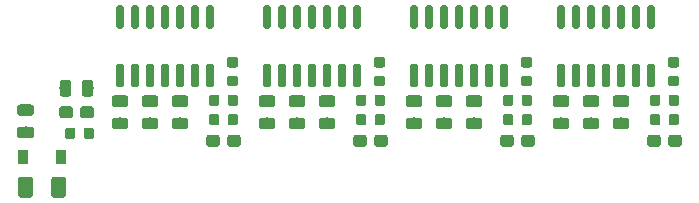
<source format=gbr>
G04 #@! TF.GenerationSoftware,KiCad,Pcbnew,5.1.4-e60b266~84~ubuntu18.04.1*
G04 #@! TF.CreationDate,2019-08-27T23:59:40+10:00*
G04 #@! TF.ProjectId,CMOS-50R,434d4f53-2d35-4305-922e-6b696361645f,rev?*
G04 #@! TF.SameCoordinates,Original*
G04 #@! TF.FileFunction,Paste,Top*
G04 #@! TF.FilePolarity,Positive*
%FSLAX46Y46*%
G04 Gerber Fmt 4.6, Leading zero omitted, Abs format (unit mm)*
G04 Created by KiCad (PCBNEW 5.1.4-e60b266~84~ubuntu18.04.1) date 2019-08-27 23:59:40*
%MOMM*%
%LPD*%
G04 APERTURE LIST*
%ADD10C,0.100000*%
%ADD11C,0.600000*%
%ADD12C,0.875000*%
%ADD13C,1.050000*%
%ADD14C,0.975000*%
%ADD15C,1.250000*%
%ADD16R,0.900000X1.200000*%
G04 APERTURE END LIST*
D10*
G36*
X136562703Y-61952722D02*
G01*
X136577264Y-61954882D01*
X136591543Y-61958459D01*
X136605403Y-61963418D01*
X136618710Y-61969712D01*
X136631336Y-61977280D01*
X136643159Y-61986048D01*
X136654066Y-61995934D01*
X136663952Y-62006841D01*
X136672720Y-62018664D01*
X136680288Y-62031290D01*
X136686582Y-62044597D01*
X136691541Y-62058457D01*
X136695118Y-62072736D01*
X136697278Y-62087297D01*
X136698000Y-62102000D01*
X136698000Y-63752000D01*
X136697278Y-63766703D01*
X136695118Y-63781264D01*
X136691541Y-63795543D01*
X136686582Y-63809403D01*
X136680288Y-63822710D01*
X136672720Y-63835336D01*
X136663952Y-63847159D01*
X136654066Y-63858066D01*
X136643159Y-63867952D01*
X136631336Y-63876720D01*
X136618710Y-63884288D01*
X136605403Y-63890582D01*
X136591543Y-63895541D01*
X136577264Y-63899118D01*
X136562703Y-63901278D01*
X136548000Y-63902000D01*
X136248000Y-63902000D01*
X136233297Y-63901278D01*
X136218736Y-63899118D01*
X136204457Y-63895541D01*
X136190597Y-63890582D01*
X136177290Y-63884288D01*
X136164664Y-63876720D01*
X136152841Y-63867952D01*
X136141934Y-63858066D01*
X136132048Y-63847159D01*
X136123280Y-63835336D01*
X136115712Y-63822710D01*
X136109418Y-63809403D01*
X136104459Y-63795543D01*
X136100882Y-63781264D01*
X136098722Y-63766703D01*
X136098000Y-63752000D01*
X136098000Y-62102000D01*
X136098722Y-62087297D01*
X136100882Y-62072736D01*
X136104459Y-62058457D01*
X136109418Y-62044597D01*
X136115712Y-62031290D01*
X136123280Y-62018664D01*
X136132048Y-62006841D01*
X136141934Y-61995934D01*
X136152841Y-61986048D01*
X136164664Y-61977280D01*
X136177290Y-61969712D01*
X136190597Y-61963418D01*
X136204457Y-61958459D01*
X136218736Y-61954882D01*
X136233297Y-61952722D01*
X136248000Y-61952000D01*
X136548000Y-61952000D01*
X136562703Y-61952722D01*
X136562703Y-61952722D01*
G37*
D11*
X136398000Y-62927000D03*
D10*
G36*
X135292703Y-61952722D02*
G01*
X135307264Y-61954882D01*
X135321543Y-61958459D01*
X135335403Y-61963418D01*
X135348710Y-61969712D01*
X135361336Y-61977280D01*
X135373159Y-61986048D01*
X135384066Y-61995934D01*
X135393952Y-62006841D01*
X135402720Y-62018664D01*
X135410288Y-62031290D01*
X135416582Y-62044597D01*
X135421541Y-62058457D01*
X135425118Y-62072736D01*
X135427278Y-62087297D01*
X135428000Y-62102000D01*
X135428000Y-63752000D01*
X135427278Y-63766703D01*
X135425118Y-63781264D01*
X135421541Y-63795543D01*
X135416582Y-63809403D01*
X135410288Y-63822710D01*
X135402720Y-63835336D01*
X135393952Y-63847159D01*
X135384066Y-63858066D01*
X135373159Y-63867952D01*
X135361336Y-63876720D01*
X135348710Y-63884288D01*
X135335403Y-63890582D01*
X135321543Y-63895541D01*
X135307264Y-63899118D01*
X135292703Y-63901278D01*
X135278000Y-63902000D01*
X134978000Y-63902000D01*
X134963297Y-63901278D01*
X134948736Y-63899118D01*
X134934457Y-63895541D01*
X134920597Y-63890582D01*
X134907290Y-63884288D01*
X134894664Y-63876720D01*
X134882841Y-63867952D01*
X134871934Y-63858066D01*
X134862048Y-63847159D01*
X134853280Y-63835336D01*
X134845712Y-63822710D01*
X134839418Y-63809403D01*
X134834459Y-63795543D01*
X134830882Y-63781264D01*
X134828722Y-63766703D01*
X134828000Y-63752000D01*
X134828000Y-62102000D01*
X134828722Y-62087297D01*
X134830882Y-62072736D01*
X134834459Y-62058457D01*
X134839418Y-62044597D01*
X134845712Y-62031290D01*
X134853280Y-62018664D01*
X134862048Y-62006841D01*
X134871934Y-61995934D01*
X134882841Y-61986048D01*
X134894664Y-61977280D01*
X134907290Y-61969712D01*
X134920597Y-61963418D01*
X134934457Y-61958459D01*
X134948736Y-61954882D01*
X134963297Y-61952722D01*
X134978000Y-61952000D01*
X135278000Y-61952000D01*
X135292703Y-61952722D01*
X135292703Y-61952722D01*
G37*
D11*
X135128000Y-62927000D03*
D10*
G36*
X134022703Y-61952722D02*
G01*
X134037264Y-61954882D01*
X134051543Y-61958459D01*
X134065403Y-61963418D01*
X134078710Y-61969712D01*
X134091336Y-61977280D01*
X134103159Y-61986048D01*
X134114066Y-61995934D01*
X134123952Y-62006841D01*
X134132720Y-62018664D01*
X134140288Y-62031290D01*
X134146582Y-62044597D01*
X134151541Y-62058457D01*
X134155118Y-62072736D01*
X134157278Y-62087297D01*
X134158000Y-62102000D01*
X134158000Y-63752000D01*
X134157278Y-63766703D01*
X134155118Y-63781264D01*
X134151541Y-63795543D01*
X134146582Y-63809403D01*
X134140288Y-63822710D01*
X134132720Y-63835336D01*
X134123952Y-63847159D01*
X134114066Y-63858066D01*
X134103159Y-63867952D01*
X134091336Y-63876720D01*
X134078710Y-63884288D01*
X134065403Y-63890582D01*
X134051543Y-63895541D01*
X134037264Y-63899118D01*
X134022703Y-63901278D01*
X134008000Y-63902000D01*
X133708000Y-63902000D01*
X133693297Y-63901278D01*
X133678736Y-63899118D01*
X133664457Y-63895541D01*
X133650597Y-63890582D01*
X133637290Y-63884288D01*
X133624664Y-63876720D01*
X133612841Y-63867952D01*
X133601934Y-63858066D01*
X133592048Y-63847159D01*
X133583280Y-63835336D01*
X133575712Y-63822710D01*
X133569418Y-63809403D01*
X133564459Y-63795543D01*
X133560882Y-63781264D01*
X133558722Y-63766703D01*
X133558000Y-63752000D01*
X133558000Y-62102000D01*
X133558722Y-62087297D01*
X133560882Y-62072736D01*
X133564459Y-62058457D01*
X133569418Y-62044597D01*
X133575712Y-62031290D01*
X133583280Y-62018664D01*
X133592048Y-62006841D01*
X133601934Y-61995934D01*
X133612841Y-61986048D01*
X133624664Y-61977280D01*
X133637290Y-61969712D01*
X133650597Y-61963418D01*
X133664457Y-61958459D01*
X133678736Y-61954882D01*
X133693297Y-61952722D01*
X133708000Y-61952000D01*
X134008000Y-61952000D01*
X134022703Y-61952722D01*
X134022703Y-61952722D01*
G37*
D11*
X133858000Y-62927000D03*
D10*
G36*
X132752703Y-61952722D02*
G01*
X132767264Y-61954882D01*
X132781543Y-61958459D01*
X132795403Y-61963418D01*
X132808710Y-61969712D01*
X132821336Y-61977280D01*
X132833159Y-61986048D01*
X132844066Y-61995934D01*
X132853952Y-62006841D01*
X132862720Y-62018664D01*
X132870288Y-62031290D01*
X132876582Y-62044597D01*
X132881541Y-62058457D01*
X132885118Y-62072736D01*
X132887278Y-62087297D01*
X132888000Y-62102000D01*
X132888000Y-63752000D01*
X132887278Y-63766703D01*
X132885118Y-63781264D01*
X132881541Y-63795543D01*
X132876582Y-63809403D01*
X132870288Y-63822710D01*
X132862720Y-63835336D01*
X132853952Y-63847159D01*
X132844066Y-63858066D01*
X132833159Y-63867952D01*
X132821336Y-63876720D01*
X132808710Y-63884288D01*
X132795403Y-63890582D01*
X132781543Y-63895541D01*
X132767264Y-63899118D01*
X132752703Y-63901278D01*
X132738000Y-63902000D01*
X132438000Y-63902000D01*
X132423297Y-63901278D01*
X132408736Y-63899118D01*
X132394457Y-63895541D01*
X132380597Y-63890582D01*
X132367290Y-63884288D01*
X132354664Y-63876720D01*
X132342841Y-63867952D01*
X132331934Y-63858066D01*
X132322048Y-63847159D01*
X132313280Y-63835336D01*
X132305712Y-63822710D01*
X132299418Y-63809403D01*
X132294459Y-63795543D01*
X132290882Y-63781264D01*
X132288722Y-63766703D01*
X132288000Y-63752000D01*
X132288000Y-62102000D01*
X132288722Y-62087297D01*
X132290882Y-62072736D01*
X132294459Y-62058457D01*
X132299418Y-62044597D01*
X132305712Y-62031290D01*
X132313280Y-62018664D01*
X132322048Y-62006841D01*
X132331934Y-61995934D01*
X132342841Y-61986048D01*
X132354664Y-61977280D01*
X132367290Y-61969712D01*
X132380597Y-61963418D01*
X132394457Y-61958459D01*
X132408736Y-61954882D01*
X132423297Y-61952722D01*
X132438000Y-61952000D01*
X132738000Y-61952000D01*
X132752703Y-61952722D01*
X132752703Y-61952722D01*
G37*
D11*
X132588000Y-62927000D03*
D10*
G36*
X131482703Y-61952722D02*
G01*
X131497264Y-61954882D01*
X131511543Y-61958459D01*
X131525403Y-61963418D01*
X131538710Y-61969712D01*
X131551336Y-61977280D01*
X131563159Y-61986048D01*
X131574066Y-61995934D01*
X131583952Y-62006841D01*
X131592720Y-62018664D01*
X131600288Y-62031290D01*
X131606582Y-62044597D01*
X131611541Y-62058457D01*
X131615118Y-62072736D01*
X131617278Y-62087297D01*
X131618000Y-62102000D01*
X131618000Y-63752000D01*
X131617278Y-63766703D01*
X131615118Y-63781264D01*
X131611541Y-63795543D01*
X131606582Y-63809403D01*
X131600288Y-63822710D01*
X131592720Y-63835336D01*
X131583952Y-63847159D01*
X131574066Y-63858066D01*
X131563159Y-63867952D01*
X131551336Y-63876720D01*
X131538710Y-63884288D01*
X131525403Y-63890582D01*
X131511543Y-63895541D01*
X131497264Y-63899118D01*
X131482703Y-63901278D01*
X131468000Y-63902000D01*
X131168000Y-63902000D01*
X131153297Y-63901278D01*
X131138736Y-63899118D01*
X131124457Y-63895541D01*
X131110597Y-63890582D01*
X131097290Y-63884288D01*
X131084664Y-63876720D01*
X131072841Y-63867952D01*
X131061934Y-63858066D01*
X131052048Y-63847159D01*
X131043280Y-63835336D01*
X131035712Y-63822710D01*
X131029418Y-63809403D01*
X131024459Y-63795543D01*
X131020882Y-63781264D01*
X131018722Y-63766703D01*
X131018000Y-63752000D01*
X131018000Y-62102000D01*
X131018722Y-62087297D01*
X131020882Y-62072736D01*
X131024459Y-62058457D01*
X131029418Y-62044597D01*
X131035712Y-62031290D01*
X131043280Y-62018664D01*
X131052048Y-62006841D01*
X131061934Y-61995934D01*
X131072841Y-61986048D01*
X131084664Y-61977280D01*
X131097290Y-61969712D01*
X131110597Y-61963418D01*
X131124457Y-61958459D01*
X131138736Y-61954882D01*
X131153297Y-61952722D01*
X131168000Y-61952000D01*
X131468000Y-61952000D01*
X131482703Y-61952722D01*
X131482703Y-61952722D01*
G37*
D11*
X131318000Y-62927000D03*
D10*
G36*
X130212703Y-61952722D02*
G01*
X130227264Y-61954882D01*
X130241543Y-61958459D01*
X130255403Y-61963418D01*
X130268710Y-61969712D01*
X130281336Y-61977280D01*
X130293159Y-61986048D01*
X130304066Y-61995934D01*
X130313952Y-62006841D01*
X130322720Y-62018664D01*
X130330288Y-62031290D01*
X130336582Y-62044597D01*
X130341541Y-62058457D01*
X130345118Y-62072736D01*
X130347278Y-62087297D01*
X130348000Y-62102000D01*
X130348000Y-63752000D01*
X130347278Y-63766703D01*
X130345118Y-63781264D01*
X130341541Y-63795543D01*
X130336582Y-63809403D01*
X130330288Y-63822710D01*
X130322720Y-63835336D01*
X130313952Y-63847159D01*
X130304066Y-63858066D01*
X130293159Y-63867952D01*
X130281336Y-63876720D01*
X130268710Y-63884288D01*
X130255403Y-63890582D01*
X130241543Y-63895541D01*
X130227264Y-63899118D01*
X130212703Y-63901278D01*
X130198000Y-63902000D01*
X129898000Y-63902000D01*
X129883297Y-63901278D01*
X129868736Y-63899118D01*
X129854457Y-63895541D01*
X129840597Y-63890582D01*
X129827290Y-63884288D01*
X129814664Y-63876720D01*
X129802841Y-63867952D01*
X129791934Y-63858066D01*
X129782048Y-63847159D01*
X129773280Y-63835336D01*
X129765712Y-63822710D01*
X129759418Y-63809403D01*
X129754459Y-63795543D01*
X129750882Y-63781264D01*
X129748722Y-63766703D01*
X129748000Y-63752000D01*
X129748000Y-62102000D01*
X129748722Y-62087297D01*
X129750882Y-62072736D01*
X129754459Y-62058457D01*
X129759418Y-62044597D01*
X129765712Y-62031290D01*
X129773280Y-62018664D01*
X129782048Y-62006841D01*
X129791934Y-61995934D01*
X129802841Y-61986048D01*
X129814664Y-61977280D01*
X129827290Y-61969712D01*
X129840597Y-61963418D01*
X129854457Y-61958459D01*
X129868736Y-61954882D01*
X129883297Y-61952722D01*
X129898000Y-61952000D01*
X130198000Y-61952000D01*
X130212703Y-61952722D01*
X130212703Y-61952722D01*
G37*
D11*
X130048000Y-62927000D03*
D10*
G36*
X128942703Y-61952722D02*
G01*
X128957264Y-61954882D01*
X128971543Y-61958459D01*
X128985403Y-61963418D01*
X128998710Y-61969712D01*
X129011336Y-61977280D01*
X129023159Y-61986048D01*
X129034066Y-61995934D01*
X129043952Y-62006841D01*
X129052720Y-62018664D01*
X129060288Y-62031290D01*
X129066582Y-62044597D01*
X129071541Y-62058457D01*
X129075118Y-62072736D01*
X129077278Y-62087297D01*
X129078000Y-62102000D01*
X129078000Y-63752000D01*
X129077278Y-63766703D01*
X129075118Y-63781264D01*
X129071541Y-63795543D01*
X129066582Y-63809403D01*
X129060288Y-63822710D01*
X129052720Y-63835336D01*
X129043952Y-63847159D01*
X129034066Y-63858066D01*
X129023159Y-63867952D01*
X129011336Y-63876720D01*
X128998710Y-63884288D01*
X128985403Y-63890582D01*
X128971543Y-63895541D01*
X128957264Y-63899118D01*
X128942703Y-63901278D01*
X128928000Y-63902000D01*
X128628000Y-63902000D01*
X128613297Y-63901278D01*
X128598736Y-63899118D01*
X128584457Y-63895541D01*
X128570597Y-63890582D01*
X128557290Y-63884288D01*
X128544664Y-63876720D01*
X128532841Y-63867952D01*
X128521934Y-63858066D01*
X128512048Y-63847159D01*
X128503280Y-63835336D01*
X128495712Y-63822710D01*
X128489418Y-63809403D01*
X128484459Y-63795543D01*
X128480882Y-63781264D01*
X128478722Y-63766703D01*
X128478000Y-63752000D01*
X128478000Y-62102000D01*
X128478722Y-62087297D01*
X128480882Y-62072736D01*
X128484459Y-62058457D01*
X128489418Y-62044597D01*
X128495712Y-62031290D01*
X128503280Y-62018664D01*
X128512048Y-62006841D01*
X128521934Y-61995934D01*
X128532841Y-61986048D01*
X128544664Y-61977280D01*
X128557290Y-61969712D01*
X128570597Y-61963418D01*
X128584457Y-61958459D01*
X128598736Y-61954882D01*
X128613297Y-61952722D01*
X128628000Y-61952000D01*
X128928000Y-61952000D01*
X128942703Y-61952722D01*
X128942703Y-61952722D01*
G37*
D11*
X128778000Y-62927000D03*
D10*
G36*
X128942703Y-57002722D02*
G01*
X128957264Y-57004882D01*
X128971543Y-57008459D01*
X128985403Y-57013418D01*
X128998710Y-57019712D01*
X129011336Y-57027280D01*
X129023159Y-57036048D01*
X129034066Y-57045934D01*
X129043952Y-57056841D01*
X129052720Y-57068664D01*
X129060288Y-57081290D01*
X129066582Y-57094597D01*
X129071541Y-57108457D01*
X129075118Y-57122736D01*
X129077278Y-57137297D01*
X129078000Y-57152000D01*
X129078000Y-58802000D01*
X129077278Y-58816703D01*
X129075118Y-58831264D01*
X129071541Y-58845543D01*
X129066582Y-58859403D01*
X129060288Y-58872710D01*
X129052720Y-58885336D01*
X129043952Y-58897159D01*
X129034066Y-58908066D01*
X129023159Y-58917952D01*
X129011336Y-58926720D01*
X128998710Y-58934288D01*
X128985403Y-58940582D01*
X128971543Y-58945541D01*
X128957264Y-58949118D01*
X128942703Y-58951278D01*
X128928000Y-58952000D01*
X128628000Y-58952000D01*
X128613297Y-58951278D01*
X128598736Y-58949118D01*
X128584457Y-58945541D01*
X128570597Y-58940582D01*
X128557290Y-58934288D01*
X128544664Y-58926720D01*
X128532841Y-58917952D01*
X128521934Y-58908066D01*
X128512048Y-58897159D01*
X128503280Y-58885336D01*
X128495712Y-58872710D01*
X128489418Y-58859403D01*
X128484459Y-58845543D01*
X128480882Y-58831264D01*
X128478722Y-58816703D01*
X128478000Y-58802000D01*
X128478000Y-57152000D01*
X128478722Y-57137297D01*
X128480882Y-57122736D01*
X128484459Y-57108457D01*
X128489418Y-57094597D01*
X128495712Y-57081290D01*
X128503280Y-57068664D01*
X128512048Y-57056841D01*
X128521934Y-57045934D01*
X128532841Y-57036048D01*
X128544664Y-57027280D01*
X128557290Y-57019712D01*
X128570597Y-57013418D01*
X128584457Y-57008459D01*
X128598736Y-57004882D01*
X128613297Y-57002722D01*
X128628000Y-57002000D01*
X128928000Y-57002000D01*
X128942703Y-57002722D01*
X128942703Y-57002722D01*
G37*
D11*
X128778000Y-57977000D03*
D10*
G36*
X130212703Y-57002722D02*
G01*
X130227264Y-57004882D01*
X130241543Y-57008459D01*
X130255403Y-57013418D01*
X130268710Y-57019712D01*
X130281336Y-57027280D01*
X130293159Y-57036048D01*
X130304066Y-57045934D01*
X130313952Y-57056841D01*
X130322720Y-57068664D01*
X130330288Y-57081290D01*
X130336582Y-57094597D01*
X130341541Y-57108457D01*
X130345118Y-57122736D01*
X130347278Y-57137297D01*
X130348000Y-57152000D01*
X130348000Y-58802000D01*
X130347278Y-58816703D01*
X130345118Y-58831264D01*
X130341541Y-58845543D01*
X130336582Y-58859403D01*
X130330288Y-58872710D01*
X130322720Y-58885336D01*
X130313952Y-58897159D01*
X130304066Y-58908066D01*
X130293159Y-58917952D01*
X130281336Y-58926720D01*
X130268710Y-58934288D01*
X130255403Y-58940582D01*
X130241543Y-58945541D01*
X130227264Y-58949118D01*
X130212703Y-58951278D01*
X130198000Y-58952000D01*
X129898000Y-58952000D01*
X129883297Y-58951278D01*
X129868736Y-58949118D01*
X129854457Y-58945541D01*
X129840597Y-58940582D01*
X129827290Y-58934288D01*
X129814664Y-58926720D01*
X129802841Y-58917952D01*
X129791934Y-58908066D01*
X129782048Y-58897159D01*
X129773280Y-58885336D01*
X129765712Y-58872710D01*
X129759418Y-58859403D01*
X129754459Y-58845543D01*
X129750882Y-58831264D01*
X129748722Y-58816703D01*
X129748000Y-58802000D01*
X129748000Y-57152000D01*
X129748722Y-57137297D01*
X129750882Y-57122736D01*
X129754459Y-57108457D01*
X129759418Y-57094597D01*
X129765712Y-57081290D01*
X129773280Y-57068664D01*
X129782048Y-57056841D01*
X129791934Y-57045934D01*
X129802841Y-57036048D01*
X129814664Y-57027280D01*
X129827290Y-57019712D01*
X129840597Y-57013418D01*
X129854457Y-57008459D01*
X129868736Y-57004882D01*
X129883297Y-57002722D01*
X129898000Y-57002000D01*
X130198000Y-57002000D01*
X130212703Y-57002722D01*
X130212703Y-57002722D01*
G37*
D11*
X130048000Y-57977000D03*
D10*
G36*
X131482703Y-57002722D02*
G01*
X131497264Y-57004882D01*
X131511543Y-57008459D01*
X131525403Y-57013418D01*
X131538710Y-57019712D01*
X131551336Y-57027280D01*
X131563159Y-57036048D01*
X131574066Y-57045934D01*
X131583952Y-57056841D01*
X131592720Y-57068664D01*
X131600288Y-57081290D01*
X131606582Y-57094597D01*
X131611541Y-57108457D01*
X131615118Y-57122736D01*
X131617278Y-57137297D01*
X131618000Y-57152000D01*
X131618000Y-58802000D01*
X131617278Y-58816703D01*
X131615118Y-58831264D01*
X131611541Y-58845543D01*
X131606582Y-58859403D01*
X131600288Y-58872710D01*
X131592720Y-58885336D01*
X131583952Y-58897159D01*
X131574066Y-58908066D01*
X131563159Y-58917952D01*
X131551336Y-58926720D01*
X131538710Y-58934288D01*
X131525403Y-58940582D01*
X131511543Y-58945541D01*
X131497264Y-58949118D01*
X131482703Y-58951278D01*
X131468000Y-58952000D01*
X131168000Y-58952000D01*
X131153297Y-58951278D01*
X131138736Y-58949118D01*
X131124457Y-58945541D01*
X131110597Y-58940582D01*
X131097290Y-58934288D01*
X131084664Y-58926720D01*
X131072841Y-58917952D01*
X131061934Y-58908066D01*
X131052048Y-58897159D01*
X131043280Y-58885336D01*
X131035712Y-58872710D01*
X131029418Y-58859403D01*
X131024459Y-58845543D01*
X131020882Y-58831264D01*
X131018722Y-58816703D01*
X131018000Y-58802000D01*
X131018000Y-57152000D01*
X131018722Y-57137297D01*
X131020882Y-57122736D01*
X131024459Y-57108457D01*
X131029418Y-57094597D01*
X131035712Y-57081290D01*
X131043280Y-57068664D01*
X131052048Y-57056841D01*
X131061934Y-57045934D01*
X131072841Y-57036048D01*
X131084664Y-57027280D01*
X131097290Y-57019712D01*
X131110597Y-57013418D01*
X131124457Y-57008459D01*
X131138736Y-57004882D01*
X131153297Y-57002722D01*
X131168000Y-57002000D01*
X131468000Y-57002000D01*
X131482703Y-57002722D01*
X131482703Y-57002722D01*
G37*
D11*
X131318000Y-57977000D03*
D10*
G36*
X132752703Y-57002722D02*
G01*
X132767264Y-57004882D01*
X132781543Y-57008459D01*
X132795403Y-57013418D01*
X132808710Y-57019712D01*
X132821336Y-57027280D01*
X132833159Y-57036048D01*
X132844066Y-57045934D01*
X132853952Y-57056841D01*
X132862720Y-57068664D01*
X132870288Y-57081290D01*
X132876582Y-57094597D01*
X132881541Y-57108457D01*
X132885118Y-57122736D01*
X132887278Y-57137297D01*
X132888000Y-57152000D01*
X132888000Y-58802000D01*
X132887278Y-58816703D01*
X132885118Y-58831264D01*
X132881541Y-58845543D01*
X132876582Y-58859403D01*
X132870288Y-58872710D01*
X132862720Y-58885336D01*
X132853952Y-58897159D01*
X132844066Y-58908066D01*
X132833159Y-58917952D01*
X132821336Y-58926720D01*
X132808710Y-58934288D01*
X132795403Y-58940582D01*
X132781543Y-58945541D01*
X132767264Y-58949118D01*
X132752703Y-58951278D01*
X132738000Y-58952000D01*
X132438000Y-58952000D01*
X132423297Y-58951278D01*
X132408736Y-58949118D01*
X132394457Y-58945541D01*
X132380597Y-58940582D01*
X132367290Y-58934288D01*
X132354664Y-58926720D01*
X132342841Y-58917952D01*
X132331934Y-58908066D01*
X132322048Y-58897159D01*
X132313280Y-58885336D01*
X132305712Y-58872710D01*
X132299418Y-58859403D01*
X132294459Y-58845543D01*
X132290882Y-58831264D01*
X132288722Y-58816703D01*
X132288000Y-58802000D01*
X132288000Y-57152000D01*
X132288722Y-57137297D01*
X132290882Y-57122736D01*
X132294459Y-57108457D01*
X132299418Y-57094597D01*
X132305712Y-57081290D01*
X132313280Y-57068664D01*
X132322048Y-57056841D01*
X132331934Y-57045934D01*
X132342841Y-57036048D01*
X132354664Y-57027280D01*
X132367290Y-57019712D01*
X132380597Y-57013418D01*
X132394457Y-57008459D01*
X132408736Y-57004882D01*
X132423297Y-57002722D01*
X132438000Y-57002000D01*
X132738000Y-57002000D01*
X132752703Y-57002722D01*
X132752703Y-57002722D01*
G37*
D11*
X132588000Y-57977000D03*
D10*
G36*
X134022703Y-57002722D02*
G01*
X134037264Y-57004882D01*
X134051543Y-57008459D01*
X134065403Y-57013418D01*
X134078710Y-57019712D01*
X134091336Y-57027280D01*
X134103159Y-57036048D01*
X134114066Y-57045934D01*
X134123952Y-57056841D01*
X134132720Y-57068664D01*
X134140288Y-57081290D01*
X134146582Y-57094597D01*
X134151541Y-57108457D01*
X134155118Y-57122736D01*
X134157278Y-57137297D01*
X134158000Y-57152000D01*
X134158000Y-58802000D01*
X134157278Y-58816703D01*
X134155118Y-58831264D01*
X134151541Y-58845543D01*
X134146582Y-58859403D01*
X134140288Y-58872710D01*
X134132720Y-58885336D01*
X134123952Y-58897159D01*
X134114066Y-58908066D01*
X134103159Y-58917952D01*
X134091336Y-58926720D01*
X134078710Y-58934288D01*
X134065403Y-58940582D01*
X134051543Y-58945541D01*
X134037264Y-58949118D01*
X134022703Y-58951278D01*
X134008000Y-58952000D01*
X133708000Y-58952000D01*
X133693297Y-58951278D01*
X133678736Y-58949118D01*
X133664457Y-58945541D01*
X133650597Y-58940582D01*
X133637290Y-58934288D01*
X133624664Y-58926720D01*
X133612841Y-58917952D01*
X133601934Y-58908066D01*
X133592048Y-58897159D01*
X133583280Y-58885336D01*
X133575712Y-58872710D01*
X133569418Y-58859403D01*
X133564459Y-58845543D01*
X133560882Y-58831264D01*
X133558722Y-58816703D01*
X133558000Y-58802000D01*
X133558000Y-57152000D01*
X133558722Y-57137297D01*
X133560882Y-57122736D01*
X133564459Y-57108457D01*
X133569418Y-57094597D01*
X133575712Y-57081290D01*
X133583280Y-57068664D01*
X133592048Y-57056841D01*
X133601934Y-57045934D01*
X133612841Y-57036048D01*
X133624664Y-57027280D01*
X133637290Y-57019712D01*
X133650597Y-57013418D01*
X133664457Y-57008459D01*
X133678736Y-57004882D01*
X133693297Y-57002722D01*
X133708000Y-57002000D01*
X134008000Y-57002000D01*
X134022703Y-57002722D01*
X134022703Y-57002722D01*
G37*
D11*
X133858000Y-57977000D03*
D10*
G36*
X135292703Y-57002722D02*
G01*
X135307264Y-57004882D01*
X135321543Y-57008459D01*
X135335403Y-57013418D01*
X135348710Y-57019712D01*
X135361336Y-57027280D01*
X135373159Y-57036048D01*
X135384066Y-57045934D01*
X135393952Y-57056841D01*
X135402720Y-57068664D01*
X135410288Y-57081290D01*
X135416582Y-57094597D01*
X135421541Y-57108457D01*
X135425118Y-57122736D01*
X135427278Y-57137297D01*
X135428000Y-57152000D01*
X135428000Y-58802000D01*
X135427278Y-58816703D01*
X135425118Y-58831264D01*
X135421541Y-58845543D01*
X135416582Y-58859403D01*
X135410288Y-58872710D01*
X135402720Y-58885336D01*
X135393952Y-58897159D01*
X135384066Y-58908066D01*
X135373159Y-58917952D01*
X135361336Y-58926720D01*
X135348710Y-58934288D01*
X135335403Y-58940582D01*
X135321543Y-58945541D01*
X135307264Y-58949118D01*
X135292703Y-58951278D01*
X135278000Y-58952000D01*
X134978000Y-58952000D01*
X134963297Y-58951278D01*
X134948736Y-58949118D01*
X134934457Y-58945541D01*
X134920597Y-58940582D01*
X134907290Y-58934288D01*
X134894664Y-58926720D01*
X134882841Y-58917952D01*
X134871934Y-58908066D01*
X134862048Y-58897159D01*
X134853280Y-58885336D01*
X134845712Y-58872710D01*
X134839418Y-58859403D01*
X134834459Y-58845543D01*
X134830882Y-58831264D01*
X134828722Y-58816703D01*
X134828000Y-58802000D01*
X134828000Y-57152000D01*
X134828722Y-57137297D01*
X134830882Y-57122736D01*
X134834459Y-57108457D01*
X134839418Y-57094597D01*
X134845712Y-57081290D01*
X134853280Y-57068664D01*
X134862048Y-57056841D01*
X134871934Y-57045934D01*
X134882841Y-57036048D01*
X134894664Y-57027280D01*
X134907290Y-57019712D01*
X134920597Y-57013418D01*
X134934457Y-57008459D01*
X134948736Y-57004882D01*
X134963297Y-57002722D01*
X134978000Y-57002000D01*
X135278000Y-57002000D01*
X135292703Y-57002722D01*
X135292703Y-57002722D01*
G37*
D11*
X135128000Y-57977000D03*
D10*
G36*
X136562703Y-57002722D02*
G01*
X136577264Y-57004882D01*
X136591543Y-57008459D01*
X136605403Y-57013418D01*
X136618710Y-57019712D01*
X136631336Y-57027280D01*
X136643159Y-57036048D01*
X136654066Y-57045934D01*
X136663952Y-57056841D01*
X136672720Y-57068664D01*
X136680288Y-57081290D01*
X136686582Y-57094597D01*
X136691541Y-57108457D01*
X136695118Y-57122736D01*
X136697278Y-57137297D01*
X136698000Y-57152000D01*
X136698000Y-58802000D01*
X136697278Y-58816703D01*
X136695118Y-58831264D01*
X136691541Y-58845543D01*
X136686582Y-58859403D01*
X136680288Y-58872710D01*
X136672720Y-58885336D01*
X136663952Y-58897159D01*
X136654066Y-58908066D01*
X136643159Y-58917952D01*
X136631336Y-58926720D01*
X136618710Y-58934288D01*
X136605403Y-58940582D01*
X136591543Y-58945541D01*
X136577264Y-58949118D01*
X136562703Y-58951278D01*
X136548000Y-58952000D01*
X136248000Y-58952000D01*
X136233297Y-58951278D01*
X136218736Y-58949118D01*
X136204457Y-58945541D01*
X136190597Y-58940582D01*
X136177290Y-58934288D01*
X136164664Y-58926720D01*
X136152841Y-58917952D01*
X136141934Y-58908066D01*
X136132048Y-58897159D01*
X136123280Y-58885336D01*
X136115712Y-58872710D01*
X136109418Y-58859403D01*
X136104459Y-58845543D01*
X136100882Y-58831264D01*
X136098722Y-58816703D01*
X136098000Y-58802000D01*
X136098000Y-57152000D01*
X136098722Y-57137297D01*
X136100882Y-57122736D01*
X136104459Y-57108457D01*
X136109418Y-57094597D01*
X136115712Y-57081290D01*
X136123280Y-57068664D01*
X136132048Y-57056841D01*
X136141934Y-57045934D01*
X136152841Y-57036048D01*
X136164664Y-57027280D01*
X136177290Y-57019712D01*
X136190597Y-57013418D01*
X136204457Y-57008459D01*
X136218736Y-57004882D01*
X136233297Y-57002722D01*
X136248000Y-57002000D01*
X136548000Y-57002000D01*
X136562703Y-57002722D01*
X136562703Y-57002722D01*
G37*
D11*
X136398000Y-57977000D03*
D10*
G36*
X111670703Y-61952722D02*
G01*
X111685264Y-61954882D01*
X111699543Y-61958459D01*
X111713403Y-61963418D01*
X111726710Y-61969712D01*
X111739336Y-61977280D01*
X111751159Y-61986048D01*
X111762066Y-61995934D01*
X111771952Y-62006841D01*
X111780720Y-62018664D01*
X111788288Y-62031290D01*
X111794582Y-62044597D01*
X111799541Y-62058457D01*
X111803118Y-62072736D01*
X111805278Y-62087297D01*
X111806000Y-62102000D01*
X111806000Y-63752000D01*
X111805278Y-63766703D01*
X111803118Y-63781264D01*
X111799541Y-63795543D01*
X111794582Y-63809403D01*
X111788288Y-63822710D01*
X111780720Y-63835336D01*
X111771952Y-63847159D01*
X111762066Y-63858066D01*
X111751159Y-63867952D01*
X111739336Y-63876720D01*
X111726710Y-63884288D01*
X111713403Y-63890582D01*
X111699543Y-63895541D01*
X111685264Y-63899118D01*
X111670703Y-63901278D01*
X111656000Y-63902000D01*
X111356000Y-63902000D01*
X111341297Y-63901278D01*
X111326736Y-63899118D01*
X111312457Y-63895541D01*
X111298597Y-63890582D01*
X111285290Y-63884288D01*
X111272664Y-63876720D01*
X111260841Y-63867952D01*
X111249934Y-63858066D01*
X111240048Y-63847159D01*
X111231280Y-63835336D01*
X111223712Y-63822710D01*
X111217418Y-63809403D01*
X111212459Y-63795543D01*
X111208882Y-63781264D01*
X111206722Y-63766703D01*
X111206000Y-63752000D01*
X111206000Y-62102000D01*
X111206722Y-62087297D01*
X111208882Y-62072736D01*
X111212459Y-62058457D01*
X111217418Y-62044597D01*
X111223712Y-62031290D01*
X111231280Y-62018664D01*
X111240048Y-62006841D01*
X111249934Y-61995934D01*
X111260841Y-61986048D01*
X111272664Y-61977280D01*
X111285290Y-61969712D01*
X111298597Y-61963418D01*
X111312457Y-61958459D01*
X111326736Y-61954882D01*
X111341297Y-61952722D01*
X111356000Y-61952000D01*
X111656000Y-61952000D01*
X111670703Y-61952722D01*
X111670703Y-61952722D01*
G37*
D11*
X111506000Y-62927000D03*
D10*
G36*
X110400703Y-61952722D02*
G01*
X110415264Y-61954882D01*
X110429543Y-61958459D01*
X110443403Y-61963418D01*
X110456710Y-61969712D01*
X110469336Y-61977280D01*
X110481159Y-61986048D01*
X110492066Y-61995934D01*
X110501952Y-62006841D01*
X110510720Y-62018664D01*
X110518288Y-62031290D01*
X110524582Y-62044597D01*
X110529541Y-62058457D01*
X110533118Y-62072736D01*
X110535278Y-62087297D01*
X110536000Y-62102000D01*
X110536000Y-63752000D01*
X110535278Y-63766703D01*
X110533118Y-63781264D01*
X110529541Y-63795543D01*
X110524582Y-63809403D01*
X110518288Y-63822710D01*
X110510720Y-63835336D01*
X110501952Y-63847159D01*
X110492066Y-63858066D01*
X110481159Y-63867952D01*
X110469336Y-63876720D01*
X110456710Y-63884288D01*
X110443403Y-63890582D01*
X110429543Y-63895541D01*
X110415264Y-63899118D01*
X110400703Y-63901278D01*
X110386000Y-63902000D01*
X110086000Y-63902000D01*
X110071297Y-63901278D01*
X110056736Y-63899118D01*
X110042457Y-63895541D01*
X110028597Y-63890582D01*
X110015290Y-63884288D01*
X110002664Y-63876720D01*
X109990841Y-63867952D01*
X109979934Y-63858066D01*
X109970048Y-63847159D01*
X109961280Y-63835336D01*
X109953712Y-63822710D01*
X109947418Y-63809403D01*
X109942459Y-63795543D01*
X109938882Y-63781264D01*
X109936722Y-63766703D01*
X109936000Y-63752000D01*
X109936000Y-62102000D01*
X109936722Y-62087297D01*
X109938882Y-62072736D01*
X109942459Y-62058457D01*
X109947418Y-62044597D01*
X109953712Y-62031290D01*
X109961280Y-62018664D01*
X109970048Y-62006841D01*
X109979934Y-61995934D01*
X109990841Y-61986048D01*
X110002664Y-61977280D01*
X110015290Y-61969712D01*
X110028597Y-61963418D01*
X110042457Y-61958459D01*
X110056736Y-61954882D01*
X110071297Y-61952722D01*
X110086000Y-61952000D01*
X110386000Y-61952000D01*
X110400703Y-61952722D01*
X110400703Y-61952722D01*
G37*
D11*
X110236000Y-62927000D03*
D10*
G36*
X109130703Y-61952722D02*
G01*
X109145264Y-61954882D01*
X109159543Y-61958459D01*
X109173403Y-61963418D01*
X109186710Y-61969712D01*
X109199336Y-61977280D01*
X109211159Y-61986048D01*
X109222066Y-61995934D01*
X109231952Y-62006841D01*
X109240720Y-62018664D01*
X109248288Y-62031290D01*
X109254582Y-62044597D01*
X109259541Y-62058457D01*
X109263118Y-62072736D01*
X109265278Y-62087297D01*
X109266000Y-62102000D01*
X109266000Y-63752000D01*
X109265278Y-63766703D01*
X109263118Y-63781264D01*
X109259541Y-63795543D01*
X109254582Y-63809403D01*
X109248288Y-63822710D01*
X109240720Y-63835336D01*
X109231952Y-63847159D01*
X109222066Y-63858066D01*
X109211159Y-63867952D01*
X109199336Y-63876720D01*
X109186710Y-63884288D01*
X109173403Y-63890582D01*
X109159543Y-63895541D01*
X109145264Y-63899118D01*
X109130703Y-63901278D01*
X109116000Y-63902000D01*
X108816000Y-63902000D01*
X108801297Y-63901278D01*
X108786736Y-63899118D01*
X108772457Y-63895541D01*
X108758597Y-63890582D01*
X108745290Y-63884288D01*
X108732664Y-63876720D01*
X108720841Y-63867952D01*
X108709934Y-63858066D01*
X108700048Y-63847159D01*
X108691280Y-63835336D01*
X108683712Y-63822710D01*
X108677418Y-63809403D01*
X108672459Y-63795543D01*
X108668882Y-63781264D01*
X108666722Y-63766703D01*
X108666000Y-63752000D01*
X108666000Y-62102000D01*
X108666722Y-62087297D01*
X108668882Y-62072736D01*
X108672459Y-62058457D01*
X108677418Y-62044597D01*
X108683712Y-62031290D01*
X108691280Y-62018664D01*
X108700048Y-62006841D01*
X108709934Y-61995934D01*
X108720841Y-61986048D01*
X108732664Y-61977280D01*
X108745290Y-61969712D01*
X108758597Y-61963418D01*
X108772457Y-61958459D01*
X108786736Y-61954882D01*
X108801297Y-61952722D01*
X108816000Y-61952000D01*
X109116000Y-61952000D01*
X109130703Y-61952722D01*
X109130703Y-61952722D01*
G37*
D11*
X108966000Y-62927000D03*
D10*
G36*
X107860703Y-61952722D02*
G01*
X107875264Y-61954882D01*
X107889543Y-61958459D01*
X107903403Y-61963418D01*
X107916710Y-61969712D01*
X107929336Y-61977280D01*
X107941159Y-61986048D01*
X107952066Y-61995934D01*
X107961952Y-62006841D01*
X107970720Y-62018664D01*
X107978288Y-62031290D01*
X107984582Y-62044597D01*
X107989541Y-62058457D01*
X107993118Y-62072736D01*
X107995278Y-62087297D01*
X107996000Y-62102000D01*
X107996000Y-63752000D01*
X107995278Y-63766703D01*
X107993118Y-63781264D01*
X107989541Y-63795543D01*
X107984582Y-63809403D01*
X107978288Y-63822710D01*
X107970720Y-63835336D01*
X107961952Y-63847159D01*
X107952066Y-63858066D01*
X107941159Y-63867952D01*
X107929336Y-63876720D01*
X107916710Y-63884288D01*
X107903403Y-63890582D01*
X107889543Y-63895541D01*
X107875264Y-63899118D01*
X107860703Y-63901278D01*
X107846000Y-63902000D01*
X107546000Y-63902000D01*
X107531297Y-63901278D01*
X107516736Y-63899118D01*
X107502457Y-63895541D01*
X107488597Y-63890582D01*
X107475290Y-63884288D01*
X107462664Y-63876720D01*
X107450841Y-63867952D01*
X107439934Y-63858066D01*
X107430048Y-63847159D01*
X107421280Y-63835336D01*
X107413712Y-63822710D01*
X107407418Y-63809403D01*
X107402459Y-63795543D01*
X107398882Y-63781264D01*
X107396722Y-63766703D01*
X107396000Y-63752000D01*
X107396000Y-62102000D01*
X107396722Y-62087297D01*
X107398882Y-62072736D01*
X107402459Y-62058457D01*
X107407418Y-62044597D01*
X107413712Y-62031290D01*
X107421280Y-62018664D01*
X107430048Y-62006841D01*
X107439934Y-61995934D01*
X107450841Y-61986048D01*
X107462664Y-61977280D01*
X107475290Y-61969712D01*
X107488597Y-61963418D01*
X107502457Y-61958459D01*
X107516736Y-61954882D01*
X107531297Y-61952722D01*
X107546000Y-61952000D01*
X107846000Y-61952000D01*
X107860703Y-61952722D01*
X107860703Y-61952722D01*
G37*
D11*
X107696000Y-62927000D03*
D10*
G36*
X106590703Y-61952722D02*
G01*
X106605264Y-61954882D01*
X106619543Y-61958459D01*
X106633403Y-61963418D01*
X106646710Y-61969712D01*
X106659336Y-61977280D01*
X106671159Y-61986048D01*
X106682066Y-61995934D01*
X106691952Y-62006841D01*
X106700720Y-62018664D01*
X106708288Y-62031290D01*
X106714582Y-62044597D01*
X106719541Y-62058457D01*
X106723118Y-62072736D01*
X106725278Y-62087297D01*
X106726000Y-62102000D01*
X106726000Y-63752000D01*
X106725278Y-63766703D01*
X106723118Y-63781264D01*
X106719541Y-63795543D01*
X106714582Y-63809403D01*
X106708288Y-63822710D01*
X106700720Y-63835336D01*
X106691952Y-63847159D01*
X106682066Y-63858066D01*
X106671159Y-63867952D01*
X106659336Y-63876720D01*
X106646710Y-63884288D01*
X106633403Y-63890582D01*
X106619543Y-63895541D01*
X106605264Y-63899118D01*
X106590703Y-63901278D01*
X106576000Y-63902000D01*
X106276000Y-63902000D01*
X106261297Y-63901278D01*
X106246736Y-63899118D01*
X106232457Y-63895541D01*
X106218597Y-63890582D01*
X106205290Y-63884288D01*
X106192664Y-63876720D01*
X106180841Y-63867952D01*
X106169934Y-63858066D01*
X106160048Y-63847159D01*
X106151280Y-63835336D01*
X106143712Y-63822710D01*
X106137418Y-63809403D01*
X106132459Y-63795543D01*
X106128882Y-63781264D01*
X106126722Y-63766703D01*
X106126000Y-63752000D01*
X106126000Y-62102000D01*
X106126722Y-62087297D01*
X106128882Y-62072736D01*
X106132459Y-62058457D01*
X106137418Y-62044597D01*
X106143712Y-62031290D01*
X106151280Y-62018664D01*
X106160048Y-62006841D01*
X106169934Y-61995934D01*
X106180841Y-61986048D01*
X106192664Y-61977280D01*
X106205290Y-61969712D01*
X106218597Y-61963418D01*
X106232457Y-61958459D01*
X106246736Y-61954882D01*
X106261297Y-61952722D01*
X106276000Y-61952000D01*
X106576000Y-61952000D01*
X106590703Y-61952722D01*
X106590703Y-61952722D01*
G37*
D11*
X106426000Y-62927000D03*
D10*
G36*
X105320703Y-61952722D02*
G01*
X105335264Y-61954882D01*
X105349543Y-61958459D01*
X105363403Y-61963418D01*
X105376710Y-61969712D01*
X105389336Y-61977280D01*
X105401159Y-61986048D01*
X105412066Y-61995934D01*
X105421952Y-62006841D01*
X105430720Y-62018664D01*
X105438288Y-62031290D01*
X105444582Y-62044597D01*
X105449541Y-62058457D01*
X105453118Y-62072736D01*
X105455278Y-62087297D01*
X105456000Y-62102000D01*
X105456000Y-63752000D01*
X105455278Y-63766703D01*
X105453118Y-63781264D01*
X105449541Y-63795543D01*
X105444582Y-63809403D01*
X105438288Y-63822710D01*
X105430720Y-63835336D01*
X105421952Y-63847159D01*
X105412066Y-63858066D01*
X105401159Y-63867952D01*
X105389336Y-63876720D01*
X105376710Y-63884288D01*
X105363403Y-63890582D01*
X105349543Y-63895541D01*
X105335264Y-63899118D01*
X105320703Y-63901278D01*
X105306000Y-63902000D01*
X105006000Y-63902000D01*
X104991297Y-63901278D01*
X104976736Y-63899118D01*
X104962457Y-63895541D01*
X104948597Y-63890582D01*
X104935290Y-63884288D01*
X104922664Y-63876720D01*
X104910841Y-63867952D01*
X104899934Y-63858066D01*
X104890048Y-63847159D01*
X104881280Y-63835336D01*
X104873712Y-63822710D01*
X104867418Y-63809403D01*
X104862459Y-63795543D01*
X104858882Y-63781264D01*
X104856722Y-63766703D01*
X104856000Y-63752000D01*
X104856000Y-62102000D01*
X104856722Y-62087297D01*
X104858882Y-62072736D01*
X104862459Y-62058457D01*
X104867418Y-62044597D01*
X104873712Y-62031290D01*
X104881280Y-62018664D01*
X104890048Y-62006841D01*
X104899934Y-61995934D01*
X104910841Y-61986048D01*
X104922664Y-61977280D01*
X104935290Y-61969712D01*
X104948597Y-61963418D01*
X104962457Y-61958459D01*
X104976736Y-61954882D01*
X104991297Y-61952722D01*
X105006000Y-61952000D01*
X105306000Y-61952000D01*
X105320703Y-61952722D01*
X105320703Y-61952722D01*
G37*
D11*
X105156000Y-62927000D03*
D10*
G36*
X104050703Y-61952722D02*
G01*
X104065264Y-61954882D01*
X104079543Y-61958459D01*
X104093403Y-61963418D01*
X104106710Y-61969712D01*
X104119336Y-61977280D01*
X104131159Y-61986048D01*
X104142066Y-61995934D01*
X104151952Y-62006841D01*
X104160720Y-62018664D01*
X104168288Y-62031290D01*
X104174582Y-62044597D01*
X104179541Y-62058457D01*
X104183118Y-62072736D01*
X104185278Y-62087297D01*
X104186000Y-62102000D01*
X104186000Y-63752000D01*
X104185278Y-63766703D01*
X104183118Y-63781264D01*
X104179541Y-63795543D01*
X104174582Y-63809403D01*
X104168288Y-63822710D01*
X104160720Y-63835336D01*
X104151952Y-63847159D01*
X104142066Y-63858066D01*
X104131159Y-63867952D01*
X104119336Y-63876720D01*
X104106710Y-63884288D01*
X104093403Y-63890582D01*
X104079543Y-63895541D01*
X104065264Y-63899118D01*
X104050703Y-63901278D01*
X104036000Y-63902000D01*
X103736000Y-63902000D01*
X103721297Y-63901278D01*
X103706736Y-63899118D01*
X103692457Y-63895541D01*
X103678597Y-63890582D01*
X103665290Y-63884288D01*
X103652664Y-63876720D01*
X103640841Y-63867952D01*
X103629934Y-63858066D01*
X103620048Y-63847159D01*
X103611280Y-63835336D01*
X103603712Y-63822710D01*
X103597418Y-63809403D01*
X103592459Y-63795543D01*
X103588882Y-63781264D01*
X103586722Y-63766703D01*
X103586000Y-63752000D01*
X103586000Y-62102000D01*
X103586722Y-62087297D01*
X103588882Y-62072736D01*
X103592459Y-62058457D01*
X103597418Y-62044597D01*
X103603712Y-62031290D01*
X103611280Y-62018664D01*
X103620048Y-62006841D01*
X103629934Y-61995934D01*
X103640841Y-61986048D01*
X103652664Y-61977280D01*
X103665290Y-61969712D01*
X103678597Y-61963418D01*
X103692457Y-61958459D01*
X103706736Y-61954882D01*
X103721297Y-61952722D01*
X103736000Y-61952000D01*
X104036000Y-61952000D01*
X104050703Y-61952722D01*
X104050703Y-61952722D01*
G37*
D11*
X103886000Y-62927000D03*
D10*
G36*
X104050703Y-57002722D02*
G01*
X104065264Y-57004882D01*
X104079543Y-57008459D01*
X104093403Y-57013418D01*
X104106710Y-57019712D01*
X104119336Y-57027280D01*
X104131159Y-57036048D01*
X104142066Y-57045934D01*
X104151952Y-57056841D01*
X104160720Y-57068664D01*
X104168288Y-57081290D01*
X104174582Y-57094597D01*
X104179541Y-57108457D01*
X104183118Y-57122736D01*
X104185278Y-57137297D01*
X104186000Y-57152000D01*
X104186000Y-58802000D01*
X104185278Y-58816703D01*
X104183118Y-58831264D01*
X104179541Y-58845543D01*
X104174582Y-58859403D01*
X104168288Y-58872710D01*
X104160720Y-58885336D01*
X104151952Y-58897159D01*
X104142066Y-58908066D01*
X104131159Y-58917952D01*
X104119336Y-58926720D01*
X104106710Y-58934288D01*
X104093403Y-58940582D01*
X104079543Y-58945541D01*
X104065264Y-58949118D01*
X104050703Y-58951278D01*
X104036000Y-58952000D01*
X103736000Y-58952000D01*
X103721297Y-58951278D01*
X103706736Y-58949118D01*
X103692457Y-58945541D01*
X103678597Y-58940582D01*
X103665290Y-58934288D01*
X103652664Y-58926720D01*
X103640841Y-58917952D01*
X103629934Y-58908066D01*
X103620048Y-58897159D01*
X103611280Y-58885336D01*
X103603712Y-58872710D01*
X103597418Y-58859403D01*
X103592459Y-58845543D01*
X103588882Y-58831264D01*
X103586722Y-58816703D01*
X103586000Y-58802000D01*
X103586000Y-57152000D01*
X103586722Y-57137297D01*
X103588882Y-57122736D01*
X103592459Y-57108457D01*
X103597418Y-57094597D01*
X103603712Y-57081290D01*
X103611280Y-57068664D01*
X103620048Y-57056841D01*
X103629934Y-57045934D01*
X103640841Y-57036048D01*
X103652664Y-57027280D01*
X103665290Y-57019712D01*
X103678597Y-57013418D01*
X103692457Y-57008459D01*
X103706736Y-57004882D01*
X103721297Y-57002722D01*
X103736000Y-57002000D01*
X104036000Y-57002000D01*
X104050703Y-57002722D01*
X104050703Y-57002722D01*
G37*
D11*
X103886000Y-57977000D03*
D10*
G36*
X105320703Y-57002722D02*
G01*
X105335264Y-57004882D01*
X105349543Y-57008459D01*
X105363403Y-57013418D01*
X105376710Y-57019712D01*
X105389336Y-57027280D01*
X105401159Y-57036048D01*
X105412066Y-57045934D01*
X105421952Y-57056841D01*
X105430720Y-57068664D01*
X105438288Y-57081290D01*
X105444582Y-57094597D01*
X105449541Y-57108457D01*
X105453118Y-57122736D01*
X105455278Y-57137297D01*
X105456000Y-57152000D01*
X105456000Y-58802000D01*
X105455278Y-58816703D01*
X105453118Y-58831264D01*
X105449541Y-58845543D01*
X105444582Y-58859403D01*
X105438288Y-58872710D01*
X105430720Y-58885336D01*
X105421952Y-58897159D01*
X105412066Y-58908066D01*
X105401159Y-58917952D01*
X105389336Y-58926720D01*
X105376710Y-58934288D01*
X105363403Y-58940582D01*
X105349543Y-58945541D01*
X105335264Y-58949118D01*
X105320703Y-58951278D01*
X105306000Y-58952000D01*
X105006000Y-58952000D01*
X104991297Y-58951278D01*
X104976736Y-58949118D01*
X104962457Y-58945541D01*
X104948597Y-58940582D01*
X104935290Y-58934288D01*
X104922664Y-58926720D01*
X104910841Y-58917952D01*
X104899934Y-58908066D01*
X104890048Y-58897159D01*
X104881280Y-58885336D01*
X104873712Y-58872710D01*
X104867418Y-58859403D01*
X104862459Y-58845543D01*
X104858882Y-58831264D01*
X104856722Y-58816703D01*
X104856000Y-58802000D01*
X104856000Y-57152000D01*
X104856722Y-57137297D01*
X104858882Y-57122736D01*
X104862459Y-57108457D01*
X104867418Y-57094597D01*
X104873712Y-57081290D01*
X104881280Y-57068664D01*
X104890048Y-57056841D01*
X104899934Y-57045934D01*
X104910841Y-57036048D01*
X104922664Y-57027280D01*
X104935290Y-57019712D01*
X104948597Y-57013418D01*
X104962457Y-57008459D01*
X104976736Y-57004882D01*
X104991297Y-57002722D01*
X105006000Y-57002000D01*
X105306000Y-57002000D01*
X105320703Y-57002722D01*
X105320703Y-57002722D01*
G37*
D11*
X105156000Y-57977000D03*
D10*
G36*
X106590703Y-57002722D02*
G01*
X106605264Y-57004882D01*
X106619543Y-57008459D01*
X106633403Y-57013418D01*
X106646710Y-57019712D01*
X106659336Y-57027280D01*
X106671159Y-57036048D01*
X106682066Y-57045934D01*
X106691952Y-57056841D01*
X106700720Y-57068664D01*
X106708288Y-57081290D01*
X106714582Y-57094597D01*
X106719541Y-57108457D01*
X106723118Y-57122736D01*
X106725278Y-57137297D01*
X106726000Y-57152000D01*
X106726000Y-58802000D01*
X106725278Y-58816703D01*
X106723118Y-58831264D01*
X106719541Y-58845543D01*
X106714582Y-58859403D01*
X106708288Y-58872710D01*
X106700720Y-58885336D01*
X106691952Y-58897159D01*
X106682066Y-58908066D01*
X106671159Y-58917952D01*
X106659336Y-58926720D01*
X106646710Y-58934288D01*
X106633403Y-58940582D01*
X106619543Y-58945541D01*
X106605264Y-58949118D01*
X106590703Y-58951278D01*
X106576000Y-58952000D01*
X106276000Y-58952000D01*
X106261297Y-58951278D01*
X106246736Y-58949118D01*
X106232457Y-58945541D01*
X106218597Y-58940582D01*
X106205290Y-58934288D01*
X106192664Y-58926720D01*
X106180841Y-58917952D01*
X106169934Y-58908066D01*
X106160048Y-58897159D01*
X106151280Y-58885336D01*
X106143712Y-58872710D01*
X106137418Y-58859403D01*
X106132459Y-58845543D01*
X106128882Y-58831264D01*
X106126722Y-58816703D01*
X106126000Y-58802000D01*
X106126000Y-57152000D01*
X106126722Y-57137297D01*
X106128882Y-57122736D01*
X106132459Y-57108457D01*
X106137418Y-57094597D01*
X106143712Y-57081290D01*
X106151280Y-57068664D01*
X106160048Y-57056841D01*
X106169934Y-57045934D01*
X106180841Y-57036048D01*
X106192664Y-57027280D01*
X106205290Y-57019712D01*
X106218597Y-57013418D01*
X106232457Y-57008459D01*
X106246736Y-57004882D01*
X106261297Y-57002722D01*
X106276000Y-57002000D01*
X106576000Y-57002000D01*
X106590703Y-57002722D01*
X106590703Y-57002722D01*
G37*
D11*
X106426000Y-57977000D03*
D10*
G36*
X107860703Y-57002722D02*
G01*
X107875264Y-57004882D01*
X107889543Y-57008459D01*
X107903403Y-57013418D01*
X107916710Y-57019712D01*
X107929336Y-57027280D01*
X107941159Y-57036048D01*
X107952066Y-57045934D01*
X107961952Y-57056841D01*
X107970720Y-57068664D01*
X107978288Y-57081290D01*
X107984582Y-57094597D01*
X107989541Y-57108457D01*
X107993118Y-57122736D01*
X107995278Y-57137297D01*
X107996000Y-57152000D01*
X107996000Y-58802000D01*
X107995278Y-58816703D01*
X107993118Y-58831264D01*
X107989541Y-58845543D01*
X107984582Y-58859403D01*
X107978288Y-58872710D01*
X107970720Y-58885336D01*
X107961952Y-58897159D01*
X107952066Y-58908066D01*
X107941159Y-58917952D01*
X107929336Y-58926720D01*
X107916710Y-58934288D01*
X107903403Y-58940582D01*
X107889543Y-58945541D01*
X107875264Y-58949118D01*
X107860703Y-58951278D01*
X107846000Y-58952000D01*
X107546000Y-58952000D01*
X107531297Y-58951278D01*
X107516736Y-58949118D01*
X107502457Y-58945541D01*
X107488597Y-58940582D01*
X107475290Y-58934288D01*
X107462664Y-58926720D01*
X107450841Y-58917952D01*
X107439934Y-58908066D01*
X107430048Y-58897159D01*
X107421280Y-58885336D01*
X107413712Y-58872710D01*
X107407418Y-58859403D01*
X107402459Y-58845543D01*
X107398882Y-58831264D01*
X107396722Y-58816703D01*
X107396000Y-58802000D01*
X107396000Y-57152000D01*
X107396722Y-57137297D01*
X107398882Y-57122736D01*
X107402459Y-57108457D01*
X107407418Y-57094597D01*
X107413712Y-57081290D01*
X107421280Y-57068664D01*
X107430048Y-57056841D01*
X107439934Y-57045934D01*
X107450841Y-57036048D01*
X107462664Y-57027280D01*
X107475290Y-57019712D01*
X107488597Y-57013418D01*
X107502457Y-57008459D01*
X107516736Y-57004882D01*
X107531297Y-57002722D01*
X107546000Y-57002000D01*
X107846000Y-57002000D01*
X107860703Y-57002722D01*
X107860703Y-57002722D01*
G37*
D11*
X107696000Y-57977000D03*
D10*
G36*
X109130703Y-57002722D02*
G01*
X109145264Y-57004882D01*
X109159543Y-57008459D01*
X109173403Y-57013418D01*
X109186710Y-57019712D01*
X109199336Y-57027280D01*
X109211159Y-57036048D01*
X109222066Y-57045934D01*
X109231952Y-57056841D01*
X109240720Y-57068664D01*
X109248288Y-57081290D01*
X109254582Y-57094597D01*
X109259541Y-57108457D01*
X109263118Y-57122736D01*
X109265278Y-57137297D01*
X109266000Y-57152000D01*
X109266000Y-58802000D01*
X109265278Y-58816703D01*
X109263118Y-58831264D01*
X109259541Y-58845543D01*
X109254582Y-58859403D01*
X109248288Y-58872710D01*
X109240720Y-58885336D01*
X109231952Y-58897159D01*
X109222066Y-58908066D01*
X109211159Y-58917952D01*
X109199336Y-58926720D01*
X109186710Y-58934288D01*
X109173403Y-58940582D01*
X109159543Y-58945541D01*
X109145264Y-58949118D01*
X109130703Y-58951278D01*
X109116000Y-58952000D01*
X108816000Y-58952000D01*
X108801297Y-58951278D01*
X108786736Y-58949118D01*
X108772457Y-58945541D01*
X108758597Y-58940582D01*
X108745290Y-58934288D01*
X108732664Y-58926720D01*
X108720841Y-58917952D01*
X108709934Y-58908066D01*
X108700048Y-58897159D01*
X108691280Y-58885336D01*
X108683712Y-58872710D01*
X108677418Y-58859403D01*
X108672459Y-58845543D01*
X108668882Y-58831264D01*
X108666722Y-58816703D01*
X108666000Y-58802000D01*
X108666000Y-57152000D01*
X108666722Y-57137297D01*
X108668882Y-57122736D01*
X108672459Y-57108457D01*
X108677418Y-57094597D01*
X108683712Y-57081290D01*
X108691280Y-57068664D01*
X108700048Y-57056841D01*
X108709934Y-57045934D01*
X108720841Y-57036048D01*
X108732664Y-57027280D01*
X108745290Y-57019712D01*
X108758597Y-57013418D01*
X108772457Y-57008459D01*
X108786736Y-57004882D01*
X108801297Y-57002722D01*
X108816000Y-57002000D01*
X109116000Y-57002000D01*
X109130703Y-57002722D01*
X109130703Y-57002722D01*
G37*
D11*
X108966000Y-57977000D03*
D10*
G36*
X110400703Y-57002722D02*
G01*
X110415264Y-57004882D01*
X110429543Y-57008459D01*
X110443403Y-57013418D01*
X110456710Y-57019712D01*
X110469336Y-57027280D01*
X110481159Y-57036048D01*
X110492066Y-57045934D01*
X110501952Y-57056841D01*
X110510720Y-57068664D01*
X110518288Y-57081290D01*
X110524582Y-57094597D01*
X110529541Y-57108457D01*
X110533118Y-57122736D01*
X110535278Y-57137297D01*
X110536000Y-57152000D01*
X110536000Y-58802000D01*
X110535278Y-58816703D01*
X110533118Y-58831264D01*
X110529541Y-58845543D01*
X110524582Y-58859403D01*
X110518288Y-58872710D01*
X110510720Y-58885336D01*
X110501952Y-58897159D01*
X110492066Y-58908066D01*
X110481159Y-58917952D01*
X110469336Y-58926720D01*
X110456710Y-58934288D01*
X110443403Y-58940582D01*
X110429543Y-58945541D01*
X110415264Y-58949118D01*
X110400703Y-58951278D01*
X110386000Y-58952000D01*
X110086000Y-58952000D01*
X110071297Y-58951278D01*
X110056736Y-58949118D01*
X110042457Y-58945541D01*
X110028597Y-58940582D01*
X110015290Y-58934288D01*
X110002664Y-58926720D01*
X109990841Y-58917952D01*
X109979934Y-58908066D01*
X109970048Y-58897159D01*
X109961280Y-58885336D01*
X109953712Y-58872710D01*
X109947418Y-58859403D01*
X109942459Y-58845543D01*
X109938882Y-58831264D01*
X109936722Y-58816703D01*
X109936000Y-58802000D01*
X109936000Y-57152000D01*
X109936722Y-57137297D01*
X109938882Y-57122736D01*
X109942459Y-57108457D01*
X109947418Y-57094597D01*
X109953712Y-57081290D01*
X109961280Y-57068664D01*
X109970048Y-57056841D01*
X109979934Y-57045934D01*
X109990841Y-57036048D01*
X110002664Y-57027280D01*
X110015290Y-57019712D01*
X110028597Y-57013418D01*
X110042457Y-57008459D01*
X110056736Y-57004882D01*
X110071297Y-57002722D01*
X110086000Y-57002000D01*
X110386000Y-57002000D01*
X110400703Y-57002722D01*
X110400703Y-57002722D01*
G37*
D11*
X110236000Y-57977000D03*
D10*
G36*
X111670703Y-57002722D02*
G01*
X111685264Y-57004882D01*
X111699543Y-57008459D01*
X111713403Y-57013418D01*
X111726710Y-57019712D01*
X111739336Y-57027280D01*
X111751159Y-57036048D01*
X111762066Y-57045934D01*
X111771952Y-57056841D01*
X111780720Y-57068664D01*
X111788288Y-57081290D01*
X111794582Y-57094597D01*
X111799541Y-57108457D01*
X111803118Y-57122736D01*
X111805278Y-57137297D01*
X111806000Y-57152000D01*
X111806000Y-58802000D01*
X111805278Y-58816703D01*
X111803118Y-58831264D01*
X111799541Y-58845543D01*
X111794582Y-58859403D01*
X111788288Y-58872710D01*
X111780720Y-58885336D01*
X111771952Y-58897159D01*
X111762066Y-58908066D01*
X111751159Y-58917952D01*
X111739336Y-58926720D01*
X111726710Y-58934288D01*
X111713403Y-58940582D01*
X111699543Y-58945541D01*
X111685264Y-58949118D01*
X111670703Y-58951278D01*
X111656000Y-58952000D01*
X111356000Y-58952000D01*
X111341297Y-58951278D01*
X111326736Y-58949118D01*
X111312457Y-58945541D01*
X111298597Y-58940582D01*
X111285290Y-58934288D01*
X111272664Y-58926720D01*
X111260841Y-58917952D01*
X111249934Y-58908066D01*
X111240048Y-58897159D01*
X111231280Y-58885336D01*
X111223712Y-58872710D01*
X111217418Y-58859403D01*
X111212459Y-58845543D01*
X111208882Y-58831264D01*
X111206722Y-58816703D01*
X111206000Y-58802000D01*
X111206000Y-57152000D01*
X111206722Y-57137297D01*
X111208882Y-57122736D01*
X111212459Y-57108457D01*
X111217418Y-57094597D01*
X111223712Y-57081290D01*
X111231280Y-57068664D01*
X111240048Y-57056841D01*
X111249934Y-57045934D01*
X111260841Y-57036048D01*
X111272664Y-57027280D01*
X111285290Y-57019712D01*
X111298597Y-57013418D01*
X111312457Y-57008459D01*
X111326736Y-57004882D01*
X111341297Y-57002722D01*
X111356000Y-57002000D01*
X111656000Y-57002000D01*
X111670703Y-57002722D01*
X111670703Y-57002722D01*
G37*
D11*
X111506000Y-57977000D03*
D10*
G36*
X124116703Y-61952722D02*
G01*
X124131264Y-61954882D01*
X124145543Y-61958459D01*
X124159403Y-61963418D01*
X124172710Y-61969712D01*
X124185336Y-61977280D01*
X124197159Y-61986048D01*
X124208066Y-61995934D01*
X124217952Y-62006841D01*
X124226720Y-62018664D01*
X124234288Y-62031290D01*
X124240582Y-62044597D01*
X124245541Y-62058457D01*
X124249118Y-62072736D01*
X124251278Y-62087297D01*
X124252000Y-62102000D01*
X124252000Y-63752000D01*
X124251278Y-63766703D01*
X124249118Y-63781264D01*
X124245541Y-63795543D01*
X124240582Y-63809403D01*
X124234288Y-63822710D01*
X124226720Y-63835336D01*
X124217952Y-63847159D01*
X124208066Y-63858066D01*
X124197159Y-63867952D01*
X124185336Y-63876720D01*
X124172710Y-63884288D01*
X124159403Y-63890582D01*
X124145543Y-63895541D01*
X124131264Y-63899118D01*
X124116703Y-63901278D01*
X124102000Y-63902000D01*
X123802000Y-63902000D01*
X123787297Y-63901278D01*
X123772736Y-63899118D01*
X123758457Y-63895541D01*
X123744597Y-63890582D01*
X123731290Y-63884288D01*
X123718664Y-63876720D01*
X123706841Y-63867952D01*
X123695934Y-63858066D01*
X123686048Y-63847159D01*
X123677280Y-63835336D01*
X123669712Y-63822710D01*
X123663418Y-63809403D01*
X123658459Y-63795543D01*
X123654882Y-63781264D01*
X123652722Y-63766703D01*
X123652000Y-63752000D01*
X123652000Y-62102000D01*
X123652722Y-62087297D01*
X123654882Y-62072736D01*
X123658459Y-62058457D01*
X123663418Y-62044597D01*
X123669712Y-62031290D01*
X123677280Y-62018664D01*
X123686048Y-62006841D01*
X123695934Y-61995934D01*
X123706841Y-61986048D01*
X123718664Y-61977280D01*
X123731290Y-61969712D01*
X123744597Y-61963418D01*
X123758457Y-61958459D01*
X123772736Y-61954882D01*
X123787297Y-61952722D01*
X123802000Y-61952000D01*
X124102000Y-61952000D01*
X124116703Y-61952722D01*
X124116703Y-61952722D01*
G37*
D11*
X123952000Y-62927000D03*
D10*
G36*
X122846703Y-61952722D02*
G01*
X122861264Y-61954882D01*
X122875543Y-61958459D01*
X122889403Y-61963418D01*
X122902710Y-61969712D01*
X122915336Y-61977280D01*
X122927159Y-61986048D01*
X122938066Y-61995934D01*
X122947952Y-62006841D01*
X122956720Y-62018664D01*
X122964288Y-62031290D01*
X122970582Y-62044597D01*
X122975541Y-62058457D01*
X122979118Y-62072736D01*
X122981278Y-62087297D01*
X122982000Y-62102000D01*
X122982000Y-63752000D01*
X122981278Y-63766703D01*
X122979118Y-63781264D01*
X122975541Y-63795543D01*
X122970582Y-63809403D01*
X122964288Y-63822710D01*
X122956720Y-63835336D01*
X122947952Y-63847159D01*
X122938066Y-63858066D01*
X122927159Y-63867952D01*
X122915336Y-63876720D01*
X122902710Y-63884288D01*
X122889403Y-63890582D01*
X122875543Y-63895541D01*
X122861264Y-63899118D01*
X122846703Y-63901278D01*
X122832000Y-63902000D01*
X122532000Y-63902000D01*
X122517297Y-63901278D01*
X122502736Y-63899118D01*
X122488457Y-63895541D01*
X122474597Y-63890582D01*
X122461290Y-63884288D01*
X122448664Y-63876720D01*
X122436841Y-63867952D01*
X122425934Y-63858066D01*
X122416048Y-63847159D01*
X122407280Y-63835336D01*
X122399712Y-63822710D01*
X122393418Y-63809403D01*
X122388459Y-63795543D01*
X122384882Y-63781264D01*
X122382722Y-63766703D01*
X122382000Y-63752000D01*
X122382000Y-62102000D01*
X122382722Y-62087297D01*
X122384882Y-62072736D01*
X122388459Y-62058457D01*
X122393418Y-62044597D01*
X122399712Y-62031290D01*
X122407280Y-62018664D01*
X122416048Y-62006841D01*
X122425934Y-61995934D01*
X122436841Y-61986048D01*
X122448664Y-61977280D01*
X122461290Y-61969712D01*
X122474597Y-61963418D01*
X122488457Y-61958459D01*
X122502736Y-61954882D01*
X122517297Y-61952722D01*
X122532000Y-61952000D01*
X122832000Y-61952000D01*
X122846703Y-61952722D01*
X122846703Y-61952722D01*
G37*
D11*
X122682000Y-62927000D03*
D10*
G36*
X121576703Y-61952722D02*
G01*
X121591264Y-61954882D01*
X121605543Y-61958459D01*
X121619403Y-61963418D01*
X121632710Y-61969712D01*
X121645336Y-61977280D01*
X121657159Y-61986048D01*
X121668066Y-61995934D01*
X121677952Y-62006841D01*
X121686720Y-62018664D01*
X121694288Y-62031290D01*
X121700582Y-62044597D01*
X121705541Y-62058457D01*
X121709118Y-62072736D01*
X121711278Y-62087297D01*
X121712000Y-62102000D01*
X121712000Y-63752000D01*
X121711278Y-63766703D01*
X121709118Y-63781264D01*
X121705541Y-63795543D01*
X121700582Y-63809403D01*
X121694288Y-63822710D01*
X121686720Y-63835336D01*
X121677952Y-63847159D01*
X121668066Y-63858066D01*
X121657159Y-63867952D01*
X121645336Y-63876720D01*
X121632710Y-63884288D01*
X121619403Y-63890582D01*
X121605543Y-63895541D01*
X121591264Y-63899118D01*
X121576703Y-63901278D01*
X121562000Y-63902000D01*
X121262000Y-63902000D01*
X121247297Y-63901278D01*
X121232736Y-63899118D01*
X121218457Y-63895541D01*
X121204597Y-63890582D01*
X121191290Y-63884288D01*
X121178664Y-63876720D01*
X121166841Y-63867952D01*
X121155934Y-63858066D01*
X121146048Y-63847159D01*
X121137280Y-63835336D01*
X121129712Y-63822710D01*
X121123418Y-63809403D01*
X121118459Y-63795543D01*
X121114882Y-63781264D01*
X121112722Y-63766703D01*
X121112000Y-63752000D01*
X121112000Y-62102000D01*
X121112722Y-62087297D01*
X121114882Y-62072736D01*
X121118459Y-62058457D01*
X121123418Y-62044597D01*
X121129712Y-62031290D01*
X121137280Y-62018664D01*
X121146048Y-62006841D01*
X121155934Y-61995934D01*
X121166841Y-61986048D01*
X121178664Y-61977280D01*
X121191290Y-61969712D01*
X121204597Y-61963418D01*
X121218457Y-61958459D01*
X121232736Y-61954882D01*
X121247297Y-61952722D01*
X121262000Y-61952000D01*
X121562000Y-61952000D01*
X121576703Y-61952722D01*
X121576703Y-61952722D01*
G37*
D11*
X121412000Y-62927000D03*
D10*
G36*
X120306703Y-61952722D02*
G01*
X120321264Y-61954882D01*
X120335543Y-61958459D01*
X120349403Y-61963418D01*
X120362710Y-61969712D01*
X120375336Y-61977280D01*
X120387159Y-61986048D01*
X120398066Y-61995934D01*
X120407952Y-62006841D01*
X120416720Y-62018664D01*
X120424288Y-62031290D01*
X120430582Y-62044597D01*
X120435541Y-62058457D01*
X120439118Y-62072736D01*
X120441278Y-62087297D01*
X120442000Y-62102000D01*
X120442000Y-63752000D01*
X120441278Y-63766703D01*
X120439118Y-63781264D01*
X120435541Y-63795543D01*
X120430582Y-63809403D01*
X120424288Y-63822710D01*
X120416720Y-63835336D01*
X120407952Y-63847159D01*
X120398066Y-63858066D01*
X120387159Y-63867952D01*
X120375336Y-63876720D01*
X120362710Y-63884288D01*
X120349403Y-63890582D01*
X120335543Y-63895541D01*
X120321264Y-63899118D01*
X120306703Y-63901278D01*
X120292000Y-63902000D01*
X119992000Y-63902000D01*
X119977297Y-63901278D01*
X119962736Y-63899118D01*
X119948457Y-63895541D01*
X119934597Y-63890582D01*
X119921290Y-63884288D01*
X119908664Y-63876720D01*
X119896841Y-63867952D01*
X119885934Y-63858066D01*
X119876048Y-63847159D01*
X119867280Y-63835336D01*
X119859712Y-63822710D01*
X119853418Y-63809403D01*
X119848459Y-63795543D01*
X119844882Y-63781264D01*
X119842722Y-63766703D01*
X119842000Y-63752000D01*
X119842000Y-62102000D01*
X119842722Y-62087297D01*
X119844882Y-62072736D01*
X119848459Y-62058457D01*
X119853418Y-62044597D01*
X119859712Y-62031290D01*
X119867280Y-62018664D01*
X119876048Y-62006841D01*
X119885934Y-61995934D01*
X119896841Y-61986048D01*
X119908664Y-61977280D01*
X119921290Y-61969712D01*
X119934597Y-61963418D01*
X119948457Y-61958459D01*
X119962736Y-61954882D01*
X119977297Y-61952722D01*
X119992000Y-61952000D01*
X120292000Y-61952000D01*
X120306703Y-61952722D01*
X120306703Y-61952722D01*
G37*
D11*
X120142000Y-62927000D03*
D10*
G36*
X119036703Y-61952722D02*
G01*
X119051264Y-61954882D01*
X119065543Y-61958459D01*
X119079403Y-61963418D01*
X119092710Y-61969712D01*
X119105336Y-61977280D01*
X119117159Y-61986048D01*
X119128066Y-61995934D01*
X119137952Y-62006841D01*
X119146720Y-62018664D01*
X119154288Y-62031290D01*
X119160582Y-62044597D01*
X119165541Y-62058457D01*
X119169118Y-62072736D01*
X119171278Y-62087297D01*
X119172000Y-62102000D01*
X119172000Y-63752000D01*
X119171278Y-63766703D01*
X119169118Y-63781264D01*
X119165541Y-63795543D01*
X119160582Y-63809403D01*
X119154288Y-63822710D01*
X119146720Y-63835336D01*
X119137952Y-63847159D01*
X119128066Y-63858066D01*
X119117159Y-63867952D01*
X119105336Y-63876720D01*
X119092710Y-63884288D01*
X119079403Y-63890582D01*
X119065543Y-63895541D01*
X119051264Y-63899118D01*
X119036703Y-63901278D01*
X119022000Y-63902000D01*
X118722000Y-63902000D01*
X118707297Y-63901278D01*
X118692736Y-63899118D01*
X118678457Y-63895541D01*
X118664597Y-63890582D01*
X118651290Y-63884288D01*
X118638664Y-63876720D01*
X118626841Y-63867952D01*
X118615934Y-63858066D01*
X118606048Y-63847159D01*
X118597280Y-63835336D01*
X118589712Y-63822710D01*
X118583418Y-63809403D01*
X118578459Y-63795543D01*
X118574882Y-63781264D01*
X118572722Y-63766703D01*
X118572000Y-63752000D01*
X118572000Y-62102000D01*
X118572722Y-62087297D01*
X118574882Y-62072736D01*
X118578459Y-62058457D01*
X118583418Y-62044597D01*
X118589712Y-62031290D01*
X118597280Y-62018664D01*
X118606048Y-62006841D01*
X118615934Y-61995934D01*
X118626841Y-61986048D01*
X118638664Y-61977280D01*
X118651290Y-61969712D01*
X118664597Y-61963418D01*
X118678457Y-61958459D01*
X118692736Y-61954882D01*
X118707297Y-61952722D01*
X118722000Y-61952000D01*
X119022000Y-61952000D01*
X119036703Y-61952722D01*
X119036703Y-61952722D01*
G37*
D11*
X118872000Y-62927000D03*
D10*
G36*
X117766703Y-61952722D02*
G01*
X117781264Y-61954882D01*
X117795543Y-61958459D01*
X117809403Y-61963418D01*
X117822710Y-61969712D01*
X117835336Y-61977280D01*
X117847159Y-61986048D01*
X117858066Y-61995934D01*
X117867952Y-62006841D01*
X117876720Y-62018664D01*
X117884288Y-62031290D01*
X117890582Y-62044597D01*
X117895541Y-62058457D01*
X117899118Y-62072736D01*
X117901278Y-62087297D01*
X117902000Y-62102000D01*
X117902000Y-63752000D01*
X117901278Y-63766703D01*
X117899118Y-63781264D01*
X117895541Y-63795543D01*
X117890582Y-63809403D01*
X117884288Y-63822710D01*
X117876720Y-63835336D01*
X117867952Y-63847159D01*
X117858066Y-63858066D01*
X117847159Y-63867952D01*
X117835336Y-63876720D01*
X117822710Y-63884288D01*
X117809403Y-63890582D01*
X117795543Y-63895541D01*
X117781264Y-63899118D01*
X117766703Y-63901278D01*
X117752000Y-63902000D01*
X117452000Y-63902000D01*
X117437297Y-63901278D01*
X117422736Y-63899118D01*
X117408457Y-63895541D01*
X117394597Y-63890582D01*
X117381290Y-63884288D01*
X117368664Y-63876720D01*
X117356841Y-63867952D01*
X117345934Y-63858066D01*
X117336048Y-63847159D01*
X117327280Y-63835336D01*
X117319712Y-63822710D01*
X117313418Y-63809403D01*
X117308459Y-63795543D01*
X117304882Y-63781264D01*
X117302722Y-63766703D01*
X117302000Y-63752000D01*
X117302000Y-62102000D01*
X117302722Y-62087297D01*
X117304882Y-62072736D01*
X117308459Y-62058457D01*
X117313418Y-62044597D01*
X117319712Y-62031290D01*
X117327280Y-62018664D01*
X117336048Y-62006841D01*
X117345934Y-61995934D01*
X117356841Y-61986048D01*
X117368664Y-61977280D01*
X117381290Y-61969712D01*
X117394597Y-61963418D01*
X117408457Y-61958459D01*
X117422736Y-61954882D01*
X117437297Y-61952722D01*
X117452000Y-61952000D01*
X117752000Y-61952000D01*
X117766703Y-61952722D01*
X117766703Y-61952722D01*
G37*
D11*
X117602000Y-62927000D03*
D10*
G36*
X116496703Y-61952722D02*
G01*
X116511264Y-61954882D01*
X116525543Y-61958459D01*
X116539403Y-61963418D01*
X116552710Y-61969712D01*
X116565336Y-61977280D01*
X116577159Y-61986048D01*
X116588066Y-61995934D01*
X116597952Y-62006841D01*
X116606720Y-62018664D01*
X116614288Y-62031290D01*
X116620582Y-62044597D01*
X116625541Y-62058457D01*
X116629118Y-62072736D01*
X116631278Y-62087297D01*
X116632000Y-62102000D01*
X116632000Y-63752000D01*
X116631278Y-63766703D01*
X116629118Y-63781264D01*
X116625541Y-63795543D01*
X116620582Y-63809403D01*
X116614288Y-63822710D01*
X116606720Y-63835336D01*
X116597952Y-63847159D01*
X116588066Y-63858066D01*
X116577159Y-63867952D01*
X116565336Y-63876720D01*
X116552710Y-63884288D01*
X116539403Y-63890582D01*
X116525543Y-63895541D01*
X116511264Y-63899118D01*
X116496703Y-63901278D01*
X116482000Y-63902000D01*
X116182000Y-63902000D01*
X116167297Y-63901278D01*
X116152736Y-63899118D01*
X116138457Y-63895541D01*
X116124597Y-63890582D01*
X116111290Y-63884288D01*
X116098664Y-63876720D01*
X116086841Y-63867952D01*
X116075934Y-63858066D01*
X116066048Y-63847159D01*
X116057280Y-63835336D01*
X116049712Y-63822710D01*
X116043418Y-63809403D01*
X116038459Y-63795543D01*
X116034882Y-63781264D01*
X116032722Y-63766703D01*
X116032000Y-63752000D01*
X116032000Y-62102000D01*
X116032722Y-62087297D01*
X116034882Y-62072736D01*
X116038459Y-62058457D01*
X116043418Y-62044597D01*
X116049712Y-62031290D01*
X116057280Y-62018664D01*
X116066048Y-62006841D01*
X116075934Y-61995934D01*
X116086841Y-61986048D01*
X116098664Y-61977280D01*
X116111290Y-61969712D01*
X116124597Y-61963418D01*
X116138457Y-61958459D01*
X116152736Y-61954882D01*
X116167297Y-61952722D01*
X116182000Y-61952000D01*
X116482000Y-61952000D01*
X116496703Y-61952722D01*
X116496703Y-61952722D01*
G37*
D11*
X116332000Y-62927000D03*
D10*
G36*
X116496703Y-57002722D02*
G01*
X116511264Y-57004882D01*
X116525543Y-57008459D01*
X116539403Y-57013418D01*
X116552710Y-57019712D01*
X116565336Y-57027280D01*
X116577159Y-57036048D01*
X116588066Y-57045934D01*
X116597952Y-57056841D01*
X116606720Y-57068664D01*
X116614288Y-57081290D01*
X116620582Y-57094597D01*
X116625541Y-57108457D01*
X116629118Y-57122736D01*
X116631278Y-57137297D01*
X116632000Y-57152000D01*
X116632000Y-58802000D01*
X116631278Y-58816703D01*
X116629118Y-58831264D01*
X116625541Y-58845543D01*
X116620582Y-58859403D01*
X116614288Y-58872710D01*
X116606720Y-58885336D01*
X116597952Y-58897159D01*
X116588066Y-58908066D01*
X116577159Y-58917952D01*
X116565336Y-58926720D01*
X116552710Y-58934288D01*
X116539403Y-58940582D01*
X116525543Y-58945541D01*
X116511264Y-58949118D01*
X116496703Y-58951278D01*
X116482000Y-58952000D01*
X116182000Y-58952000D01*
X116167297Y-58951278D01*
X116152736Y-58949118D01*
X116138457Y-58945541D01*
X116124597Y-58940582D01*
X116111290Y-58934288D01*
X116098664Y-58926720D01*
X116086841Y-58917952D01*
X116075934Y-58908066D01*
X116066048Y-58897159D01*
X116057280Y-58885336D01*
X116049712Y-58872710D01*
X116043418Y-58859403D01*
X116038459Y-58845543D01*
X116034882Y-58831264D01*
X116032722Y-58816703D01*
X116032000Y-58802000D01*
X116032000Y-57152000D01*
X116032722Y-57137297D01*
X116034882Y-57122736D01*
X116038459Y-57108457D01*
X116043418Y-57094597D01*
X116049712Y-57081290D01*
X116057280Y-57068664D01*
X116066048Y-57056841D01*
X116075934Y-57045934D01*
X116086841Y-57036048D01*
X116098664Y-57027280D01*
X116111290Y-57019712D01*
X116124597Y-57013418D01*
X116138457Y-57008459D01*
X116152736Y-57004882D01*
X116167297Y-57002722D01*
X116182000Y-57002000D01*
X116482000Y-57002000D01*
X116496703Y-57002722D01*
X116496703Y-57002722D01*
G37*
D11*
X116332000Y-57977000D03*
D10*
G36*
X117766703Y-57002722D02*
G01*
X117781264Y-57004882D01*
X117795543Y-57008459D01*
X117809403Y-57013418D01*
X117822710Y-57019712D01*
X117835336Y-57027280D01*
X117847159Y-57036048D01*
X117858066Y-57045934D01*
X117867952Y-57056841D01*
X117876720Y-57068664D01*
X117884288Y-57081290D01*
X117890582Y-57094597D01*
X117895541Y-57108457D01*
X117899118Y-57122736D01*
X117901278Y-57137297D01*
X117902000Y-57152000D01*
X117902000Y-58802000D01*
X117901278Y-58816703D01*
X117899118Y-58831264D01*
X117895541Y-58845543D01*
X117890582Y-58859403D01*
X117884288Y-58872710D01*
X117876720Y-58885336D01*
X117867952Y-58897159D01*
X117858066Y-58908066D01*
X117847159Y-58917952D01*
X117835336Y-58926720D01*
X117822710Y-58934288D01*
X117809403Y-58940582D01*
X117795543Y-58945541D01*
X117781264Y-58949118D01*
X117766703Y-58951278D01*
X117752000Y-58952000D01*
X117452000Y-58952000D01*
X117437297Y-58951278D01*
X117422736Y-58949118D01*
X117408457Y-58945541D01*
X117394597Y-58940582D01*
X117381290Y-58934288D01*
X117368664Y-58926720D01*
X117356841Y-58917952D01*
X117345934Y-58908066D01*
X117336048Y-58897159D01*
X117327280Y-58885336D01*
X117319712Y-58872710D01*
X117313418Y-58859403D01*
X117308459Y-58845543D01*
X117304882Y-58831264D01*
X117302722Y-58816703D01*
X117302000Y-58802000D01*
X117302000Y-57152000D01*
X117302722Y-57137297D01*
X117304882Y-57122736D01*
X117308459Y-57108457D01*
X117313418Y-57094597D01*
X117319712Y-57081290D01*
X117327280Y-57068664D01*
X117336048Y-57056841D01*
X117345934Y-57045934D01*
X117356841Y-57036048D01*
X117368664Y-57027280D01*
X117381290Y-57019712D01*
X117394597Y-57013418D01*
X117408457Y-57008459D01*
X117422736Y-57004882D01*
X117437297Y-57002722D01*
X117452000Y-57002000D01*
X117752000Y-57002000D01*
X117766703Y-57002722D01*
X117766703Y-57002722D01*
G37*
D11*
X117602000Y-57977000D03*
D10*
G36*
X119036703Y-57002722D02*
G01*
X119051264Y-57004882D01*
X119065543Y-57008459D01*
X119079403Y-57013418D01*
X119092710Y-57019712D01*
X119105336Y-57027280D01*
X119117159Y-57036048D01*
X119128066Y-57045934D01*
X119137952Y-57056841D01*
X119146720Y-57068664D01*
X119154288Y-57081290D01*
X119160582Y-57094597D01*
X119165541Y-57108457D01*
X119169118Y-57122736D01*
X119171278Y-57137297D01*
X119172000Y-57152000D01*
X119172000Y-58802000D01*
X119171278Y-58816703D01*
X119169118Y-58831264D01*
X119165541Y-58845543D01*
X119160582Y-58859403D01*
X119154288Y-58872710D01*
X119146720Y-58885336D01*
X119137952Y-58897159D01*
X119128066Y-58908066D01*
X119117159Y-58917952D01*
X119105336Y-58926720D01*
X119092710Y-58934288D01*
X119079403Y-58940582D01*
X119065543Y-58945541D01*
X119051264Y-58949118D01*
X119036703Y-58951278D01*
X119022000Y-58952000D01*
X118722000Y-58952000D01*
X118707297Y-58951278D01*
X118692736Y-58949118D01*
X118678457Y-58945541D01*
X118664597Y-58940582D01*
X118651290Y-58934288D01*
X118638664Y-58926720D01*
X118626841Y-58917952D01*
X118615934Y-58908066D01*
X118606048Y-58897159D01*
X118597280Y-58885336D01*
X118589712Y-58872710D01*
X118583418Y-58859403D01*
X118578459Y-58845543D01*
X118574882Y-58831264D01*
X118572722Y-58816703D01*
X118572000Y-58802000D01*
X118572000Y-57152000D01*
X118572722Y-57137297D01*
X118574882Y-57122736D01*
X118578459Y-57108457D01*
X118583418Y-57094597D01*
X118589712Y-57081290D01*
X118597280Y-57068664D01*
X118606048Y-57056841D01*
X118615934Y-57045934D01*
X118626841Y-57036048D01*
X118638664Y-57027280D01*
X118651290Y-57019712D01*
X118664597Y-57013418D01*
X118678457Y-57008459D01*
X118692736Y-57004882D01*
X118707297Y-57002722D01*
X118722000Y-57002000D01*
X119022000Y-57002000D01*
X119036703Y-57002722D01*
X119036703Y-57002722D01*
G37*
D11*
X118872000Y-57977000D03*
D10*
G36*
X120306703Y-57002722D02*
G01*
X120321264Y-57004882D01*
X120335543Y-57008459D01*
X120349403Y-57013418D01*
X120362710Y-57019712D01*
X120375336Y-57027280D01*
X120387159Y-57036048D01*
X120398066Y-57045934D01*
X120407952Y-57056841D01*
X120416720Y-57068664D01*
X120424288Y-57081290D01*
X120430582Y-57094597D01*
X120435541Y-57108457D01*
X120439118Y-57122736D01*
X120441278Y-57137297D01*
X120442000Y-57152000D01*
X120442000Y-58802000D01*
X120441278Y-58816703D01*
X120439118Y-58831264D01*
X120435541Y-58845543D01*
X120430582Y-58859403D01*
X120424288Y-58872710D01*
X120416720Y-58885336D01*
X120407952Y-58897159D01*
X120398066Y-58908066D01*
X120387159Y-58917952D01*
X120375336Y-58926720D01*
X120362710Y-58934288D01*
X120349403Y-58940582D01*
X120335543Y-58945541D01*
X120321264Y-58949118D01*
X120306703Y-58951278D01*
X120292000Y-58952000D01*
X119992000Y-58952000D01*
X119977297Y-58951278D01*
X119962736Y-58949118D01*
X119948457Y-58945541D01*
X119934597Y-58940582D01*
X119921290Y-58934288D01*
X119908664Y-58926720D01*
X119896841Y-58917952D01*
X119885934Y-58908066D01*
X119876048Y-58897159D01*
X119867280Y-58885336D01*
X119859712Y-58872710D01*
X119853418Y-58859403D01*
X119848459Y-58845543D01*
X119844882Y-58831264D01*
X119842722Y-58816703D01*
X119842000Y-58802000D01*
X119842000Y-57152000D01*
X119842722Y-57137297D01*
X119844882Y-57122736D01*
X119848459Y-57108457D01*
X119853418Y-57094597D01*
X119859712Y-57081290D01*
X119867280Y-57068664D01*
X119876048Y-57056841D01*
X119885934Y-57045934D01*
X119896841Y-57036048D01*
X119908664Y-57027280D01*
X119921290Y-57019712D01*
X119934597Y-57013418D01*
X119948457Y-57008459D01*
X119962736Y-57004882D01*
X119977297Y-57002722D01*
X119992000Y-57002000D01*
X120292000Y-57002000D01*
X120306703Y-57002722D01*
X120306703Y-57002722D01*
G37*
D11*
X120142000Y-57977000D03*
D10*
G36*
X121576703Y-57002722D02*
G01*
X121591264Y-57004882D01*
X121605543Y-57008459D01*
X121619403Y-57013418D01*
X121632710Y-57019712D01*
X121645336Y-57027280D01*
X121657159Y-57036048D01*
X121668066Y-57045934D01*
X121677952Y-57056841D01*
X121686720Y-57068664D01*
X121694288Y-57081290D01*
X121700582Y-57094597D01*
X121705541Y-57108457D01*
X121709118Y-57122736D01*
X121711278Y-57137297D01*
X121712000Y-57152000D01*
X121712000Y-58802000D01*
X121711278Y-58816703D01*
X121709118Y-58831264D01*
X121705541Y-58845543D01*
X121700582Y-58859403D01*
X121694288Y-58872710D01*
X121686720Y-58885336D01*
X121677952Y-58897159D01*
X121668066Y-58908066D01*
X121657159Y-58917952D01*
X121645336Y-58926720D01*
X121632710Y-58934288D01*
X121619403Y-58940582D01*
X121605543Y-58945541D01*
X121591264Y-58949118D01*
X121576703Y-58951278D01*
X121562000Y-58952000D01*
X121262000Y-58952000D01*
X121247297Y-58951278D01*
X121232736Y-58949118D01*
X121218457Y-58945541D01*
X121204597Y-58940582D01*
X121191290Y-58934288D01*
X121178664Y-58926720D01*
X121166841Y-58917952D01*
X121155934Y-58908066D01*
X121146048Y-58897159D01*
X121137280Y-58885336D01*
X121129712Y-58872710D01*
X121123418Y-58859403D01*
X121118459Y-58845543D01*
X121114882Y-58831264D01*
X121112722Y-58816703D01*
X121112000Y-58802000D01*
X121112000Y-57152000D01*
X121112722Y-57137297D01*
X121114882Y-57122736D01*
X121118459Y-57108457D01*
X121123418Y-57094597D01*
X121129712Y-57081290D01*
X121137280Y-57068664D01*
X121146048Y-57056841D01*
X121155934Y-57045934D01*
X121166841Y-57036048D01*
X121178664Y-57027280D01*
X121191290Y-57019712D01*
X121204597Y-57013418D01*
X121218457Y-57008459D01*
X121232736Y-57004882D01*
X121247297Y-57002722D01*
X121262000Y-57002000D01*
X121562000Y-57002000D01*
X121576703Y-57002722D01*
X121576703Y-57002722D01*
G37*
D11*
X121412000Y-57977000D03*
D10*
G36*
X122846703Y-57002722D02*
G01*
X122861264Y-57004882D01*
X122875543Y-57008459D01*
X122889403Y-57013418D01*
X122902710Y-57019712D01*
X122915336Y-57027280D01*
X122927159Y-57036048D01*
X122938066Y-57045934D01*
X122947952Y-57056841D01*
X122956720Y-57068664D01*
X122964288Y-57081290D01*
X122970582Y-57094597D01*
X122975541Y-57108457D01*
X122979118Y-57122736D01*
X122981278Y-57137297D01*
X122982000Y-57152000D01*
X122982000Y-58802000D01*
X122981278Y-58816703D01*
X122979118Y-58831264D01*
X122975541Y-58845543D01*
X122970582Y-58859403D01*
X122964288Y-58872710D01*
X122956720Y-58885336D01*
X122947952Y-58897159D01*
X122938066Y-58908066D01*
X122927159Y-58917952D01*
X122915336Y-58926720D01*
X122902710Y-58934288D01*
X122889403Y-58940582D01*
X122875543Y-58945541D01*
X122861264Y-58949118D01*
X122846703Y-58951278D01*
X122832000Y-58952000D01*
X122532000Y-58952000D01*
X122517297Y-58951278D01*
X122502736Y-58949118D01*
X122488457Y-58945541D01*
X122474597Y-58940582D01*
X122461290Y-58934288D01*
X122448664Y-58926720D01*
X122436841Y-58917952D01*
X122425934Y-58908066D01*
X122416048Y-58897159D01*
X122407280Y-58885336D01*
X122399712Y-58872710D01*
X122393418Y-58859403D01*
X122388459Y-58845543D01*
X122384882Y-58831264D01*
X122382722Y-58816703D01*
X122382000Y-58802000D01*
X122382000Y-57152000D01*
X122382722Y-57137297D01*
X122384882Y-57122736D01*
X122388459Y-57108457D01*
X122393418Y-57094597D01*
X122399712Y-57081290D01*
X122407280Y-57068664D01*
X122416048Y-57056841D01*
X122425934Y-57045934D01*
X122436841Y-57036048D01*
X122448664Y-57027280D01*
X122461290Y-57019712D01*
X122474597Y-57013418D01*
X122488457Y-57008459D01*
X122502736Y-57004882D01*
X122517297Y-57002722D01*
X122532000Y-57002000D01*
X122832000Y-57002000D01*
X122846703Y-57002722D01*
X122846703Y-57002722D01*
G37*
D11*
X122682000Y-57977000D03*
D10*
G36*
X124116703Y-57002722D02*
G01*
X124131264Y-57004882D01*
X124145543Y-57008459D01*
X124159403Y-57013418D01*
X124172710Y-57019712D01*
X124185336Y-57027280D01*
X124197159Y-57036048D01*
X124208066Y-57045934D01*
X124217952Y-57056841D01*
X124226720Y-57068664D01*
X124234288Y-57081290D01*
X124240582Y-57094597D01*
X124245541Y-57108457D01*
X124249118Y-57122736D01*
X124251278Y-57137297D01*
X124252000Y-57152000D01*
X124252000Y-58802000D01*
X124251278Y-58816703D01*
X124249118Y-58831264D01*
X124245541Y-58845543D01*
X124240582Y-58859403D01*
X124234288Y-58872710D01*
X124226720Y-58885336D01*
X124217952Y-58897159D01*
X124208066Y-58908066D01*
X124197159Y-58917952D01*
X124185336Y-58926720D01*
X124172710Y-58934288D01*
X124159403Y-58940582D01*
X124145543Y-58945541D01*
X124131264Y-58949118D01*
X124116703Y-58951278D01*
X124102000Y-58952000D01*
X123802000Y-58952000D01*
X123787297Y-58951278D01*
X123772736Y-58949118D01*
X123758457Y-58945541D01*
X123744597Y-58940582D01*
X123731290Y-58934288D01*
X123718664Y-58926720D01*
X123706841Y-58917952D01*
X123695934Y-58908066D01*
X123686048Y-58897159D01*
X123677280Y-58885336D01*
X123669712Y-58872710D01*
X123663418Y-58859403D01*
X123658459Y-58845543D01*
X123654882Y-58831264D01*
X123652722Y-58816703D01*
X123652000Y-58802000D01*
X123652000Y-57152000D01*
X123652722Y-57137297D01*
X123654882Y-57122736D01*
X123658459Y-57108457D01*
X123663418Y-57094597D01*
X123669712Y-57081290D01*
X123677280Y-57068664D01*
X123686048Y-57056841D01*
X123695934Y-57045934D01*
X123706841Y-57036048D01*
X123718664Y-57027280D01*
X123731290Y-57019712D01*
X123744597Y-57013418D01*
X123758457Y-57008459D01*
X123772736Y-57004882D01*
X123787297Y-57002722D01*
X123802000Y-57002000D01*
X124102000Y-57002000D01*
X124116703Y-57002722D01*
X124116703Y-57002722D01*
G37*
D11*
X123952000Y-57977000D03*
D10*
G36*
X99224703Y-61952722D02*
G01*
X99239264Y-61954882D01*
X99253543Y-61958459D01*
X99267403Y-61963418D01*
X99280710Y-61969712D01*
X99293336Y-61977280D01*
X99305159Y-61986048D01*
X99316066Y-61995934D01*
X99325952Y-62006841D01*
X99334720Y-62018664D01*
X99342288Y-62031290D01*
X99348582Y-62044597D01*
X99353541Y-62058457D01*
X99357118Y-62072736D01*
X99359278Y-62087297D01*
X99360000Y-62102000D01*
X99360000Y-63752000D01*
X99359278Y-63766703D01*
X99357118Y-63781264D01*
X99353541Y-63795543D01*
X99348582Y-63809403D01*
X99342288Y-63822710D01*
X99334720Y-63835336D01*
X99325952Y-63847159D01*
X99316066Y-63858066D01*
X99305159Y-63867952D01*
X99293336Y-63876720D01*
X99280710Y-63884288D01*
X99267403Y-63890582D01*
X99253543Y-63895541D01*
X99239264Y-63899118D01*
X99224703Y-63901278D01*
X99210000Y-63902000D01*
X98910000Y-63902000D01*
X98895297Y-63901278D01*
X98880736Y-63899118D01*
X98866457Y-63895541D01*
X98852597Y-63890582D01*
X98839290Y-63884288D01*
X98826664Y-63876720D01*
X98814841Y-63867952D01*
X98803934Y-63858066D01*
X98794048Y-63847159D01*
X98785280Y-63835336D01*
X98777712Y-63822710D01*
X98771418Y-63809403D01*
X98766459Y-63795543D01*
X98762882Y-63781264D01*
X98760722Y-63766703D01*
X98760000Y-63752000D01*
X98760000Y-62102000D01*
X98760722Y-62087297D01*
X98762882Y-62072736D01*
X98766459Y-62058457D01*
X98771418Y-62044597D01*
X98777712Y-62031290D01*
X98785280Y-62018664D01*
X98794048Y-62006841D01*
X98803934Y-61995934D01*
X98814841Y-61986048D01*
X98826664Y-61977280D01*
X98839290Y-61969712D01*
X98852597Y-61963418D01*
X98866457Y-61958459D01*
X98880736Y-61954882D01*
X98895297Y-61952722D01*
X98910000Y-61952000D01*
X99210000Y-61952000D01*
X99224703Y-61952722D01*
X99224703Y-61952722D01*
G37*
D11*
X99060000Y-62927000D03*
D10*
G36*
X97954703Y-61952722D02*
G01*
X97969264Y-61954882D01*
X97983543Y-61958459D01*
X97997403Y-61963418D01*
X98010710Y-61969712D01*
X98023336Y-61977280D01*
X98035159Y-61986048D01*
X98046066Y-61995934D01*
X98055952Y-62006841D01*
X98064720Y-62018664D01*
X98072288Y-62031290D01*
X98078582Y-62044597D01*
X98083541Y-62058457D01*
X98087118Y-62072736D01*
X98089278Y-62087297D01*
X98090000Y-62102000D01*
X98090000Y-63752000D01*
X98089278Y-63766703D01*
X98087118Y-63781264D01*
X98083541Y-63795543D01*
X98078582Y-63809403D01*
X98072288Y-63822710D01*
X98064720Y-63835336D01*
X98055952Y-63847159D01*
X98046066Y-63858066D01*
X98035159Y-63867952D01*
X98023336Y-63876720D01*
X98010710Y-63884288D01*
X97997403Y-63890582D01*
X97983543Y-63895541D01*
X97969264Y-63899118D01*
X97954703Y-63901278D01*
X97940000Y-63902000D01*
X97640000Y-63902000D01*
X97625297Y-63901278D01*
X97610736Y-63899118D01*
X97596457Y-63895541D01*
X97582597Y-63890582D01*
X97569290Y-63884288D01*
X97556664Y-63876720D01*
X97544841Y-63867952D01*
X97533934Y-63858066D01*
X97524048Y-63847159D01*
X97515280Y-63835336D01*
X97507712Y-63822710D01*
X97501418Y-63809403D01*
X97496459Y-63795543D01*
X97492882Y-63781264D01*
X97490722Y-63766703D01*
X97490000Y-63752000D01*
X97490000Y-62102000D01*
X97490722Y-62087297D01*
X97492882Y-62072736D01*
X97496459Y-62058457D01*
X97501418Y-62044597D01*
X97507712Y-62031290D01*
X97515280Y-62018664D01*
X97524048Y-62006841D01*
X97533934Y-61995934D01*
X97544841Y-61986048D01*
X97556664Y-61977280D01*
X97569290Y-61969712D01*
X97582597Y-61963418D01*
X97596457Y-61958459D01*
X97610736Y-61954882D01*
X97625297Y-61952722D01*
X97640000Y-61952000D01*
X97940000Y-61952000D01*
X97954703Y-61952722D01*
X97954703Y-61952722D01*
G37*
D11*
X97790000Y-62927000D03*
D10*
G36*
X96684703Y-61952722D02*
G01*
X96699264Y-61954882D01*
X96713543Y-61958459D01*
X96727403Y-61963418D01*
X96740710Y-61969712D01*
X96753336Y-61977280D01*
X96765159Y-61986048D01*
X96776066Y-61995934D01*
X96785952Y-62006841D01*
X96794720Y-62018664D01*
X96802288Y-62031290D01*
X96808582Y-62044597D01*
X96813541Y-62058457D01*
X96817118Y-62072736D01*
X96819278Y-62087297D01*
X96820000Y-62102000D01*
X96820000Y-63752000D01*
X96819278Y-63766703D01*
X96817118Y-63781264D01*
X96813541Y-63795543D01*
X96808582Y-63809403D01*
X96802288Y-63822710D01*
X96794720Y-63835336D01*
X96785952Y-63847159D01*
X96776066Y-63858066D01*
X96765159Y-63867952D01*
X96753336Y-63876720D01*
X96740710Y-63884288D01*
X96727403Y-63890582D01*
X96713543Y-63895541D01*
X96699264Y-63899118D01*
X96684703Y-63901278D01*
X96670000Y-63902000D01*
X96370000Y-63902000D01*
X96355297Y-63901278D01*
X96340736Y-63899118D01*
X96326457Y-63895541D01*
X96312597Y-63890582D01*
X96299290Y-63884288D01*
X96286664Y-63876720D01*
X96274841Y-63867952D01*
X96263934Y-63858066D01*
X96254048Y-63847159D01*
X96245280Y-63835336D01*
X96237712Y-63822710D01*
X96231418Y-63809403D01*
X96226459Y-63795543D01*
X96222882Y-63781264D01*
X96220722Y-63766703D01*
X96220000Y-63752000D01*
X96220000Y-62102000D01*
X96220722Y-62087297D01*
X96222882Y-62072736D01*
X96226459Y-62058457D01*
X96231418Y-62044597D01*
X96237712Y-62031290D01*
X96245280Y-62018664D01*
X96254048Y-62006841D01*
X96263934Y-61995934D01*
X96274841Y-61986048D01*
X96286664Y-61977280D01*
X96299290Y-61969712D01*
X96312597Y-61963418D01*
X96326457Y-61958459D01*
X96340736Y-61954882D01*
X96355297Y-61952722D01*
X96370000Y-61952000D01*
X96670000Y-61952000D01*
X96684703Y-61952722D01*
X96684703Y-61952722D01*
G37*
D11*
X96520000Y-62927000D03*
D10*
G36*
X95414703Y-61952722D02*
G01*
X95429264Y-61954882D01*
X95443543Y-61958459D01*
X95457403Y-61963418D01*
X95470710Y-61969712D01*
X95483336Y-61977280D01*
X95495159Y-61986048D01*
X95506066Y-61995934D01*
X95515952Y-62006841D01*
X95524720Y-62018664D01*
X95532288Y-62031290D01*
X95538582Y-62044597D01*
X95543541Y-62058457D01*
X95547118Y-62072736D01*
X95549278Y-62087297D01*
X95550000Y-62102000D01*
X95550000Y-63752000D01*
X95549278Y-63766703D01*
X95547118Y-63781264D01*
X95543541Y-63795543D01*
X95538582Y-63809403D01*
X95532288Y-63822710D01*
X95524720Y-63835336D01*
X95515952Y-63847159D01*
X95506066Y-63858066D01*
X95495159Y-63867952D01*
X95483336Y-63876720D01*
X95470710Y-63884288D01*
X95457403Y-63890582D01*
X95443543Y-63895541D01*
X95429264Y-63899118D01*
X95414703Y-63901278D01*
X95400000Y-63902000D01*
X95100000Y-63902000D01*
X95085297Y-63901278D01*
X95070736Y-63899118D01*
X95056457Y-63895541D01*
X95042597Y-63890582D01*
X95029290Y-63884288D01*
X95016664Y-63876720D01*
X95004841Y-63867952D01*
X94993934Y-63858066D01*
X94984048Y-63847159D01*
X94975280Y-63835336D01*
X94967712Y-63822710D01*
X94961418Y-63809403D01*
X94956459Y-63795543D01*
X94952882Y-63781264D01*
X94950722Y-63766703D01*
X94950000Y-63752000D01*
X94950000Y-62102000D01*
X94950722Y-62087297D01*
X94952882Y-62072736D01*
X94956459Y-62058457D01*
X94961418Y-62044597D01*
X94967712Y-62031290D01*
X94975280Y-62018664D01*
X94984048Y-62006841D01*
X94993934Y-61995934D01*
X95004841Y-61986048D01*
X95016664Y-61977280D01*
X95029290Y-61969712D01*
X95042597Y-61963418D01*
X95056457Y-61958459D01*
X95070736Y-61954882D01*
X95085297Y-61952722D01*
X95100000Y-61952000D01*
X95400000Y-61952000D01*
X95414703Y-61952722D01*
X95414703Y-61952722D01*
G37*
D11*
X95250000Y-62927000D03*
D10*
G36*
X94144703Y-61952722D02*
G01*
X94159264Y-61954882D01*
X94173543Y-61958459D01*
X94187403Y-61963418D01*
X94200710Y-61969712D01*
X94213336Y-61977280D01*
X94225159Y-61986048D01*
X94236066Y-61995934D01*
X94245952Y-62006841D01*
X94254720Y-62018664D01*
X94262288Y-62031290D01*
X94268582Y-62044597D01*
X94273541Y-62058457D01*
X94277118Y-62072736D01*
X94279278Y-62087297D01*
X94280000Y-62102000D01*
X94280000Y-63752000D01*
X94279278Y-63766703D01*
X94277118Y-63781264D01*
X94273541Y-63795543D01*
X94268582Y-63809403D01*
X94262288Y-63822710D01*
X94254720Y-63835336D01*
X94245952Y-63847159D01*
X94236066Y-63858066D01*
X94225159Y-63867952D01*
X94213336Y-63876720D01*
X94200710Y-63884288D01*
X94187403Y-63890582D01*
X94173543Y-63895541D01*
X94159264Y-63899118D01*
X94144703Y-63901278D01*
X94130000Y-63902000D01*
X93830000Y-63902000D01*
X93815297Y-63901278D01*
X93800736Y-63899118D01*
X93786457Y-63895541D01*
X93772597Y-63890582D01*
X93759290Y-63884288D01*
X93746664Y-63876720D01*
X93734841Y-63867952D01*
X93723934Y-63858066D01*
X93714048Y-63847159D01*
X93705280Y-63835336D01*
X93697712Y-63822710D01*
X93691418Y-63809403D01*
X93686459Y-63795543D01*
X93682882Y-63781264D01*
X93680722Y-63766703D01*
X93680000Y-63752000D01*
X93680000Y-62102000D01*
X93680722Y-62087297D01*
X93682882Y-62072736D01*
X93686459Y-62058457D01*
X93691418Y-62044597D01*
X93697712Y-62031290D01*
X93705280Y-62018664D01*
X93714048Y-62006841D01*
X93723934Y-61995934D01*
X93734841Y-61986048D01*
X93746664Y-61977280D01*
X93759290Y-61969712D01*
X93772597Y-61963418D01*
X93786457Y-61958459D01*
X93800736Y-61954882D01*
X93815297Y-61952722D01*
X93830000Y-61952000D01*
X94130000Y-61952000D01*
X94144703Y-61952722D01*
X94144703Y-61952722D01*
G37*
D11*
X93980000Y-62927000D03*
D10*
G36*
X92874703Y-61952722D02*
G01*
X92889264Y-61954882D01*
X92903543Y-61958459D01*
X92917403Y-61963418D01*
X92930710Y-61969712D01*
X92943336Y-61977280D01*
X92955159Y-61986048D01*
X92966066Y-61995934D01*
X92975952Y-62006841D01*
X92984720Y-62018664D01*
X92992288Y-62031290D01*
X92998582Y-62044597D01*
X93003541Y-62058457D01*
X93007118Y-62072736D01*
X93009278Y-62087297D01*
X93010000Y-62102000D01*
X93010000Y-63752000D01*
X93009278Y-63766703D01*
X93007118Y-63781264D01*
X93003541Y-63795543D01*
X92998582Y-63809403D01*
X92992288Y-63822710D01*
X92984720Y-63835336D01*
X92975952Y-63847159D01*
X92966066Y-63858066D01*
X92955159Y-63867952D01*
X92943336Y-63876720D01*
X92930710Y-63884288D01*
X92917403Y-63890582D01*
X92903543Y-63895541D01*
X92889264Y-63899118D01*
X92874703Y-63901278D01*
X92860000Y-63902000D01*
X92560000Y-63902000D01*
X92545297Y-63901278D01*
X92530736Y-63899118D01*
X92516457Y-63895541D01*
X92502597Y-63890582D01*
X92489290Y-63884288D01*
X92476664Y-63876720D01*
X92464841Y-63867952D01*
X92453934Y-63858066D01*
X92444048Y-63847159D01*
X92435280Y-63835336D01*
X92427712Y-63822710D01*
X92421418Y-63809403D01*
X92416459Y-63795543D01*
X92412882Y-63781264D01*
X92410722Y-63766703D01*
X92410000Y-63752000D01*
X92410000Y-62102000D01*
X92410722Y-62087297D01*
X92412882Y-62072736D01*
X92416459Y-62058457D01*
X92421418Y-62044597D01*
X92427712Y-62031290D01*
X92435280Y-62018664D01*
X92444048Y-62006841D01*
X92453934Y-61995934D01*
X92464841Y-61986048D01*
X92476664Y-61977280D01*
X92489290Y-61969712D01*
X92502597Y-61963418D01*
X92516457Y-61958459D01*
X92530736Y-61954882D01*
X92545297Y-61952722D01*
X92560000Y-61952000D01*
X92860000Y-61952000D01*
X92874703Y-61952722D01*
X92874703Y-61952722D01*
G37*
D11*
X92710000Y-62927000D03*
D10*
G36*
X91604703Y-61952722D02*
G01*
X91619264Y-61954882D01*
X91633543Y-61958459D01*
X91647403Y-61963418D01*
X91660710Y-61969712D01*
X91673336Y-61977280D01*
X91685159Y-61986048D01*
X91696066Y-61995934D01*
X91705952Y-62006841D01*
X91714720Y-62018664D01*
X91722288Y-62031290D01*
X91728582Y-62044597D01*
X91733541Y-62058457D01*
X91737118Y-62072736D01*
X91739278Y-62087297D01*
X91740000Y-62102000D01*
X91740000Y-63752000D01*
X91739278Y-63766703D01*
X91737118Y-63781264D01*
X91733541Y-63795543D01*
X91728582Y-63809403D01*
X91722288Y-63822710D01*
X91714720Y-63835336D01*
X91705952Y-63847159D01*
X91696066Y-63858066D01*
X91685159Y-63867952D01*
X91673336Y-63876720D01*
X91660710Y-63884288D01*
X91647403Y-63890582D01*
X91633543Y-63895541D01*
X91619264Y-63899118D01*
X91604703Y-63901278D01*
X91590000Y-63902000D01*
X91290000Y-63902000D01*
X91275297Y-63901278D01*
X91260736Y-63899118D01*
X91246457Y-63895541D01*
X91232597Y-63890582D01*
X91219290Y-63884288D01*
X91206664Y-63876720D01*
X91194841Y-63867952D01*
X91183934Y-63858066D01*
X91174048Y-63847159D01*
X91165280Y-63835336D01*
X91157712Y-63822710D01*
X91151418Y-63809403D01*
X91146459Y-63795543D01*
X91142882Y-63781264D01*
X91140722Y-63766703D01*
X91140000Y-63752000D01*
X91140000Y-62102000D01*
X91140722Y-62087297D01*
X91142882Y-62072736D01*
X91146459Y-62058457D01*
X91151418Y-62044597D01*
X91157712Y-62031290D01*
X91165280Y-62018664D01*
X91174048Y-62006841D01*
X91183934Y-61995934D01*
X91194841Y-61986048D01*
X91206664Y-61977280D01*
X91219290Y-61969712D01*
X91232597Y-61963418D01*
X91246457Y-61958459D01*
X91260736Y-61954882D01*
X91275297Y-61952722D01*
X91290000Y-61952000D01*
X91590000Y-61952000D01*
X91604703Y-61952722D01*
X91604703Y-61952722D01*
G37*
D11*
X91440000Y-62927000D03*
D10*
G36*
X91604703Y-57002722D02*
G01*
X91619264Y-57004882D01*
X91633543Y-57008459D01*
X91647403Y-57013418D01*
X91660710Y-57019712D01*
X91673336Y-57027280D01*
X91685159Y-57036048D01*
X91696066Y-57045934D01*
X91705952Y-57056841D01*
X91714720Y-57068664D01*
X91722288Y-57081290D01*
X91728582Y-57094597D01*
X91733541Y-57108457D01*
X91737118Y-57122736D01*
X91739278Y-57137297D01*
X91740000Y-57152000D01*
X91740000Y-58802000D01*
X91739278Y-58816703D01*
X91737118Y-58831264D01*
X91733541Y-58845543D01*
X91728582Y-58859403D01*
X91722288Y-58872710D01*
X91714720Y-58885336D01*
X91705952Y-58897159D01*
X91696066Y-58908066D01*
X91685159Y-58917952D01*
X91673336Y-58926720D01*
X91660710Y-58934288D01*
X91647403Y-58940582D01*
X91633543Y-58945541D01*
X91619264Y-58949118D01*
X91604703Y-58951278D01*
X91590000Y-58952000D01*
X91290000Y-58952000D01*
X91275297Y-58951278D01*
X91260736Y-58949118D01*
X91246457Y-58945541D01*
X91232597Y-58940582D01*
X91219290Y-58934288D01*
X91206664Y-58926720D01*
X91194841Y-58917952D01*
X91183934Y-58908066D01*
X91174048Y-58897159D01*
X91165280Y-58885336D01*
X91157712Y-58872710D01*
X91151418Y-58859403D01*
X91146459Y-58845543D01*
X91142882Y-58831264D01*
X91140722Y-58816703D01*
X91140000Y-58802000D01*
X91140000Y-57152000D01*
X91140722Y-57137297D01*
X91142882Y-57122736D01*
X91146459Y-57108457D01*
X91151418Y-57094597D01*
X91157712Y-57081290D01*
X91165280Y-57068664D01*
X91174048Y-57056841D01*
X91183934Y-57045934D01*
X91194841Y-57036048D01*
X91206664Y-57027280D01*
X91219290Y-57019712D01*
X91232597Y-57013418D01*
X91246457Y-57008459D01*
X91260736Y-57004882D01*
X91275297Y-57002722D01*
X91290000Y-57002000D01*
X91590000Y-57002000D01*
X91604703Y-57002722D01*
X91604703Y-57002722D01*
G37*
D11*
X91440000Y-57977000D03*
D10*
G36*
X92874703Y-57002722D02*
G01*
X92889264Y-57004882D01*
X92903543Y-57008459D01*
X92917403Y-57013418D01*
X92930710Y-57019712D01*
X92943336Y-57027280D01*
X92955159Y-57036048D01*
X92966066Y-57045934D01*
X92975952Y-57056841D01*
X92984720Y-57068664D01*
X92992288Y-57081290D01*
X92998582Y-57094597D01*
X93003541Y-57108457D01*
X93007118Y-57122736D01*
X93009278Y-57137297D01*
X93010000Y-57152000D01*
X93010000Y-58802000D01*
X93009278Y-58816703D01*
X93007118Y-58831264D01*
X93003541Y-58845543D01*
X92998582Y-58859403D01*
X92992288Y-58872710D01*
X92984720Y-58885336D01*
X92975952Y-58897159D01*
X92966066Y-58908066D01*
X92955159Y-58917952D01*
X92943336Y-58926720D01*
X92930710Y-58934288D01*
X92917403Y-58940582D01*
X92903543Y-58945541D01*
X92889264Y-58949118D01*
X92874703Y-58951278D01*
X92860000Y-58952000D01*
X92560000Y-58952000D01*
X92545297Y-58951278D01*
X92530736Y-58949118D01*
X92516457Y-58945541D01*
X92502597Y-58940582D01*
X92489290Y-58934288D01*
X92476664Y-58926720D01*
X92464841Y-58917952D01*
X92453934Y-58908066D01*
X92444048Y-58897159D01*
X92435280Y-58885336D01*
X92427712Y-58872710D01*
X92421418Y-58859403D01*
X92416459Y-58845543D01*
X92412882Y-58831264D01*
X92410722Y-58816703D01*
X92410000Y-58802000D01*
X92410000Y-57152000D01*
X92410722Y-57137297D01*
X92412882Y-57122736D01*
X92416459Y-57108457D01*
X92421418Y-57094597D01*
X92427712Y-57081290D01*
X92435280Y-57068664D01*
X92444048Y-57056841D01*
X92453934Y-57045934D01*
X92464841Y-57036048D01*
X92476664Y-57027280D01*
X92489290Y-57019712D01*
X92502597Y-57013418D01*
X92516457Y-57008459D01*
X92530736Y-57004882D01*
X92545297Y-57002722D01*
X92560000Y-57002000D01*
X92860000Y-57002000D01*
X92874703Y-57002722D01*
X92874703Y-57002722D01*
G37*
D11*
X92710000Y-57977000D03*
D10*
G36*
X94144703Y-57002722D02*
G01*
X94159264Y-57004882D01*
X94173543Y-57008459D01*
X94187403Y-57013418D01*
X94200710Y-57019712D01*
X94213336Y-57027280D01*
X94225159Y-57036048D01*
X94236066Y-57045934D01*
X94245952Y-57056841D01*
X94254720Y-57068664D01*
X94262288Y-57081290D01*
X94268582Y-57094597D01*
X94273541Y-57108457D01*
X94277118Y-57122736D01*
X94279278Y-57137297D01*
X94280000Y-57152000D01*
X94280000Y-58802000D01*
X94279278Y-58816703D01*
X94277118Y-58831264D01*
X94273541Y-58845543D01*
X94268582Y-58859403D01*
X94262288Y-58872710D01*
X94254720Y-58885336D01*
X94245952Y-58897159D01*
X94236066Y-58908066D01*
X94225159Y-58917952D01*
X94213336Y-58926720D01*
X94200710Y-58934288D01*
X94187403Y-58940582D01*
X94173543Y-58945541D01*
X94159264Y-58949118D01*
X94144703Y-58951278D01*
X94130000Y-58952000D01*
X93830000Y-58952000D01*
X93815297Y-58951278D01*
X93800736Y-58949118D01*
X93786457Y-58945541D01*
X93772597Y-58940582D01*
X93759290Y-58934288D01*
X93746664Y-58926720D01*
X93734841Y-58917952D01*
X93723934Y-58908066D01*
X93714048Y-58897159D01*
X93705280Y-58885336D01*
X93697712Y-58872710D01*
X93691418Y-58859403D01*
X93686459Y-58845543D01*
X93682882Y-58831264D01*
X93680722Y-58816703D01*
X93680000Y-58802000D01*
X93680000Y-57152000D01*
X93680722Y-57137297D01*
X93682882Y-57122736D01*
X93686459Y-57108457D01*
X93691418Y-57094597D01*
X93697712Y-57081290D01*
X93705280Y-57068664D01*
X93714048Y-57056841D01*
X93723934Y-57045934D01*
X93734841Y-57036048D01*
X93746664Y-57027280D01*
X93759290Y-57019712D01*
X93772597Y-57013418D01*
X93786457Y-57008459D01*
X93800736Y-57004882D01*
X93815297Y-57002722D01*
X93830000Y-57002000D01*
X94130000Y-57002000D01*
X94144703Y-57002722D01*
X94144703Y-57002722D01*
G37*
D11*
X93980000Y-57977000D03*
D10*
G36*
X95414703Y-57002722D02*
G01*
X95429264Y-57004882D01*
X95443543Y-57008459D01*
X95457403Y-57013418D01*
X95470710Y-57019712D01*
X95483336Y-57027280D01*
X95495159Y-57036048D01*
X95506066Y-57045934D01*
X95515952Y-57056841D01*
X95524720Y-57068664D01*
X95532288Y-57081290D01*
X95538582Y-57094597D01*
X95543541Y-57108457D01*
X95547118Y-57122736D01*
X95549278Y-57137297D01*
X95550000Y-57152000D01*
X95550000Y-58802000D01*
X95549278Y-58816703D01*
X95547118Y-58831264D01*
X95543541Y-58845543D01*
X95538582Y-58859403D01*
X95532288Y-58872710D01*
X95524720Y-58885336D01*
X95515952Y-58897159D01*
X95506066Y-58908066D01*
X95495159Y-58917952D01*
X95483336Y-58926720D01*
X95470710Y-58934288D01*
X95457403Y-58940582D01*
X95443543Y-58945541D01*
X95429264Y-58949118D01*
X95414703Y-58951278D01*
X95400000Y-58952000D01*
X95100000Y-58952000D01*
X95085297Y-58951278D01*
X95070736Y-58949118D01*
X95056457Y-58945541D01*
X95042597Y-58940582D01*
X95029290Y-58934288D01*
X95016664Y-58926720D01*
X95004841Y-58917952D01*
X94993934Y-58908066D01*
X94984048Y-58897159D01*
X94975280Y-58885336D01*
X94967712Y-58872710D01*
X94961418Y-58859403D01*
X94956459Y-58845543D01*
X94952882Y-58831264D01*
X94950722Y-58816703D01*
X94950000Y-58802000D01*
X94950000Y-57152000D01*
X94950722Y-57137297D01*
X94952882Y-57122736D01*
X94956459Y-57108457D01*
X94961418Y-57094597D01*
X94967712Y-57081290D01*
X94975280Y-57068664D01*
X94984048Y-57056841D01*
X94993934Y-57045934D01*
X95004841Y-57036048D01*
X95016664Y-57027280D01*
X95029290Y-57019712D01*
X95042597Y-57013418D01*
X95056457Y-57008459D01*
X95070736Y-57004882D01*
X95085297Y-57002722D01*
X95100000Y-57002000D01*
X95400000Y-57002000D01*
X95414703Y-57002722D01*
X95414703Y-57002722D01*
G37*
D11*
X95250000Y-57977000D03*
D10*
G36*
X96684703Y-57002722D02*
G01*
X96699264Y-57004882D01*
X96713543Y-57008459D01*
X96727403Y-57013418D01*
X96740710Y-57019712D01*
X96753336Y-57027280D01*
X96765159Y-57036048D01*
X96776066Y-57045934D01*
X96785952Y-57056841D01*
X96794720Y-57068664D01*
X96802288Y-57081290D01*
X96808582Y-57094597D01*
X96813541Y-57108457D01*
X96817118Y-57122736D01*
X96819278Y-57137297D01*
X96820000Y-57152000D01*
X96820000Y-58802000D01*
X96819278Y-58816703D01*
X96817118Y-58831264D01*
X96813541Y-58845543D01*
X96808582Y-58859403D01*
X96802288Y-58872710D01*
X96794720Y-58885336D01*
X96785952Y-58897159D01*
X96776066Y-58908066D01*
X96765159Y-58917952D01*
X96753336Y-58926720D01*
X96740710Y-58934288D01*
X96727403Y-58940582D01*
X96713543Y-58945541D01*
X96699264Y-58949118D01*
X96684703Y-58951278D01*
X96670000Y-58952000D01*
X96370000Y-58952000D01*
X96355297Y-58951278D01*
X96340736Y-58949118D01*
X96326457Y-58945541D01*
X96312597Y-58940582D01*
X96299290Y-58934288D01*
X96286664Y-58926720D01*
X96274841Y-58917952D01*
X96263934Y-58908066D01*
X96254048Y-58897159D01*
X96245280Y-58885336D01*
X96237712Y-58872710D01*
X96231418Y-58859403D01*
X96226459Y-58845543D01*
X96222882Y-58831264D01*
X96220722Y-58816703D01*
X96220000Y-58802000D01*
X96220000Y-57152000D01*
X96220722Y-57137297D01*
X96222882Y-57122736D01*
X96226459Y-57108457D01*
X96231418Y-57094597D01*
X96237712Y-57081290D01*
X96245280Y-57068664D01*
X96254048Y-57056841D01*
X96263934Y-57045934D01*
X96274841Y-57036048D01*
X96286664Y-57027280D01*
X96299290Y-57019712D01*
X96312597Y-57013418D01*
X96326457Y-57008459D01*
X96340736Y-57004882D01*
X96355297Y-57002722D01*
X96370000Y-57002000D01*
X96670000Y-57002000D01*
X96684703Y-57002722D01*
X96684703Y-57002722D01*
G37*
D11*
X96520000Y-57977000D03*
D10*
G36*
X97954703Y-57002722D02*
G01*
X97969264Y-57004882D01*
X97983543Y-57008459D01*
X97997403Y-57013418D01*
X98010710Y-57019712D01*
X98023336Y-57027280D01*
X98035159Y-57036048D01*
X98046066Y-57045934D01*
X98055952Y-57056841D01*
X98064720Y-57068664D01*
X98072288Y-57081290D01*
X98078582Y-57094597D01*
X98083541Y-57108457D01*
X98087118Y-57122736D01*
X98089278Y-57137297D01*
X98090000Y-57152000D01*
X98090000Y-58802000D01*
X98089278Y-58816703D01*
X98087118Y-58831264D01*
X98083541Y-58845543D01*
X98078582Y-58859403D01*
X98072288Y-58872710D01*
X98064720Y-58885336D01*
X98055952Y-58897159D01*
X98046066Y-58908066D01*
X98035159Y-58917952D01*
X98023336Y-58926720D01*
X98010710Y-58934288D01*
X97997403Y-58940582D01*
X97983543Y-58945541D01*
X97969264Y-58949118D01*
X97954703Y-58951278D01*
X97940000Y-58952000D01*
X97640000Y-58952000D01*
X97625297Y-58951278D01*
X97610736Y-58949118D01*
X97596457Y-58945541D01*
X97582597Y-58940582D01*
X97569290Y-58934288D01*
X97556664Y-58926720D01*
X97544841Y-58917952D01*
X97533934Y-58908066D01*
X97524048Y-58897159D01*
X97515280Y-58885336D01*
X97507712Y-58872710D01*
X97501418Y-58859403D01*
X97496459Y-58845543D01*
X97492882Y-58831264D01*
X97490722Y-58816703D01*
X97490000Y-58802000D01*
X97490000Y-57152000D01*
X97490722Y-57137297D01*
X97492882Y-57122736D01*
X97496459Y-57108457D01*
X97501418Y-57094597D01*
X97507712Y-57081290D01*
X97515280Y-57068664D01*
X97524048Y-57056841D01*
X97533934Y-57045934D01*
X97544841Y-57036048D01*
X97556664Y-57027280D01*
X97569290Y-57019712D01*
X97582597Y-57013418D01*
X97596457Y-57008459D01*
X97610736Y-57004882D01*
X97625297Y-57002722D01*
X97640000Y-57002000D01*
X97940000Y-57002000D01*
X97954703Y-57002722D01*
X97954703Y-57002722D01*
G37*
D11*
X97790000Y-57977000D03*
D10*
G36*
X99224703Y-57002722D02*
G01*
X99239264Y-57004882D01*
X99253543Y-57008459D01*
X99267403Y-57013418D01*
X99280710Y-57019712D01*
X99293336Y-57027280D01*
X99305159Y-57036048D01*
X99316066Y-57045934D01*
X99325952Y-57056841D01*
X99334720Y-57068664D01*
X99342288Y-57081290D01*
X99348582Y-57094597D01*
X99353541Y-57108457D01*
X99357118Y-57122736D01*
X99359278Y-57137297D01*
X99360000Y-57152000D01*
X99360000Y-58802000D01*
X99359278Y-58816703D01*
X99357118Y-58831264D01*
X99353541Y-58845543D01*
X99348582Y-58859403D01*
X99342288Y-58872710D01*
X99334720Y-58885336D01*
X99325952Y-58897159D01*
X99316066Y-58908066D01*
X99305159Y-58917952D01*
X99293336Y-58926720D01*
X99280710Y-58934288D01*
X99267403Y-58940582D01*
X99253543Y-58945541D01*
X99239264Y-58949118D01*
X99224703Y-58951278D01*
X99210000Y-58952000D01*
X98910000Y-58952000D01*
X98895297Y-58951278D01*
X98880736Y-58949118D01*
X98866457Y-58945541D01*
X98852597Y-58940582D01*
X98839290Y-58934288D01*
X98826664Y-58926720D01*
X98814841Y-58917952D01*
X98803934Y-58908066D01*
X98794048Y-58897159D01*
X98785280Y-58885336D01*
X98777712Y-58872710D01*
X98771418Y-58859403D01*
X98766459Y-58845543D01*
X98762882Y-58831264D01*
X98760722Y-58816703D01*
X98760000Y-58802000D01*
X98760000Y-57152000D01*
X98760722Y-57137297D01*
X98762882Y-57122736D01*
X98766459Y-57108457D01*
X98771418Y-57094597D01*
X98777712Y-57081290D01*
X98785280Y-57068664D01*
X98794048Y-57056841D01*
X98803934Y-57045934D01*
X98814841Y-57036048D01*
X98826664Y-57027280D01*
X98839290Y-57019712D01*
X98852597Y-57013418D01*
X98866457Y-57008459D01*
X98880736Y-57004882D01*
X98895297Y-57002722D01*
X98910000Y-57002000D01*
X99210000Y-57002000D01*
X99224703Y-57002722D01*
X99224703Y-57002722D01*
G37*
D11*
X99060000Y-57977000D03*
D10*
G36*
X138580691Y-61387053D02*
G01*
X138601926Y-61390203D01*
X138622750Y-61395419D01*
X138642962Y-61402651D01*
X138662368Y-61411830D01*
X138680781Y-61422866D01*
X138698024Y-61435654D01*
X138713930Y-61450070D01*
X138728346Y-61465976D01*
X138741134Y-61483219D01*
X138752170Y-61501632D01*
X138761349Y-61521038D01*
X138768581Y-61541250D01*
X138773797Y-61562074D01*
X138776947Y-61583309D01*
X138778000Y-61604750D01*
X138778000Y-62042250D01*
X138776947Y-62063691D01*
X138773797Y-62084926D01*
X138768581Y-62105750D01*
X138761349Y-62125962D01*
X138752170Y-62145368D01*
X138741134Y-62163781D01*
X138728346Y-62181024D01*
X138713930Y-62196930D01*
X138698024Y-62211346D01*
X138680781Y-62224134D01*
X138662368Y-62235170D01*
X138642962Y-62244349D01*
X138622750Y-62251581D01*
X138601926Y-62256797D01*
X138580691Y-62259947D01*
X138559250Y-62261000D01*
X138046750Y-62261000D01*
X138025309Y-62259947D01*
X138004074Y-62256797D01*
X137983250Y-62251581D01*
X137963038Y-62244349D01*
X137943632Y-62235170D01*
X137925219Y-62224134D01*
X137907976Y-62211346D01*
X137892070Y-62196930D01*
X137877654Y-62181024D01*
X137864866Y-62163781D01*
X137853830Y-62145368D01*
X137844651Y-62125962D01*
X137837419Y-62105750D01*
X137832203Y-62084926D01*
X137829053Y-62063691D01*
X137828000Y-62042250D01*
X137828000Y-61604750D01*
X137829053Y-61583309D01*
X137832203Y-61562074D01*
X137837419Y-61541250D01*
X137844651Y-61521038D01*
X137853830Y-61501632D01*
X137864866Y-61483219D01*
X137877654Y-61465976D01*
X137892070Y-61450070D01*
X137907976Y-61435654D01*
X137925219Y-61422866D01*
X137943632Y-61411830D01*
X137963038Y-61402651D01*
X137983250Y-61395419D01*
X138004074Y-61390203D01*
X138025309Y-61387053D01*
X138046750Y-61386000D01*
X138559250Y-61386000D01*
X138580691Y-61387053D01*
X138580691Y-61387053D01*
G37*
D12*
X138303000Y-61823500D03*
D10*
G36*
X138580691Y-62962053D02*
G01*
X138601926Y-62965203D01*
X138622750Y-62970419D01*
X138642962Y-62977651D01*
X138662368Y-62986830D01*
X138680781Y-62997866D01*
X138698024Y-63010654D01*
X138713930Y-63025070D01*
X138728346Y-63040976D01*
X138741134Y-63058219D01*
X138752170Y-63076632D01*
X138761349Y-63096038D01*
X138768581Y-63116250D01*
X138773797Y-63137074D01*
X138776947Y-63158309D01*
X138778000Y-63179750D01*
X138778000Y-63617250D01*
X138776947Y-63638691D01*
X138773797Y-63659926D01*
X138768581Y-63680750D01*
X138761349Y-63700962D01*
X138752170Y-63720368D01*
X138741134Y-63738781D01*
X138728346Y-63756024D01*
X138713930Y-63771930D01*
X138698024Y-63786346D01*
X138680781Y-63799134D01*
X138662368Y-63810170D01*
X138642962Y-63819349D01*
X138622750Y-63826581D01*
X138601926Y-63831797D01*
X138580691Y-63834947D01*
X138559250Y-63836000D01*
X138046750Y-63836000D01*
X138025309Y-63834947D01*
X138004074Y-63831797D01*
X137983250Y-63826581D01*
X137963038Y-63819349D01*
X137943632Y-63810170D01*
X137925219Y-63799134D01*
X137907976Y-63786346D01*
X137892070Y-63771930D01*
X137877654Y-63756024D01*
X137864866Y-63738781D01*
X137853830Y-63720368D01*
X137844651Y-63700962D01*
X137837419Y-63680750D01*
X137832203Y-63659926D01*
X137829053Y-63638691D01*
X137828000Y-63617250D01*
X137828000Y-63179750D01*
X137829053Y-63158309D01*
X137832203Y-63137074D01*
X137837419Y-63116250D01*
X137844651Y-63096038D01*
X137853830Y-63076632D01*
X137864866Y-63058219D01*
X137877654Y-63040976D01*
X137892070Y-63025070D01*
X137907976Y-63010654D01*
X137925219Y-62997866D01*
X137943632Y-62986830D01*
X137963038Y-62977651D01*
X137983250Y-62970419D01*
X138004074Y-62965203D01*
X138025309Y-62962053D01*
X138046750Y-62961000D01*
X138559250Y-62961000D01*
X138580691Y-62962053D01*
X138580691Y-62962053D01*
G37*
D12*
X138303000Y-63398500D03*
D10*
G36*
X126134691Y-61387053D02*
G01*
X126155926Y-61390203D01*
X126176750Y-61395419D01*
X126196962Y-61402651D01*
X126216368Y-61411830D01*
X126234781Y-61422866D01*
X126252024Y-61435654D01*
X126267930Y-61450070D01*
X126282346Y-61465976D01*
X126295134Y-61483219D01*
X126306170Y-61501632D01*
X126315349Y-61521038D01*
X126322581Y-61541250D01*
X126327797Y-61562074D01*
X126330947Y-61583309D01*
X126332000Y-61604750D01*
X126332000Y-62042250D01*
X126330947Y-62063691D01*
X126327797Y-62084926D01*
X126322581Y-62105750D01*
X126315349Y-62125962D01*
X126306170Y-62145368D01*
X126295134Y-62163781D01*
X126282346Y-62181024D01*
X126267930Y-62196930D01*
X126252024Y-62211346D01*
X126234781Y-62224134D01*
X126216368Y-62235170D01*
X126196962Y-62244349D01*
X126176750Y-62251581D01*
X126155926Y-62256797D01*
X126134691Y-62259947D01*
X126113250Y-62261000D01*
X125600750Y-62261000D01*
X125579309Y-62259947D01*
X125558074Y-62256797D01*
X125537250Y-62251581D01*
X125517038Y-62244349D01*
X125497632Y-62235170D01*
X125479219Y-62224134D01*
X125461976Y-62211346D01*
X125446070Y-62196930D01*
X125431654Y-62181024D01*
X125418866Y-62163781D01*
X125407830Y-62145368D01*
X125398651Y-62125962D01*
X125391419Y-62105750D01*
X125386203Y-62084926D01*
X125383053Y-62063691D01*
X125382000Y-62042250D01*
X125382000Y-61604750D01*
X125383053Y-61583309D01*
X125386203Y-61562074D01*
X125391419Y-61541250D01*
X125398651Y-61521038D01*
X125407830Y-61501632D01*
X125418866Y-61483219D01*
X125431654Y-61465976D01*
X125446070Y-61450070D01*
X125461976Y-61435654D01*
X125479219Y-61422866D01*
X125497632Y-61411830D01*
X125517038Y-61402651D01*
X125537250Y-61395419D01*
X125558074Y-61390203D01*
X125579309Y-61387053D01*
X125600750Y-61386000D01*
X126113250Y-61386000D01*
X126134691Y-61387053D01*
X126134691Y-61387053D01*
G37*
D12*
X125857000Y-61823500D03*
D10*
G36*
X126134691Y-62962053D02*
G01*
X126155926Y-62965203D01*
X126176750Y-62970419D01*
X126196962Y-62977651D01*
X126216368Y-62986830D01*
X126234781Y-62997866D01*
X126252024Y-63010654D01*
X126267930Y-63025070D01*
X126282346Y-63040976D01*
X126295134Y-63058219D01*
X126306170Y-63076632D01*
X126315349Y-63096038D01*
X126322581Y-63116250D01*
X126327797Y-63137074D01*
X126330947Y-63158309D01*
X126332000Y-63179750D01*
X126332000Y-63617250D01*
X126330947Y-63638691D01*
X126327797Y-63659926D01*
X126322581Y-63680750D01*
X126315349Y-63700962D01*
X126306170Y-63720368D01*
X126295134Y-63738781D01*
X126282346Y-63756024D01*
X126267930Y-63771930D01*
X126252024Y-63786346D01*
X126234781Y-63799134D01*
X126216368Y-63810170D01*
X126196962Y-63819349D01*
X126176750Y-63826581D01*
X126155926Y-63831797D01*
X126134691Y-63834947D01*
X126113250Y-63836000D01*
X125600750Y-63836000D01*
X125579309Y-63834947D01*
X125558074Y-63831797D01*
X125537250Y-63826581D01*
X125517038Y-63819349D01*
X125497632Y-63810170D01*
X125479219Y-63799134D01*
X125461976Y-63786346D01*
X125446070Y-63771930D01*
X125431654Y-63756024D01*
X125418866Y-63738781D01*
X125407830Y-63720368D01*
X125398651Y-63700962D01*
X125391419Y-63680750D01*
X125386203Y-63659926D01*
X125383053Y-63638691D01*
X125382000Y-63617250D01*
X125382000Y-63179750D01*
X125383053Y-63158309D01*
X125386203Y-63137074D01*
X125391419Y-63116250D01*
X125398651Y-63096038D01*
X125407830Y-63076632D01*
X125418866Y-63058219D01*
X125431654Y-63040976D01*
X125446070Y-63025070D01*
X125461976Y-63010654D01*
X125479219Y-62997866D01*
X125497632Y-62986830D01*
X125517038Y-62977651D01*
X125537250Y-62970419D01*
X125558074Y-62965203D01*
X125579309Y-62962053D01*
X125600750Y-62961000D01*
X126113250Y-62961000D01*
X126134691Y-62962053D01*
X126134691Y-62962053D01*
G37*
D12*
X125857000Y-63398500D03*
D10*
G36*
X113688691Y-61387053D02*
G01*
X113709926Y-61390203D01*
X113730750Y-61395419D01*
X113750962Y-61402651D01*
X113770368Y-61411830D01*
X113788781Y-61422866D01*
X113806024Y-61435654D01*
X113821930Y-61450070D01*
X113836346Y-61465976D01*
X113849134Y-61483219D01*
X113860170Y-61501632D01*
X113869349Y-61521038D01*
X113876581Y-61541250D01*
X113881797Y-61562074D01*
X113884947Y-61583309D01*
X113886000Y-61604750D01*
X113886000Y-62042250D01*
X113884947Y-62063691D01*
X113881797Y-62084926D01*
X113876581Y-62105750D01*
X113869349Y-62125962D01*
X113860170Y-62145368D01*
X113849134Y-62163781D01*
X113836346Y-62181024D01*
X113821930Y-62196930D01*
X113806024Y-62211346D01*
X113788781Y-62224134D01*
X113770368Y-62235170D01*
X113750962Y-62244349D01*
X113730750Y-62251581D01*
X113709926Y-62256797D01*
X113688691Y-62259947D01*
X113667250Y-62261000D01*
X113154750Y-62261000D01*
X113133309Y-62259947D01*
X113112074Y-62256797D01*
X113091250Y-62251581D01*
X113071038Y-62244349D01*
X113051632Y-62235170D01*
X113033219Y-62224134D01*
X113015976Y-62211346D01*
X113000070Y-62196930D01*
X112985654Y-62181024D01*
X112972866Y-62163781D01*
X112961830Y-62145368D01*
X112952651Y-62125962D01*
X112945419Y-62105750D01*
X112940203Y-62084926D01*
X112937053Y-62063691D01*
X112936000Y-62042250D01*
X112936000Y-61604750D01*
X112937053Y-61583309D01*
X112940203Y-61562074D01*
X112945419Y-61541250D01*
X112952651Y-61521038D01*
X112961830Y-61501632D01*
X112972866Y-61483219D01*
X112985654Y-61465976D01*
X113000070Y-61450070D01*
X113015976Y-61435654D01*
X113033219Y-61422866D01*
X113051632Y-61411830D01*
X113071038Y-61402651D01*
X113091250Y-61395419D01*
X113112074Y-61390203D01*
X113133309Y-61387053D01*
X113154750Y-61386000D01*
X113667250Y-61386000D01*
X113688691Y-61387053D01*
X113688691Y-61387053D01*
G37*
D12*
X113411000Y-61823500D03*
D10*
G36*
X113688691Y-62962053D02*
G01*
X113709926Y-62965203D01*
X113730750Y-62970419D01*
X113750962Y-62977651D01*
X113770368Y-62986830D01*
X113788781Y-62997866D01*
X113806024Y-63010654D01*
X113821930Y-63025070D01*
X113836346Y-63040976D01*
X113849134Y-63058219D01*
X113860170Y-63076632D01*
X113869349Y-63096038D01*
X113876581Y-63116250D01*
X113881797Y-63137074D01*
X113884947Y-63158309D01*
X113886000Y-63179750D01*
X113886000Y-63617250D01*
X113884947Y-63638691D01*
X113881797Y-63659926D01*
X113876581Y-63680750D01*
X113869349Y-63700962D01*
X113860170Y-63720368D01*
X113849134Y-63738781D01*
X113836346Y-63756024D01*
X113821930Y-63771930D01*
X113806024Y-63786346D01*
X113788781Y-63799134D01*
X113770368Y-63810170D01*
X113750962Y-63819349D01*
X113730750Y-63826581D01*
X113709926Y-63831797D01*
X113688691Y-63834947D01*
X113667250Y-63836000D01*
X113154750Y-63836000D01*
X113133309Y-63834947D01*
X113112074Y-63831797D01*
X113091250Y-63826581D01*
X113071038Y-63819349D01*
X113051632Y-63810170D01*
X113033219Y-63799134D01*
X113015976Y-63786346D01*
X113000070Y-63771930D01*
X112985654Y-63756024D01*
X112972866Y-63738781D01*
X112961830Y-63720368D01*
X112952651Y-63700962D01*
X112945419Y-63680750D01*
X112940203Y-63659926D01*
X112937053Y-63638691D01*
X112936000Y-63617250D01*
X112936000Y-63179750D01*
X112937053Y-63158309D01*
X112940203Y-63137074D01*
X112945419Y-63116250D01*
X112952651Y-63096038D01*
X112961830Y-63076632D01*
X112972866Y-63058219D01*
X112985654Y-63040976D01*
X113000070Y-63025070D01*
X113015976Y-63010654D01*
X113033219Y-62997866D01*
X113051632Y-62986830D01*
X113071038Y-62977651D01*
X113091250Y-62970419D01*
X113112074Y-62965203D01*
X113133309Y-62962053D01*
X113154750Y-62961000D01*
X113667250Y-62961000D01*
X113688691Y-62962053D01*
X113688691Y-62962053D01*
G37*
D12*
X113411000Y-63398500D03*
D10*
G36*
X101242691Y-61387053D02*
G01*
X101263926Y-61390203D01*
X101284750Y-61395419D01*
X101304962Y-61402651D01*
X101324368Y-61411830D01*
X101342781Y-61422866D01*
X101360024Y-61435654D01*
X101375930Y-61450070D01*
X101390346Y-61465976D01*
X101403134Y-61483219D01*
X101414170Y-61501632D01*
X101423349Y-61521038D01*
X101430581Y-61541250D01*
X101435797Y-61562074D01*
X101438947Y-61583309D01*
X101440000Y-61604750D01*
X101440000Y-62042250D01*
X101438947Y-62063691D01*
X101435797Y-62084926D01*
X101430581Y-62105750D01*
X101423349Y-62125962D01*
X101414170Y-62145368D01*
X101403134Y-62163781D01*
X101390346Y-62181024D01*
X101375930Y-62196930D01*
X101360024Y-62211346D01*
X101342781Y-62224134D01*
X101324368Y-62235170D01*
X101304962Y-62244349D01*
X101284750Y-62251581D01*
X101263926Y-62256797D01*
X101242691Y-62259947D01*
X101221250Y-62261000D01*
X100708750Y-62261000D01*
X100687309Y-62259947D01*
X100666074Y-62256797D01*
X100645250Y-62251581D01*
X100625038Y-62244349D01*
X100605632Y-62235170D01*
X100587219Y-62224134D01*
X100569976Y-62211346D01*
X100554070Y-62196930D01*
X100539654Y-62181024D01*
X100526866Y-62163781D01*
X100515830Y-62145368D01*
X100506651Y-62125962D01*
X100499419Y-62105750D01*
X100494203Y-62084926D01*
X100491053Y-62063691D01*
X100490000Y-62042250D01*
X100490000Y-61604750D01*
X100491053Y-61583309D01*
X100494203Y-61562074D01*
X100499419Y-61541250D01*
X100506651Y-61521038D01*
X100515830Y-61501632D01*
X100526866Y-61483219D01*
X100539654Y-61465976D01*
X100554070Y-61450070D01*
X100569976Y-61435654D01*
X100587219Y-61422866D01*
X100605632Y-61411830D01*
X100625038Y-61402651D01*
X100645250Y-61395419D01*
X100666074Y-61390203D01*
X100687309Y-61387053D01*
X100708750Y-61386000D01*
X101221250Y-61386000D01*
X101242691Y-61387053D01*
X101242691Y-61387053D01*
G37*
D12*
X100965000Y-61823500D03*
D10*
G36*
X101242691Y-62962053D02*
G01*
X101263926Y-62965203D01*
X101284750Y-62970419D01*
X101304962Y-62977651D01*
X101324368Y-62986830D01*
X101342781Y-62997866D01*
X101360024Y-63010654D01*
X101375930Y-63025070D01*
X101390346Y-63040976D01*
X101403134Y-63058219D01*
X101414170Y-63076632D01*
X101423349Y-63096038D01*
X101430581Y-63116250D01*
X101435797Y-63137074D01*
X101438947Y-63158309D01*
X101440000Y-63179750D01*
X101440000Y-63617250D01*
X101438947Y-63638691D01*
X101435797Y-63659926D01*
X101430581Y-63680750D01*
X101423349Y-63700962D01*
X101414170Y-63720368D01*
X101403134Y-63738781D01*
X101390346Y-63756024D01*
X101375930Y-63771930D01*
X101360024Y-63786346D01*
X101342781Y-63799134D01*
X101324368Y-63810170D01*
X101304962Y-63819349D01*
X101284750Y-63826581D01*
X101263926Y-63831797D01*
X101242691Y-63834947D01*
X101221250Y-63836000D01*
X100708750Y-63836000D01*
X100687309Y-63834947D01*
X100666074Y-63831797D01*
X100645250Y-63826581D01*
X100625038Y-63819349D01*
X100605632Y-63810170D01*
X100587219Y-63799134D01*
X100569976Y-63786346D01*
X100554070Y-63771930D01*
X100539654Y-63756024D01*
X100526866Y-63738781D01*
X100515830Y-63720368D01*
X100506651Y-63700962D01*
X100499419Y-63680750D01*
X100494203Y-63659926D01*
X100491053Y-63638691D01*
X100490000Y-63617250D01*
X100490000Y-63179750D01*
X100491053Y-63158309D01*
X100494203Y-63137074D01*
X100499419Y-63116250D01*
X100506651Y-63096038D01*
X100515830Y-63076632D01*
X100526866Y-63058219D01*
X100539654Y-63040976D01*
X100554070Y-63025070D01*
X100569976Y-63010654D01*
X100587219Y-62997866D01*
X100605632Y-62986830D01*
X100625038Y-62977651D01*
X100645250Y-62970419D01*
X100666074Y-62965203D01*
X100687309Y-62962053D01*
X100708750Y-62961000D01*
X101221250Y-62961000D01*
X101242691Y-62962053D01*
X101242691Y-62962053D01*
G37*
D12*
X100965000Y-63398500D03*
D10*
G36*
X87463691Y-67344053D02*
G01*
X87484926Y-67347203D01*
X87505750Y-67352419D01*
X87525962Y-67359651D01*
X87545368Y-67368830D01*
X87563781Y-67379866D01*
X87581024Y-67392654D01*
X87596930Y-67407070D01*
X87611346Y-67422976D01*
X87624134Y-67440219D01*
X87635170Y-67458632D01*
X87644349Y-67478038D01*
X87651581Y-67498250D01*
X87656797Y-67519074D01*
X87659947Y-67540309D01*
X87661000Y-67561750D01*
X87661000Y-68074250D01*
X87659947Y-68095691D01*
X87656797Y-68116926D01*
X87651581Y-68137750D01*
X87644349Y-68157962D01*
X87635170Y-68177368D01*
X87624134Y-68195781D01*
X87611346Y-68213024D01*
X87596930Y-68228930D01*
X87581024Y-68243346D01*
X87563781Y-68256134D01*
X87545368Y-68267170D01*
X87525962Y-68276349D01*
X87505750Y-68283581D01*
X87484926Y-68288797D01*
X87463691Y-68291947D01*
X87442250Y-68293000D01*
X87004750Y-68293000D01*
X86983309Y-68291947D01*
X86962074Y-68288797D01*
X86941250Y-68283581D01*
X86921038Y-68276349D01*
X86901632Y-68267170D01*
X86883219Y-68256134D01*
X86865976Y-68243346D01*
X86850070Y-68228930D01*
X86835654Y-68213024D01*
X86822866Y-68195781D01*
X86811830Y-68177368D01*
X86802651Y-68157962D01*
X86795419Y-68137750D01*
X86790203Y-68116926D01*
X86787053Y-68095691D01*
X86786000Y-68074250D01*
X86786000Y-67561750D01*
X86787053Y-67540309D01*
X86790203Y-67519074D01*
X86795419Y-67498250D01*
X86802651Y-67478038D01*
X86811830Y-67458632D01*
X86822866Y-67440219D01*
X86835654Y-67422976D01*
X86850070Y-67407070D01*
X86865976Y-67392654D01*
X86883219Y-67379866D01*
X86901632Y-67368830D01*
X86921038Y-67359651D01*
X86941250Y-67352419D01*
X86962074Y-67347203D01*
X86983309Y-67344053D01*
X87004750Y-67343000D01*
X87442250Y-67343000D01*
X87463691Y-67344053D01*
X87463691Y-67344053D01*
G37*
D12*
X87223500Y-67818000D03*
D10*
G36*
X89038691Y-67344053D02*
G01*
X89059926Y-67347203D01*
X89080750Y-67352419D01*
X89100962Y-67359651D01*
X89120368Y-67368830D01*
X89138781Y-67379866D01*
X89156024Y-67392654D01*
X89171930Y-67407070D01*
X89186346Y-67422976D01*
X89199134Y-67440219D01*
X89210170Y-67458632D01*
X89219349Y-67478038D01*
X89226581Y-67498250D01*
X89231797Y-67519074D01*
X89234947Y-67540309D01*
X89236000Y-67561750D01*
X89236000Y-68074250D01*
X89234947Y-68095691D01*
X89231797Y-68116926D01*
X89226581Y-68137750D01*
X89219349Y-68157962D01*
X89210170Y-68177368D01*
X89199134Y-68195781D01*
X89186346Y-68213024D01*
X89171930Y-68228930D01*
X89156024Y-68243346D01*
X89138781Y-68256134D01*
X89120368Y-68267170D01*
X89100962Y-68276349D01*
X89080750Y-68283581D01*
X89059926Y-68288797D01*
X89038691Y-68291947D01*
X89017250Y-68293000D01*
X88579750Y-68293000D01*
X88558309Y-68291947D01*
X88537074Y-68288797D01*
X88516250Y-68283581D01*
X88496038Y-68276349D01*
X88476632Y-68267170D01*
X88458219Y-68256134D01*
X88440976Y-68243346D01*
X88425070Y-68228930D01*
X88410654Y-68213024D01*
X88397866Y-68195781D01*
X88386830Y-68177368D01*
X88377651Y-68157962D01*
X88370419Y-68137750D01*
X88365203Y-68116926D01*
X88362053Y-68095691D01*
X88361000Y-68074250D01*
X88361000Y-67561750D01*
X88362053Y-67540309D01*
X88365203Y-67519074D01*
X88370419Y-67498250D01*
X88377651Y-67478038D01*
X88386830Y-67458632D01*
X88397866Y-67440219D01*
X88410654Y-67422976D01*
X88425070Y-67407070D01*
X88440976Y-67392654D01*
X88458219Y-67379866D01*
X88476632Y-67368830D01*
X88496038Y-67359651D01*
X88516250Y-67352419D01*
X88537074Y-67347203D01*
X88558309Y-67344053D01*
X88579750Y-67343000D01*
X89017250Y-67343000D01*
X89038691Y-67344053D01*
X89038691Y-67344053D01*
G37*
D12*
X88798500Y-67818000D03*
D10*
G36*
X138568691Y-64550053D02*
G01*
X138589926Y-64553203D01*
X138610750Y-64558419D01*
X138630962Y-64565651D01*
X138650368Y-64574830D01*
X138668781Y-64585866D01*
X138686024Y-64598654D01*
X138701930Y-64613070D01*
X138716346Y-64628976D01*
X138729134Y-64646219D01*
X138740170Y-64664632D01*
X138749349Y-64684038D01*
X138756581Y-64704250D01*
X138761797Y-64725074D01*
X138764947Y-64746309D01*
X138766000Y-64767750D01*
X138766000Y-65280250D01*
X138764947Y-65301691D01*
X138761797Y-65322926D01*
X138756581Y-65343750D01*
X138749349Y-65363962D01*
X138740170Y-65383368D01*
X138729134Y-65401781D01*
X138716346Y-65419024D01*
X138701930Y-65434930D01*
X138686024Y-65449346D01*
X138668781Y-65462134D01*
X138650368Y-65473170D01*
X138630962Y-65482349D01*
X138610750Y-65489581D01*
X138589926Y-65494797D01*
X138568691Y-65497947D01*
X138547250Y-65499000D01*
X138109750Y-65499000D01*
X138088309Y-65497947D01*
X138067074Y-65494797D01*
X138046250Y-65489581D01*
X138026038Y-65482349D01*
X138006632Y-65473170D01*
X137988219Y-65462134D01*
X137970976Y-65449346D01*
X137955070Y-65434930D01*
X137940654Y-65419024D01*
X137927866Y-65401781D01*
X137916830Y-65383368D01*
X137907651Y-65363962D01*
X137900419Y-65343750D01*
X137895203Y-65322926D01*
X137892053Y-65301691D01*
X137891000Y-65280250D01*
X137891000Y-64767750D01*
X137892053Y-64746309D01*
X137895203Y-64725074D01*
X137900419Y-64704250D01*
X137907651Y-64684038D01*
X137916830Y-64664632D01*
X137927866Y-64646219D01*
X137940654Y-64628976D01*
X137955070Y-64613070D01*
X137970976Y-64598654D01*
X137988219Y-64585866D01*
X138006632Y-64574830D01*
X138026038Y-64565651D01*
X138046250Y-64558419D01*
X138067074Y-64553203D01*
X138088309Y-64550053D01*
X138109750Y-64549000D01*
X138547250Y-64549000D01*
X138568691Y-64550053D01*
X138568691Y-64550053D01*
G37*
D12*
X138328500Y-65024000D03*
D10*
G36*
X136993691Y-64550053D02*
G01*
X137014926Y-64553203D01*
X137035750Y-64558419D01*
X137055962Y-64565651D01*
X137075368Y-64574830D01*
X137093781Y-64585866D01*
X137111024Y-64598654D01*
X137126930Y-64613070D01*
X137141346Y-64628976D01*
X137154134Y-64646219D01*
X137165170Y-64664632D01*
X137174349Y-64684038D01*
X137181581Y-64704250D01*
X137186797Y-64725074D01*
X137189947Y-64746309D01*
X137191000Y-64767750D01*
X137191000Y-65280250D01*
X137189947Y-65301691D01*
X137186797Y-65322926D01*
X137181581Y-65343750D01*
X137174349Y-65363962D01*
X137165170Y-65383368D01*
X137154134Y-65401781D01*
X137141346Y-65419024D01*
X137126930Y-65434930D01*
X137111024Y-65449346D01*
X137093781Y-65462134D01*
X137075368Y-65473170D01*
X137055962Y-65482349D01*
X137035750Y-65489581D01*
X137014926Y-65494797D01*
X136993691Y-65497947D01*
X136972250Y-65499000D01*
X136534750Y-65499000D01*
X136513309Y-65497947D01*
X136492074Y-65494797D01*
X136471250Y-65489581D01*
X136451038Y-65482349D01*
X136431632Y-65473170D01*
X136413219Y-65462134D01*
X136395976Y-65449346D01*
X136380070Y-65434930D01*
X136365654Y-65419024D01*
X136352866Y-65401781D01*
X136341830Y-65383368D01*
X136332651Y-65363962D01*
X136325419Y-65343750D01*
X136320203Y-65322926D01*
X136317053Y-65301691D01*
X136316000Y-65280250D01*
X136316000Y-64767750D01*
X136317053Y-64746309D01*
X136320203Y-64725074D01*
X136325419Y-64704250D01*
X136332651Y-64684038D01*
X136341830Y-64664632D01*
X136352866Y-64646219D01*
X136365654Y-64628976D01*
X136380070Y-64613070D01*
X136395976Y-64598654D01*
X136413219Y-64585866D01*
X136431632Y-64574830D01*
X136451038Y-64565651D01*
X136471250Y-64558419D01*
X136492074Y-64553203D01*
X136513309Y-64550053D01*
X136534750Y-64549000D01*
X136972250Y-64549000D01*
X136993691Y-64550053D01*
X136993691Y-64550053D01*
G37*
D12*
X136753500Y-65024000D03*
D10*
G36*
X138568691Y-66201053D02*
G01*
X138589926Y-66204203D01*
X138610750Y-66209419D01*
X138630962Y-66216651D01*
X138650368Y-66225830D01*
X138668781Y-66236866D01*
X138686024Y-66249654D01*
X138701930Y-66264070D01*
X138716346Y-66279976D01*
X138729134Y-66297219D01*
X138740170Y-66315632D01*
X138749349Y-66335038D01*
X138756581Y-66355250D01*
X138761797Y-66376074D01*
X138764947Y-66397309D01*
X138766000Y-66418750D01*
X138766000Y-66931250D01*
X138764947Y-66952691D01*
X138761797Y-66973926D01*
X138756581Y-66994750D01*
X138749349Y-67014962D01*
X138740170Y-67034368D01*
X138729134Y-67052781D01*
X138716346Y-67070024D01*
X138701930Y-67085930D01*
X138686024Y-67100346D01*
X138668781Y-67113134D01*
X138650368Y-67124170D01*
X138630962Y-67133349D01*
X138610750Y-67140581D01*
X138589926Y-67145797D01*
X138568691Y-67148947D01*
X138547250Y-67150000D01*
X138109750Y-67150000D01*
X138088309Y-67148947D01*
X138067074Y-67145797D01*
X138046250Y-67140581D01*
X138026038Y-67133349D01*
X138006632Y-67124170D01*
X137988219Y-67113134D01*
X137970976Y-67100346D01*
X137955070Y-67085930D01*
X137940654Y-67070024D01*
X137927866Y-67052781D01*
X137916830Y-67034368D01*
X137907651Y-67014962D01*
X137900419Y-66994750D01*
X137895203Y-66973926D01*
X137892053Y-66952691D01*
X137891000Y-66931250D01*
X137891000Y-66418750D01*
X137892053Y-66397309D01*
X137895203Y-66376074D01*
X137900419Y-66355250D01*
X137907651Y-66335038D01*
X137916830Y-66315632D01*
X137927866Y-66297219D01*
X137940654Y-66279976D01*
X137955070Y-66264070D01*
X137970976Y-66249654D01*
X137988219Y-66236866D01*
X138006632Y-66225830D01*
X138026038Y-66216651D01*
X138046250Y-66209419D01*
X138067074Y-66204203D01*
X138088309Y-66201053D01*
X138109750Y-66200000D01*
X138547250Y-66200000D01*
X138568691Y-66201053D01*
X138568691Y-66201053D01*
G37*
D12*
X138328500Y-66675000D03*
D10*
G36*
X136993691Y-66201053D02*
G01*
X137014926Y-66204203D01*
X137035750Y-66209419D01*
X137055962Y-66216651D01*
X137075368Y-66225830D01*
X137093781Y-66236866D01*
X137111024Y-66249654D01*
X137126930Y-66264070D01*
X137141346Y-66279976D01*
X137154134Y-66297219D01*
X137165170Y-66315632D01*
X137174349Y-66335038D01*
X137181581Y-66355250D01*
X137186797Y-66376074D01*
X137189947Y-66397309D01*
X137191000Y-66418750D01*
X137191000Y-66931250D01*
X137189947Y-66952691D01*
X137186797Y-66973926D01*
X137181581Y-66994750D01*
X137174349Y-67014962D01*
X137165170Y-67034368D01*
X137154134Y-67052781D01*
X137141346Y-67070024D01*
X137126930Y-67085930D01*
X137111024Y-67100346D01*
X137093781Y-67113134D01*
X137075368Y-67124170D01*
X137055962Y-67133349D01*
X137035750Y-67140581D01*
X137014926Y-67145797D01*
X136993691Y-67148947D01*
X136972250Y-67150000D01*
X136534750Y-67150000D01*
X136513309Y-67148947D01*
X136492074Y-67145797D01*
X136471250Y-67140581D01*
X136451038Y-67133349D01*
X136431632Y-67124170D01*
X136413219Y-67113134D01*
X136395976Y-67100346D01*
X136380070Y-67085930D01*
X136365654Y-67070024D01*
X136352866Y-67052781D01*
X136341830Y-67034368D01*
X136332651Y-67014962D01*
X136325419Y-66994750D01*
X136320203Y-66973926D01*
X136317053Y-66952691D01*
X136316000Y-66931250D01*
X136316000Y-66418750D01*
X136317053Y-66397309D01*
X136320203Y-66376074D01*
X136325419Y-66355250D01*
X136332651Y-66335038D01*
X136341830Y-66315632D01*
X136352866Y-66297219D01*
X136365654Y-66279976D01*
X136380070Y-66264070D01*
X136395976Y-66249654D01*
X136413219Y-66236866D01*
X136431632Y-66225830D01*
X136451038Y-66216651D01*
X136471250Y-66209419D01*
X136492074Y-66204203D01*
X136513309Y-66201053D01*
X136534750Y-66200000D01*
X136972250Y-66200000D01*
X136993691Y-66201053D01*
X136993691Y-66201053D01*
G37*
D12*
X136753500Y-66675000D03*
D10*
G36*
X126122691Y-64550053D02*
G01*
X126143926Y-64553203D01*
X126164750Y-64558419D01*
X126184962Y-64565651D01*
X126204368Y-64574830D01*
X126222781Y-64585866D01*
X126240024Y-64598654D01*
X126255930Y-64613070D01*
X126270346Y-64628976D01*
X126283134Y-64646219D01*
X126294170Y-64664632D01*
X126303349Y-64684038D01*
X126310581Y-64704250D01*
X126315797Y-64725074D01*
X126318947Y-64746309D01*
X126320000Y-64767750D01*
X126320000Y-65280250D01*
X126318947Y-65301691D01*
X126315797Y-65322926D01*
X126310581Y-65343750D01*
X126303349Y-65363962D01*
X126294170Y-65383368D01*
X126283134Y-65401781D01*
X126270346Y-65419024D01*
X126255930Y-65434930D01*
X126240024Y-65449346D01*
X126222781Y-65462134D01*
X126204368Y-65473170D01*
X126184962Y-65482349D01*
X126164750Y-65489581D01*
X126143926Y-65494797D01*
X126122691Y-65497947D01*
X126101250Y-65499000D01*
X125663750Y-65499000D01*
X125642309Y-65497947D01*
X125621074Y-65494797D01*
X125600250Y-65489581D01*
X125580038Y-65482349D01*
X125560632Y-65473170D01*
X125542219Y-65462134D01*
X125524976Y-65449346D01*
X125509070Y-65434930D01*
X125494654Y-65419024D01*
X125481866Y-65401781D01*
X125470830Y-65383368D01*
X125461651Y-65363962D01*
X125454419Y-65343750D01*
X125449203Y-65322926D01*
X125446053Y-65301691D01*
X125445000Y-65280250D01*
X125445000Y-64767750D01*
X125446053Y-64746309D01*
X125449203Y-64725074D01*
X125454419Y-64704250D01*
X125461651Y-64684038D01*
X125470830Y-64664632D01*
X125481866Y-64646219D01*
X125494654Y-64628976D01*
X125509070Y-64613070D01*
X125524976Y-64598654D01*
X125542219Y-64585866D01*
X125560632Y-64574830D01*
X125580038Y-64565651D01*
X125600250Y-64558419D01*
X125621074Y-64553203D01*
X125642309Y-64550053D01*
X125663750Y-64549000D01*
X126101250Y-64549000D01*
X126122691Y-64550053D01*
X126122691Y-64550053D01*
G37*
D12*
X125882500Y-65024000D03*
D10*
G36*
X124547691Y-64550053D02*
G01*
X124568926Y-64553203D01*
X124589750Y-64558419D01*
X124609962Y-64565651D01*
X124629368Y-64574830D01*
X124647781Y-64585866D01*
X124665024Y-64598654D01*
X124680930Y-64613070D01*
X124695346Y-64628976D01*
X124708134Y-64646219D01*
X124719170Y-64664632D01*
X124728349Y-64684038D01*
X124735581Y-64704250D01*
X124740797Y-64725074D01*
X124743947Y-64746309D01*
X124745000Y-64767750D01*
X124745000Y-65280250D01*
X124743947Y-65301691D01*
X124740797Y-65322926D01*
X124735581Y-65343750D01*
X124728349Y-65363962D01*
X124719170Y-65383368D01*
X124708134Y-65401781D01*
X124695346Y-65419024D01*
X124680930Y-65434930D01*
X124665024Y-65449346D01*
X124647781Y-65462134D01*
X124629368Y-65473170D01*
X124609962Y-65482349D01*
X124589750Y-65489581D01*
X124568926Y-65494797D01*
X124547691Y-65497947D01*
X124526250Y-65499000D01*
X124088750Y-65499000D01*
X124067309Y-65497947D01*
X124046074Y-65494797D01*
X124025250Y-65489581D01*
X124005038Y-65482349D01*
X123985632Y-65473170D01*
X123967219Y-65462134D01*
X123949976Y-65449346D01*
X123934070Y-65434930D01*
X123919654Y-65419024D01*
X123906866Y-65401781D01*
X123895830Y-65383368D01*
X123886651Y-65363962D01*
X123879419Y-65343750D01*
X123874203Y-65322926D01*
X123871053Y-65301691D01*
X123870000Y-65280250D01*
X123870000Y-64767750D01*
X123871053Y-64746309D01*
X123874203Y-64725074D01*
X123879419Y-64704250D01*
X123886651Y-64684038D01*
X123895830Y-64664632D01*
X123906866Y-64646219D01*
X123919654Y-64628976D01*
X123934070Y-64613070D01*
X123949976Y-64598654D01*
X123967219Y-64585866D01*
X123985632Y-64574830D01*
X124005038Y-64565651D01*
X124025250Y-64558419D01*
X124046074Y-64553203D01*
X124067309Y-64550053D01*
X124088750Y-64549000D01*
X124526250Y-64549000D01*
X124547691Y-64550053D01*
X124547691Y-64550053D01*
G37*
D12*
X124307500Y-65024000D03*
D10*
G36*
X126122691Y-66201053D02*
G01*
X126143926Y-66204203D01*
X126164750Y-66209419D01*
X126184962Y-66216651D01*
X126204368Y-66225830D01*
X126222781Y-66236866D01*
X126240024Y-66249654D01*
X126255930Y-66264070D01*
X126270346Y-66279976D01*
X126283134Y-66297219D01*
X126294170Y-66315632D01*
X126303349Y-66335038D01*
X126310581Y-66355250D01*
X126315797Y-66376074D01*
X126318947Y-66397309D01*
X126320000Y-66418750D01*
X126320000Y-66931250D01*
X126318947Y-66952691D01*
X126315797Y-66973926D01*
X126310581Y-66994750D01*
X126303349Y-67014962D01*
X126294170Y-67034368D01*
X126283134Y-67052781D01*
X126270346Y-67070024D01*
X126255930Y-67085930D01*
X126240024Y-67100346D01*
X126222781Y-67113134D01*
X126204368Y-67124170D01*
X126184962Y-67133349D01*
X126164750Y-67140581D01*
X126143926Y-67145797D01*
X126122691Y-67148947D01*
X126101250Y-67150000D01*
X125663750Y-67150000D01*
X125642309Y-67148947D01*
X125621074Y-67145797D01*
X125600250Y-67140581D01*
X125580038Y-67133349D01*
X125560632Y-67124170D01*
X125542219Y-67113134D01*
X125524976Y-67100346D01*
X125509070Y-67085930D01*
X125494654Y-67070024D01*
X125481866Y-67052781D01*
X125470830Y-67034368D01*
X125461651Y-67014962D01*
X125454419Y-66994750D01*
X125449203Y-66973926D01*
X125446053Y-66952691D01*
X125445000Y-66931250D01*
X125445000Y-66418750D01*
X125446053Y-66397309D01*
X125449203Y-66376074D01*
X125454419Y-66355250D01*
X125461651Y-66335038D01*
X125470830Y-66315632D01*
X125481866Y-66297219D01*
X125494654Y-66279976D01*
X125509070Y-66264070D01*
X125524976Y-66249654D01*
X125542219Y-66236866D01*
X125560632Y-66225830D01*
X125580038Y-66216651D01*
X125600250Y-66209419D01*
X125621074Y-66204203D01*
X125642309Y-66201053D01*
X125663750Y-66200000D01*
X126101250Y-66200000D01*
X126122691Y-66201053D01*
X126122691Y-66201053D01*
G37*
D12*
X125882500Y-66675000D03*
D10*
G36*
X124547691Y-66201053D02*
G01*
X124568926Y-66204203D01*
X124589750Y-66209419D01*
X124609962Y-66216651D01*
X124629368Y-66225830D01*
X124647781Y-66236866D01*
X124665024Y-66249654D01*
X124680930Y-66264070D01*
X124695346Y-66279976D01*
X124708134Y-66297219D01*
X124719170Y-66315632D01*
X124728349Y-66335038D01*
X124735581Y-66355250D01*
X124740797Y-66376074D01*
X124743947Y-66397309D01*
X124745000Y-66418750D01*
X124745000Y-66931250D01*
X124743947Y-66952691D01*
X124740797Y-66973926D01*
X124735581Y-66994750D01*
X124728349Y-67014962D01*
X124719170Y-67034368D01*
X124708134Y-67052781D01*
X124695346Y-67070024D01*
X124680930Y-67085930D01*
X124665024Y-67100346D01*
X124647781Y-67113134D01*
X124629368Y-67124170D01*
X124609962Y-67133349D01*
X124589750Y-67140581D01*
X124568926Y-67145797D01*
X124547691Y-67148947D01*
X124526250Y-67150000D01*
X124088750Y-67150000D01*
X124067309Y-67148947D01*
X124046074Y-67145797D01*
X124025250Y-67140581D01*
X124005038Y-67133349D01*
X123985632Y-67124170D01*
X123967219Y-67113134D01*
X123949976Y-67100346D01*
X123934070Y-67085930D01*
X123919654Y-67070024D01*
X123906866Y-67052781D01*
X123895830Y-67034368D01*
X123886651Y-67014962D01*
X123879419Y-66994750D01*
X123874203Y-66973926D01*
X123871053Y-66952691D01*
X123870000Y-66931250D01*
X123870000Y-66418750D01*
X123871053Y-66397309D01*
X123874203Y-66376074D01*
X123879419Y-66355250D01*
X123886651Y-66335038D01*
X123895830Y-66315632D01*
X123906866Y-66297219D01*
X123919654Y-66279976D01*
X123934070Y-66264070D01*
X123949976Y-66249654D01*
X123967219Y-66236866D01*
X123985632Y-66225830D01*
X124005038Y-66216651D01*
X124025250Y-66209419D01*
X124046074Y-66204203D01*
X124067309Y-66201053D01*
X124088750Y-66200000D01*
X124526250Y-66200000D01*
X124547691Y-66201053D01*
X124547691Y-66201053D01*
G37*
D12*
X124307500Y-66675000D03*
D10*
G36*
X113676691Y-64550053D02*
G01*
X113697926Y-64553203D01*
X113718750Y-64558419D01*
X113738962Y-64565651D01*
X113758368Y-64574830D01*
X113776781Y-64585866D01*
X113794024Y-64598654D01*
X113809930Y-64613070D01*
X113824346Y-64628976D01*
X113837134Y-64646219D01*
X113848170Y-64664632D01*
X113857349Y-64684038D01*
X113864581Y-64704250D01*
X113869797Y-64725074D01*
X113872947Y-64746309D01*
X113874000Y-64767750D01*
X113874000Y-65280250D01*
X113872947Y-65301691D01*
X113869797Y-65322926D01*
X113864581Y-65343750D01*
X113857349Y-65363962D01*
X113848170Y-65383368D01*
X113837134Y-65401781D01*
X113824346Y-65419024D01*
X113809930Y-65434930D01*
X113794024Y-65449346D01*
X113776781Y-65462134D01*
X113758368Y-65473170D01*
X113738962Y-65482349D01*
X113718750Y-65489581D01*
X113697926Y-65494797D01*
X113676691Y-65497947D01*
X113655250Y-65499000D01*
X113217750Y-65499000D01*
X113196309Y-65497947D01*
X113175074Y-65494797D01*
X113154250Y-65489581D01*
X113134038Y-65482349D01*
X113114632Y-65473170D01*
X113096219Y-65462134D01*
X113078976Y-65449346D01*
X113063070Y-65434930D01*
X113048654Y-65419024D01*
X113035866Y-65401781D01*
X113024830Y-65383368D01*
X113015651Y-65363962D01*
X113008419Y-65343750D01*
X113003203Y-65322926D01*
X113000053Y-65301691D01*
X112999000Y-65280250D01*
X112999000Y-64767750D01*
X113000053Y-64746309D01*
X113003203Y-64725074D01*
X113008419Y-64704250D01*
X113015651Y-64684038D01*
X113024830Y-64664632D01*
X113035866Y-64646219D01*
X113048654Y-64628976D01*
X113063070Y-64613070D01*
X113078976Y-64598654D01*
X113096219Y-64585866D01*
X113114632Y-64574830D01*
X113134038Y-64565651D01*
X113154250Y-64558419D01*
X113175074Y-64553203D01*
X113196309Y-64550053D01*
X113217750Y-64549000D01*
X113655250Y-64549000D01*
X113676691Y-64550053D01*
X113676691Y-64550053D01*
G37*
D12*
X113436500Y-65024000D03*
D10*
G36*
X112101691Y-64550053D02*
G01*
X112122926Y-64553203D01*
X112143750Y-64558419D01*
X112163962Y-64565651D01*
X112183368Y-64574830D01*
X112201781Y-64585866D01*
X112219024Y-64598654D01*
X112234930Y-64613070D01*
X112249346Y-64628976D01*
X112262134Y-64646219D01*
X112273170Y-64664632D01*
X112282349Y-64684038D01*
X112289581Y-64704250D01*
X112294797Y-64725074D01*
X112297947Y-64746309D01*
X112299000Y-64767750D01*
X112299000Y-65280250D01*
X112297947Y-65301691D01*
X112294797Y-65322926D01*
X112289581Y-65343750D01*
X112282349Y-65363962D01*
X112273170Y-65383368D01*
X112262134Y-65401781D01*
X112249346Y-65419024D01*
X112234930Y-65434930D01*
X112219024Y-65449346D01*
X112201781Y-65462134D01*
X112183368Y-65473170D01*
X112163962Y-65482349D01*
X112143750Y-65489581D01*
X112122926Y-65494797D01*
X112101691Y-65497947D01*
X112080250Y-65499000D01*
X111642750Y-65499000D01*
X111621309Y-65497947D01*
X111600074Y-65494797D01*
X111579250Y-65489581D01*
X111559038Y-65482349D01*
X111539632Y-65473170D01*
X111521219Y-65462134D01*
X111503976Y-65449346D01*
X111488070Y-65434930D01*
X111473654Y-65419024D01*
X111460866Y-65401781D01*
X111449830Y-65383368D01*
X111440651Y-65363962D01*
X111433419Y-65343750D01*
X111428203Y-65322926D01*
X111425053Y-65301691D01*
X111424000Y-65280250D01*
X111424000Y-64767750D01*
X111425053Y-64746309D01*
X111428203Y-64725074D01*
X111433419Y-64704250D01*
X111440651Y-64684038D01*
X111449830Y-64664632D01*
X111460866Y-64646219D01*
X111473654Y-64628976D01*
X111488070Y-64613070D01*
X111503976Y-64598654D01*
X111521219Y-64585866D01*
X111539632Y-64574830D01*
X111559038Y-64565651D01*
X111579250Y-64558419D01*
X111600074Y-64553203D01*
X111621309Y-64550053D01*
X111642750Y-64549000D01*
X112080250Y-64549000D01*
X112101691Y-64550053D01*
X112101691Y-64550053D01*
G37*
D12*
X111861500Y-65024000D03*
D10*
G36*
X113676691Y-66201053D02*
G01*
X113697926Y-66204203D01*
X113718750Y-66209419D01*
X113738962Y-66216651D01*
X113758368Y-66225830D01*
X113776781Y-66236866D01*
X113794024Y-66249654D01*
X113809930Y-66264070D01*
X113824346Y-66279976D01*
X113837134Y-66297219D01*
X113848170Y-66315632D01*
X113857349Y-66335038D01*
X113864581Y-66355250D01*
X113869797Y-66376074D01*
X113872947Y-66397309D01*
X113874000Y-66418750D01*
X113874000Y-66931250D01*
X113872947Y-66952691D01*
X113869797Y-66973926D01*
X113864581Y-66994750D01*
X113857349Y-67014962D01*
X113848170Y-67034368D01*
X113837134Y-67052781D01*
X113824346Y-67070024D01*
X113809930Y-67085930D01*
X113794024Y-67100346D01*
X113776781Y-67113134D01*
X113758368Y-67124170D01*
X113738962Y-67133349D01*
X113718750Y-67140581D01*
X113697926Y-67145797D01*
X113676691Y-67148947D01*
X113655250Y-67150000D01*
X113217750Y-67150000D01*
X113196309Y-67148947D01*
X113175074Y-67145797D01*
X113154250Y-67140581D01*
X113134038Y-67133349D01*
X113114632Y-67124170D01*
X113096219Y-67113134D01*
X113078976Y-67100346D01*
X113063070Y-67085930D01*
X113048654Y-67070024D01*
X113035866Y-67052781D01*
X113024830Y-67034368D01*
X113015651Y-67014962D01*
X113008419Y-66994750D01*
X113003203Y-66973926D01*
X113000053Y-66952691D01*
X112999000Y-66931250D01*
X112999000Y-66418750D01*
X113000053Y-66397309D01*
X113003203Y-66376074D01*
X113008419Y-66355250D01*
X113015651Y-66335038D01*
X113024830Y-66315632D01*
X113035866Y-66297219D01*
X113048654Y-66279976D01*
X113063070Y-66264070D01*
X113078976Y-66249654D01*
X113096219Y-66236866D01*
X113114632Y-66225830D01*
X113134038Y-66216651D01*
X113154250Y-66209419D01*
X113175074Y-66204203D01*
X113196309Y-66201053D01*
X113217750Y-66200000D01*
X113655250Y-66200000D01*
X113676691Y-66201053D01*
X113676691Y-66201053D01*
G37*
D12*
X113436500Y-66675000D03*
D10*
G36*
X112101691Y-66201053D02*
G01*
X112122926Y-66204203D01*
X112143750Y-66209419D01*
X112163962Y-66216651D01*
X112183368Y-66225830D01*
X112201781Y-66236866D01*
X112219024Y-66249654D01*
X112234930Y-66264070D01*
X112249346Y-66279976D01*
X112262134Y-66297219D01*
X112273170Y-66315632D01*
X112282349Y-66335038D01*
X112289581Y-66355250D01*
X112294797Y-66376074D01*
X112297947Y-66397309D01*
X112299000Y-66418750D01*
X112299000Y-66931250D01*
X112297947Y-66952691D01*
X112294797Y-66973926D01*
X112289581Y-66994750D01*
X112282349Y-67014962D01*
X112273170Y-67034368D01*
X112262134Y-67052781D01*
X112249346Y-67070024D01*
X112234930Y-67085930D01*
X112219024Y-67100346D01*
X112201781Y-67113134D01*
X112183368Y-67124170D01*
X112163962Y-67133349D01*
X112143750Y-67140581D01*
X112122926Y-67145797D01*
X112101691Y-67148947D01*
X112080250Y-67150000D01*
X111642750Y-67150000D01*
X111621309Y-67148947D01*
X111600074Y-67145797D01*
X111579250Y-67140581D01*
X111559038Y-67133349D01*
X111539632Y-67124170D01*
X111521219Y-67113134D01*
X111503976Y-67100346D01*
X111488070Y-67085930D01*
X111473654Y-67070024D01*
X111460866Y-67052781D01*
X111449830Y-67034368D01*
X111440651Y-67014962D01*
X111433419Y-66994750D01*
X111428203Y-66973926D01*
X111425053Y-66952691D01*
X111424000Y-66931250D01*
X111424000Y-66418750D01*
X111425053Y-66397309D01*
X111428203Y-66376074D01*
X111433419Y-66355250D01*
X111440651Y-66335038D01*
X111449830Y-66315632D01*
X111460866Y-66297219D01*
X111473654Y-66279976D01*
X111488070Y-66264070D01*
X111503976Y-66249654D01*
X111521219Y-66236866D01*
X111539632Y-66225830D01*
X111559038Y-66216651D01*
X111579250Y-66209419D01*
X111600074Y-66204203D01*
X111621309Y-66201053D01*
X111642750Y-66200000D01*
X112080250Y-66200000D01*
X112101691Y-66201053D01*
X112101691Y-66201053D01*
G37*
D12*
X111861500Y-66675000D03*
D10*
G36*
X101230691Y-64550053D02*
G01*
X101251926Y-64553203D01*
X101272750Y-64558419D01*
X101292962Y-64565651D01*
X101312368Y-64574830D01*
X101330781Y-64585866D01*
X101348024Y-64598654D01*
X101363930Y-64613070D01*
X101378346Y-64628976D01*
X101391134Y-64646219D01*
X101402170Y-64664632D01*
X101411349Y-64684038D01*
X101418581Y-64704250D01*
X101423797Y-64725074D01*
X101426947Y-64746309D01*
X101428000Y-64767750D01*
X101428000Y-65280250D01*
X101426947Y-65301691D01*
X101423797Y-65322926D01*
X101418581Y-65343750D01*
X101411349Y-65363962D01*
X101402170Y-65383368D01*
X101391134Y-65401781D01*
X101378346Y-65419024D01*
X101363930Y-65434930D01*
X101348024Y-65449346D01*
X101330781Y-65462134D01*
X101312368Y-65473170D01*
X101292962Y-65482349D01*
X101272750Y-65489581D01*
X101251926Y-65494797D01*
X101230691Y-65497947D01*
X101209250Y-65499000D01*
X100771750Y-65499000D01*
X100750309Y-65497947D01*
X100729074Y-65494797D01*
X100708250Y-65489581D01*
X100688038Y-65482349D01*
X100668632Y-65473170D01*
X100650219Y-65462134D01*
X100632976Y-65449346D01*
X100617070Y-65434930D01*
X100602654Y-65419024D01*
X100589866Y-65401781D01*
X100578830Y-65383368D01*
X100569651Y-65363962D01*
X100562419Y-65343750D01*
X100557203Y-65322926D01*
X100554053Y-65301691D01*
X100553000Y-65280250D01*
X100553000Y-64767750D01*
X100554053Y-64746309D01*
X100557203Y-64725074D01*
X100562419Y-64704250D01*
X100569651Y-64684038D01*
X100578830Y-64664632D01*
X100589866Y-64646219D01*
X100602654Y-64628976D01*
X100617070Y-64613070D01*
X100632976Y-64598654D01*
X100650219Y-64585866D01*
X100668632Y-64574830D01*
X100688038Y-64565651D01*
X100708250Y-64558419D01*
X100729074Y-64553203D01*
X100750309Y-64550053D01*
X100771750Y-64549000D01*
X101209250Y-64549000D01*
X101230691Y-64550053D01*
X101230691Y-64550053D01*
G37*
D12*
X100990500Y-65024000D03*
D10*
G36*
X99655691Y-64550053D02*
G01*
X99676926Y-64553203D01*
X99697750Y-64558419D01*
X99717962Y-64565651D01*
X99737368Y-64574830D01*
X99755781Y-64585866D01*
X99773024Y-64598654D01*
X99788930Y-64613070D01*
X99803346Y-64628976D01*
X99816134Y-64646219D01*
X99827170Y-64664632D01*
X99836349Y-64684038D01*
X99843581Y-64704250D01*
X99848797Y-64725074D01*
X99851947Y-64746309D01*
X99853000Y-64767750D01*
X99853000Y-65280250D01*
X99851947Y-65301691D01*
X99848797Y-65322926D01*
X99843581Y-65343750D01*
X99836349Y-65363962D01*
X99827170Y-65383368D01*
X99816134Y-65401781D01*
X99803346Y-65419024D01*
X99788930Y-65434930D01*
X99773024Y-65449346D01*
X99755781Y-65462134D01*
X99737368Y-65473170D01*
X99717962Y-65482349D01*
X99697750Y-65489581D01*
X99676926Y-65494797D01*
X99655691Y-65497947D01*
X99634250Y-65499000D01*
X99196750Y-65499000D01*
X99175309Y-65497947D01*
X99154074Y-65494797D01*
X99133250Y-65489581D01*
X99113038Y-65482349D01*
X99093632Y-65473170D01*
X99075219Y-65462134D01*
X99057976Y-65449346D01*
X99042070Y-65434930D01*
X99027654Y-65419024D01*
X99014866Y-65401781D01*
X99003830Y-65383368D01*
X98994651Y-65363962D01*
X98987419Y-65343750D01*
X98982203Y-65322926D01*
X98979053Y-65301691D01*
X98978000Y-65280250D01*
X98978000Y-64767750D01*
X98979053Y-64746309D01*
X98982203Y-64725074D01*
X98987419Y-64704250D01*
X98994651Y-64684038D01*
X99003830Y-64664632D01*
X99014866Y-64646219D01*
X99027654Y-64628976D01*
X99042070Y-64613070D01*
X99057976Y-64598654D01*
X99075219Y-64585866D01*
X99093632Y-64574830D01*
X99113038Y-64565651D01*
X99133250Y-64558419D01*
X99154074Y-64553203D01*
X99175309Y-64550053D01*
X99196750Y-64549000D01*
X99634250Y-64549000D01*
X99655691Y-64550053D01*
X99655691Y-64550053D01*
G37*
D12*
X99415500Y-65024000D03*
D10*
G36*
X101230691Y-66201053D02*
G01*
X101251926Y-66204203D01*
X101272750Y-66209419D01*
X101292962Y-66216651D01*
X101312368Y-66225830D01*
X101330781Y-66236866D01*
X101348024Y-66249654D01*
X101363930Y-66264070D01*
X101378346Y-66279976D01*
X101391134Y-66297219D01*
X101402170Y-66315632D01*
X101411349Y-66335038D01*
X101418581Y-66355250D01*
X101423797Y-66376074D01*
X101426947Y-66397309D01*
X101428000Y-66418750D01*
X101428000Y-66931250D01*
X101426947Y-66952691D01*
X101423797Y-66973926D01*
X101418581Y-66994750D01*
X101411349Y-67014962D01*
X101402170Y-67034368D01*
X101391134Y-67052781D01*
X101378346Y-67070024D01*
X101363930Y-67085930D01*
X101348024Y-67100346D01*
X101330781Y-67113134D01*
X101312368Y-67124170D01*
X101292962Y-67133349D01*
X101272750Y-67140581D01*
X101251926Y-67145797D01*
X101230691Y-67148947D01*
X101209250Y-67150000D01*
X100771750Y-67150000D01*
X100750309Y-67148947D01*
X100729074Y-67145797D01*
X100708250Y-67140581D01*
X100688038Y-67133349D01*
X100668632Y-67124170D01*
X100650219Y-67113134D01*
X100632976Y-67100346D01*
X100617070Y-67085930D01*
X100602654Y-67070024D01*
X100589866Y-67052781D01*
X100578830Y-67034368D01*
X100569651Y-67014962D01*
X100562419Y-66994750D01*
X100557203Y-66973926D01*
X100554053Y-66952691D01*
X100553000Y-66931250D01*
X100553000Y-66418750D01*
X100554053Y-66397309D01*
X100557203Y-66376074D01*
X100562419Y-66355250D01*
X100569651Y-66335038D01*
X100578830Y-66315632D01*
X100589866Y-66297219D01*
X100602654Y-66279976D01*
X100617070Y-66264070D01*
X100632976Y-66249654D01*
X100650219Y-66236866D01*
X100668632Y-66225830D01*
X100688038Y-66216651D01*
X100708250Y-66209419D01*
X100729074Y-66204203D01*
X100750309Y-66201053D01*
X100771750Y-66200000D01*
X101209250Y-66200000D01*
X101230691Y-66201053D01*
X101230691Y-66201053D01*
G37*
D12*
X100990500Y-66675000D03*
D10*
G36*
X99655691Y-66201053D02*
G01*
X99676926Y-66204203D01*
X99697750Y-66209419D01*
X99717962Y-66216651D01*
X99737368Y-66225830D01*
X99755781Y-66236866D01*
X99773024Y-66249654D01*
X99788930Y-66264070D01*
X99803346Y-66279976D01*
X99816134Y-66297219D01*
X99827170Y-66315632D01*
X99836349Y-66335038D01*
X99843581Y-66355250D01*
X99848797Y-66376074D01*
X99851947Y-66397309D01*
X99853000Y-66418750D01*
X99853000Y-66931250D01*
X99851947Y-66952691D01*
X99848797Y-66973926D01*
X99843581Y-66994750D01*
X99836349Y-67014962D01*
X99827170Y-67034368D01*
X99816134Y-67052781D01*
X99803346Y-67070024D01*
X99788930Y-67085930D01*
X99773024Y-67100346D01*
X99755781Y-67113134D01*
X99737368Y-67124170D01*
X99717962Y-67133349D01*
X99697750Y-67140581D01*
X99676926Y-67145797D01*
X99655691Y-67148947D01*
X99634250Y-67150000D01*
X99196750Y-67150000D01*
X99175309Y-67148947D01*
X99154074Y-67145797D01*
X99133250Y-67140581D01*
X99113038Y-67133349D01*
X99093632Y-67124170D01*
X99075219Y-67113134D01*
X99057976Y-67100346D01*
X99042070Y-67085930D01*
X99027654Y-67070024D01*
X99014866Y-67052781D01*
X99003830Y-67034368D01*
X98994651Y-67014962D01*
X98987419Y-66994750D01*
X98982203Y-66973926D01*
X98979053Y-66952691D01*
X98978000Y-66931250D01*
X98978000Y-66418750D01*
X98979053Y-66397309D01*
X98982203Y-66376074D01*
X98987419Y-66355250D01*
X98994651Y-66335038D01*
X99003830Y-66315632D01*
X99014866Y-66297219D01*
X99027654Y-66279976D01*
X99042070Y-66264070D01*
X99057976Y-66249654D01*
X99075219Y-66236866D01*
X99093632Y-66225830D01*
X99113038Y-66216651D01*
X99133250Y-66209419D01*
X99154074Y-66204203D01*
X99175309Y-66201053D01*
X99196750Y-66200000D01*
X99634250Y-66200000D01*
X99655691Y-66201053D01*
X99655691Y-66201053D01*
G37*
D12*
X99415500Y-66675000D03*
D10*
G36*
X138765505Y-67929204D02*
G01*
X138789773Y-67932804D01*
X138813572Y-67938765D01*
X138836671Y-67947030D01*
X138858850Y-67957520D01*
X138879893Y-67970132D01*
X138899599Y-67984747D01*
X138917777Y-68001223D01*
X138934253Y-68019401D01*
X138948868Y-68039107D01*
X138961480Y-68060150D01*
X138971970Y-68082329D01*
X138980235Y-68105428D01*
X138986196Y-68129227D01*
X138989796Y-68153495D01*
X138991000Y-68177999D01*
X138991000Y-68728001D01*
X138989796Y-68752505D01*
X138986196Y-68776773D01*
X138980235Y-68800572D01*
X138971970Y-68823671D01*
X138961480Y-68845850D01*
X138948868Y-68866893D01*
X138934253Y-68886599D01*
X138917777Y-68904777D01*
X138899599Y-68921253D01*
X138879893Y-68935868D01*
X138858850Y-68948480D01*
X138836671Y-68958970D01*
X138813572Y-68967235D01*
X138789773Y-68973196D01*
X138765505Y-68976796D01*
X138741001Y-68978000D01*
X138115999Y-68978000D01*
X138091495Y-68976796D01*
X138067227Y-68973196D01*
X138043428Y-68967235D01*
X138020329Y-68958970D01*
X137998150Y-68948480D01*
X137977107Y-68935868D01*
X137957401Y-68921253D01*
X137939223Y-68904777D01*
X137922747Y-68886599D01*
X137908132Y-68866893D01*
X137895520Y-68845850D01*
X137885030Y-68823671D01*
X137876765Y-68800572D01*
X137870804Y-68776773D01*
X137867204Y-68752505D01*
X137866000Y-68728001D01*
X137866000Y-68177999D01*
X137867204Y-68153495D01*
X137870804Y-68129227D01*
X137876765Y-68105428D01*
X137885030Y-68082329D01*
X137895520Y-68060150D01*
X137908132Y-68039107D01*
X137922747Y-68019401D01*
X137939223Y-68001223D01*
X137957401Y-67984747D01*
X137977107Y-67970132D01*
X137998150Y-67957520D01*
X138020329Y-67947030D01*
X138043428Y-67938765D01*
X138067227Y-67932804D01*
X138091495Y-67929204D01*
X138115999Y-67928000D01*
X138741001Y-67928000D01*
X138765505Y-67929204D01*
X138765505Y-67929204D01*
G37*
D13*
X138428500Y-68453000D03*
D10*
G36*
X136990505Y-67929204D02*
G01*
X137014773Y-67932804D01*
X137038572Y-67938765D01*
X137061671Y-67947030D01*
X137083850Y-67957520D01*
X137104893Y-67970132D01*
X137124599Y-67984747D01*
X137142777Y-68001223D01*
X137159253Y-68019401D01*
X137173868Y-68039107D01*
X137186480Y-68060150D01*
X137196970Y-68082329D01*
X137205235Y-68105428D01*
X137211196Y-68129227D01*
X137214796Y-68153495D01*
X137216000Y-68177999D01*
X137216000Y-68728001D01*
X137214796Y-68752505D01*
X137211196Y-68776773D01*
X137205235Y-68800572D01*
X137196970Y-68823671D01*
X137186480Y-68845850D01*
X137173868Y-68866893D01*
X137159253Y-68886599D01*
X137142777Y-68904777D01*
X137124599Y-68921253D01*
X137104893Y-68935868D01*
X137083850Y-68948480D01*
X137061671Y-68958970D01*
X137038572Y-68967235D01*
X137014773Y-68973196D01*
X136990505Y-68976796D01*
X136966001Y-68978000D01*
X136340999Y-68978000D01*
X136316495Y-68976796D01*
X136292227Y-68973196D01*
X136268428Y-68967235D01*
X136245329Y-68958970D01*
X136223150Y-68948480D01*
X136202107Y-68935868D01*
X136182401Y-68921253D01*
X136164223Y-68904777D01*
X136147747Y-68886599D01*
X136133132Y-68866893D01*
X136120520Y-68845850D01*
X136110030Y-68823671D01*
X136101765Y-68800572D01*
X136095804Y-68776773D01*
X136092204Y-68752505D01*
X136091000Y-68728001D01*
X136091000Y-68177999D01*
X136092204Y-68153495D01*
X136095804Y-68129227D01*
X136101765Y-68105428D01*
X136110030Y-68082329D01*
X136120520Y-68060150D01*
X136133132Y-68039107D01*
X136147747Y-68019401D01*
X136164223Y-68001223D01*
X136182401Y-67984747D01*
X136202107Y-67970132D01*
X136223150Y-67957520D01*
X136245329Y-67947030D01*
X136268428Y-67938765D01*
X136292227Y-67932804D01*
X136316495Y-67929204D01*
X136340999Y-67928000D01*
X136966001Y-67928000D01*
X136990505Y-67929204D01*
X136990505Y-67929204D01*
G37*
D13*
X136653500Y-68453000D03*
D10*
G36*
X126319505Y-67929204D02*
G01*
X126343773Y-67932804D01*
X126367572Y-67938765D01*
X126390671Y-67947030D01*
X126412850Y-67957520D01*
X126433893Y-67970132D01*
X126453599Y-67984747D01*
X126471777Y-68001223D01*
X126488253Y-68019401D01*
X126502868Y-68039107D01*
X126515480Y-68060150D01*
X126525970Y-68082329D01*
X126534235Y-68105428D01*
X126540196Y-68129227D01*
X126543796Y-68153495D01*
X126545000Y-68177999D01*
X126545000Y-68728001D01*
X126543796Y-68752505D01*
X126540196Y-68776773D01*
X126534235Y-68800572D01*
X126525970Y-68823671D01*
X126515480Y-68845850D01*
X126502868Y-68866893D01*
X126488253Y-68886599D01*
X126471777Y-68904777D01*
X126453599Y-68921253D01*
X126433893Y-68935868D01*
X126412850Y-68948480D01*
X126390671Y-68958970D01*
X126367572Y-68967235D01*
X126343773Y-68973196D01*
X126319505Y-68976796D01*
X126295001Y-68978000D01*
X125669999Y-68978000D01*
X125645495Y-68976796D01*
X125621227Y-68973196D01*
X125597428Y-68967235D01*
X125574329Y-68958970D01*
X125552150Y-68948480D01*
X125531107Y-68935868D01*
X125511401Y-68921253D01*
X125493223Y-68904777D01*
X125476747Y-68886599D01*
X125462132Y-68866893D01*
X125449520Y-68845850D01*
X125439030Y-68823671D01*
X125430765Y-68800572D01*
X125424804Y-68776773D01*
X125421204Y-68752505D01*
X125420000Y-68728001D01*
X125420000Y-68177999D01*
X125421204Y-68153495D01*
X125424804Y-68129227D01*
X125430765Y-68105428D01*
X125439030Y-68082329D01*
X125449520Y-68060150D01*
X125462132Y-68039107D01*
X125476747Y-68019401D01*
X125493223Y-68001223D01*
X125511401Y-67984747D01*
X125531107Y-67970132D01*
X125552150Y-67957520D01*
X125574329Y-67947030D01*
X125597428Y-67938765D01*
X125621227Y-67932804D01*
X125645495Y-67929204D01*
X125669999Y-67928000D01*
X126295001Y-67928000D01*
X126319505Y-67929204D01*
X126319505Y-67929204D01*
G37*
D13*
X125982500Y-68453000D03*
D10*
G36*
X124544505Y-67929204D02*
G01*
X124568773Y-67932804D01*
X124592572Y-67938765D01*
X124615671Y-67947030D01*
X124637850Y-67957520D01*
X124658893Y-67970132D01*
X124678599Y-67984747D01*
X124696777Y-68001223D01*
X124713253Y-68019401D01*
X124727868Y-68039107D01*
X124740480Y-68060150D01*
X124750970Y-68082329D01*
X124759235Y-68105428D01*
X124765196Y-68129227D01*
X124768796Y-68153495D01*
X124770000Y-68177999D01*
X124770000Y-68728001D01*
X124768796Y-68752505D01*
X124765196Y-68776773D01*
X124759235Y-68800572D01*
X124750970Y-68823671D01*
X124740480Y-68845850D01*
X124727868Y-68866893D01*
X124713253Y-68886599D01*
X124696777Y-68904777D01*
X124678599Y-68921253D01*
X124658893Y-68935868D01*
X124637850Y-68948480D01*
X124615671Y-68958970D01*
X124592572Y-68967235D01*
X124568773Y-68973196D01*
X124544505Y-68976796D01*
X124520001Y-68978000D01*
X123894999Y-68978000D01*
X123870495Y-68976796D01*
X123846227Y-68973196D01*
X123822428Y-68967235D01*
X123799329Y-68958970D01*
X123777150Y-68948480D01*
X123756107Y-68935868D01*
X123736401Y-68921253D01*
X123718223Y-68904777D01*
X123701747Y-68886599D01*
X123687132Y-68866893D01*
X123674520Y-68845850D01*
X123664030Y-68823671D01*
X123655765Y-68800572D01*
X123649804Y-68776773D01*
X123646204Y-68752505D01*
X123645000Y-68728001D01*
X123645000Y-68177999D01*
X123646204Y-68153495D01*
X123649804Y-68129227D01*
X123655765Y-68105428D01*
X123664030Y-68082329D01*
X123674520Y-68060150D01*
X123687132Y-68039107D01*
X123701747Y-68019401D01*
X123718223Y-68001223D01*
X123736401Y-67984747D01*
X123756107Y-67970132D01*
X123777150Y-67957520D01*
X123799329Y-67947030D01*
X123822428Y-67938765D01*
X123846227Y-67932804D01*
X123870495Y-67929204D01*
X123894999Y-67928000D01*
X124520001Y-67928000D01*
X124544505Y-67929204D01*
X124544505Y-67929204D01*
G37*
D13*
X124207500Y-68453000D03*
D10*
G36*
X113873505Y-67929204D02*
G01*
X113897773Y-67932804D01*
X113921572Y-67938765D01*
X113944671Y-67947030D01*
X113966850Y-67957520D01*
X113987893Y-67970132D01*
X114007599Y-67984747D01*
X114025777Y-68001223D01*
X114042253Y-68019401D01*
X114056868Y-68039107D01*
X114069480Y-68060150D01*
X114079970Y-68082329D01*
X114088235Y-68105428D01*
X114094196Y-68129227D01*
X114097796Y-68153495D01*
X114099000Y-68177999D01*
X114099000Y-68728001D01*
X114097796Y-68752505D01*
X114094196Y-68776773D01*
X114088235Y-68800572D01*
X114079970Y-68823671D01*
X114069480Y-68845850D01*
X114056868Y-68866893D01*
X114042253Y-68886599D01*
X114025777Y-68904777D01*
X114007599Y-68921253D01*
X113987893Y-68935868D01*
X113966850Y-68948480D01*
X113944671Y-68958970D01*
X113921572Y-68967235D01*
X113897773Y-68973196D01*
X113873505Y-68976796D01*
X113849001Y-68978000D01*
X113223999Y-68978000D01*
X113199495Y-68976796D01*
X113175227Y-68973196D01*
X113151428Y-68967235D01*
X113128329Y-68958970D01*
X113106150Y-68948480D01*
X113085107Y-68935868D01*
X113065401Y-68921253D01*
X113047223Y-68904777D01*
X113030747Y-68886599D01*
X113016132Y-68866893D01*
X113003520Y-68845850D01*
X112993030Y-68823671D01*
X112984765Y-68800572D01*
X112978804Y-68776773D01*
X112975204Y-68752505D01*
X112974000Y-68728001D01*
X112974000Y-68177999D01*
X112975204Y-68153495D01*
X112978804Y-68129227D01*
X112984765Y-68105428D01*
X112993030Y-68082329D01*
X113003520Y-68060150D01*
X113016132Y-68039107D01*
X113030747Y-68019401D01*
X113047223Y-68001223D01*
X113065401Y-67984747D01*
X113085107Y-67970132D01*
X113106150Y-67957520D01*
X113128329Y-67947030D01*
X113151428Y-67938765D01*
X113175227Y-67932804D01*
X113199495Y-67929204D01*
X113223999Y-67928000D01*
X113849001Y-67928000D01*
X113873505Y-67929204D01*
X113873505Y-67929204D01*
G37*
D13*
X113536500Y-68453000D03*
D10*
G36*
X112098505Y-67929204D02*
G01*
X112122773Y-67932804D01*
X112146572Y-67938765D01*
X112169671Y-67947030D01*
X112191850Y-67957520D01*
X112212893Y-67970132D01*
X112232599Y-67984747D01*
X112250777Y-68001223D01*
X112267253Y-68019401D01*
X112281868Y-68039107D01*
X112294480Y-68060150D01*
X112304970Y-68082329D01*
X112313235Y-68105428D01*
X112319196Y-68129227D01*
X112322796Y-68153495D01*
X112324000Y-68177999D01*
X112324000Y-68728001D01*
X112322796Y-68752505D01*
X112319196Y-68776773D01*
X112313235Y-68800572D01*
X112304970Y-68823671D01*
X112294480Y-68845850D01*
X112281868Y-68866893D01*
X112267253Y-68886599D01*
X112250777Y-68904777D01*
X112232599Y-68921253D01*
X112212893Y-68935868D01*
X112191850Y-68948480D01*
X112169671Y-68958970D01*
X112146572Y-68967235D01*
X112122773Y-68973196D01*
X112098505Y-68976796D01*
X112074001Y-68978000D01*
X111448999Y-68978000D01*
X111424495Y-68976796D01*
X111400227Y-68973196D01*
X111376428Y-68967235D01*
X111353329Y-68958970D01*
X111331150Y-68948480D01*
X111310107Y-68935868D01*
X111290401Y-68921253D01*
X111272223Y-68904777D01*
X111255747Y-68886599D01*
X111241132Y-68866893D01*
X111228520Y-68845850D01*
X111218030Y-68823671D01*
X111209765Y-68800572D01*
X111203804Y-68776773D01*
X111200204Y-68752505D01*
X111199000Y-68728001D01*
X111199000Y-68177999D01*
X111200204Y-68153495D01*
X111203804Y-68129227D01*
X111209765Y-68105428D01*
X111218030Y-68082329D01*
X111228520Y-68060150D01*
X111241132Y-68039107D01*
X111255747Y-68019401D01*
X111272223Y-68001223D01*
X111290401Y-67984747D01*
X111310107Y-67970132D01*
X111331150Y-67957520D01*
X111353329Y-67947030D01*
X111376428Y-67938765D01*
X111400227Y-67932804D01*
X111424495Y-67929204D01*
X111448999Y-67928000D01*
X112074001Y-67928000D01*
X112098505Y-67929204D01*
X112098505Y-67929204D01*
G37*
D13*
X111761500Y-68453000D03*
D10*
G36*
X101427505Y-67929204D02*
G01*
X101451773Y-67932804D01*
X101475572Y-67938765D01*
X101498671Y-67947030D01*
X101520850Y-67957520D01*
X101541893Y-67970132D01*
X101561599Y-67984747D01*
X101579777Y-68001223D01*
X101596253Y-68019401D01*
X101610868Y-68039107D01*
X101623480Y-68060150D01*
X101633970Y-68082329D01*
X101642235Y-68105428D01*
X101648196Y-68129227D01*
X101651796Y-68153495D01*
X101653000Y-68177999D01*
X101653000Y-68728001D01*
X101651796Y-68752505D01*
X101648196Y-68776773D01*
X101642235Y-68800572D01*
X101633970Y-68823671D01*
X101623480Y-68845850D01*
X101610868Y-68866893D01*
X101596253Y-68886599D01*
X101579777Y-68904777D01*
X101561599Y-68921253D01*
X101541893Y-68935868D01*
X101520850Y-68948480D01*
X101498671Y-68958970D01*
X101475572Y-68967235D01*
X101451773Y-68973196D01*
X101427505Y-68976796D01*
X101403001Y-68978000D01*
X100777999Y-68978000D01*
X100753495Y-68976796D01*
X100729227Y-68973196D01*
X100705428Y-68967235D01*
X100682329Y-68958970D01*
X100660150Y-68948480D01*
X100639107Y-68935868D01*
X100619401Y-68921253D01*
X100601223Y-68904777D01*
X100584747Y-68886599D01*
X100570132Y-68866893D01*
X100557520Y-68845850D01*
X100547030Y-68823671D01*
X100538765Y-68800572D01*
X100532804Y-68776773D01*
X100529204Y-68752505D01*
X100528000Y-68728001D01*
X100528000Y-68177999D01*
X100529204Y-68153495D01*
X100532804Y-68129227D01*
X100538765Y-68105428D01*
X100547030Y-68082329D01*
X100557520Y-68060150D01*
X100570132Y-68039107D01*
X100584747Y-68019401D01*
X100601223Y-68001223D01*
X100619401Y-67984747D01*
X100639107Y-67970132D01*
X100660150Y-67957520D01*
X100682329Y-67947030D01*
X100705428Y-67938765D01*
X100729227Y-67932804D01*
X100753495Y-67929204D01*
X100777999Y-67928000D01*
X101403001Y-67928000D01*
X101427505Y-67929204D01*
X101427505Y-67929204D01*
G37*
D13*
X101090500Y-68453000D03*
D10*
G36*
X99652505Y-67929204D02*
G01*
X99676773Y-67932804D01*
X99700572Y-67938765D01*
X99723671Y-67947030D01*
X99745850Y-67957520D01*
X99766893Y-67970132D01*
X99786599Y-67984747D01*
X99804777Y-68001223D01*
X99821253Y-68019401D01*
X99835868Y-68039107D01*
X99848480Y-68060150D01*
X99858970Y-68082329D01*
X99867235Y-68105428D01*
X99873196Y-68129227D01*
X99876796Y-68153495D01*
X99878000Y-68177999D01*
X99878000Y-68728001D01*
X99876796Y-68752505D01*
X99873196Y-68776773D01*
X99867235Y-68800572D01*
X99858970Y-68823671D01*
X99848480Y-68845850D01*
X99835868Y-68866893D01*
X99821253Y-68886599D01*
X99804777Y-68904777D01*
X99786599Y-68921253D01*
X99766893Y-68935868D01*
X99745850Y-68948480D01*
X99723671Y-68958970D01*
X99700572Y-68967235D01*
X99676773Y-68973196D01*
X99652505Y-68976796D01*
X99628001Y-68978000D01*
X99002999Y-68978000D01*
X98978495Y-68976796D01*
X98954227Y-68973196D01*
X98930428Y-68967235D01*
X98907329Y-68958970D01*
X98885150Y-68948480D01*
X98864107Y-68935868D01*
X98844401Y-68921253D01*
X98826223Y-68904777D01*
X98809747Y-68886599D01*
X98795132Y-68866893D01*
X98782520Y-68845850D01*
X98772030Y-68823671D01*
X98763765Y-68800572D01*
X98757804Y-68776773D01*
X98754204Y-68752505D01*
X98753000Y-68728001D01*
X98753000Y-68177999D01*
X98754204Y-68153495D01*
X98757804Y-68129227D01*
X98763765Y-68105428D01*
X98772030Y-68082329D01*
X98782520Y-68060150D01*
X98795132Y-68039107D01*
X98809747Y-68019401D01*
X98826223Y-68001223D01*
X98844401Y-67984747D01*
X98864107Y-67970132D01*
X98885150Y-67957520D01*
X98907329Y-67947030D01*
X98930428Y-67938765D01*
X98954227Y-67932804D01*
X98978495Y-67929204D01*
X99002999Y-67928000D01*
X99628001Y-67928000D01*
X99652505Y-67929204D01*
X99652505Y-67929204D01*
G37*
D13*
X99315500Y-68453000D03*
D10*
G36*
X134338142Y-64616174D02*
G01*
X134361803Y-64619684D01*
X134385007Y-64625496D01*
X134407529Y-64633554D01*
X134429153Y-64643782D01*
X134449670Y-64656079D01*
X134468883Y-64670329D01*
X134486607Y-64686393D01*
X134502671Y-64704117D01*
X134516921Y-64723330D01*
X134529218Y-64743847D01*
X134539446Y-64765471D01*
X134547504Y-64787993D01*
X134553316Y-64811197D01*
X134556826Y-64834858D01*
X134558000Y-64858750D01*
X134558000Y-65346250D01*
X134556826Y-65370142D01*
X134553316Y-65393803D01*
X134547504Y-65417007D01*
X134539446Y-65439529D01*
X134529218Y-65461153D01*
X134516921Y-65481670D01*
X134502671Y-65500883D01*
X134486607Y-65518607D01*
X134468883Y-65534671D01*
X134449670Y-65548921D01*
X134429153Y-65561218D01*
X134407529Y-65571446D01*
X134385007Y-65579504D01*
X134361803Y-65585316D01*
X134338142Y-65588826D01*
X134314250Y-65590000D01*
X133401750Y-65590000D01*
X133377858Y-65588826D01*
X133354197Y-65585316D01*
X133330993Y-65579504D01*
X133308471Y-65571446D01*
X133286847Y-65561218D01*
X133266330Y-65548921D01*
X133247117Y-65534671D01*
X133229393Y-65518607D01*
X133213329Y-65500883D01*
X133199079Y-65481670D01*
X133186782Y-65461153D01*
X133176554Y-65439529D01*
X133168496Y-65417007D01*
X133162684Y-65393803D01*
X133159174Y-65370142D01*
X133158000Y-65346250D01*
X133158000Y-64858750D01*
X133159174Y-64834858D01*
X133162684Y-64811197D01*
X133168496Y-64787993D01*
X133176554Y-64765471D01*
X133186782Y-64743847D01*
X133199079Y-64723330D01*
X133213329Y-64704117D01*
X133229393Y-64686393D01*
X133247117Y-64670329D01*
X133266330Y-64656079D01*
X133286847Y-64643782D01*
X133308471Y-64633554D01*
X133330993Y-64625496D01*
X133354197Y-64619684D01*
X133377858Y-64616174D01*
X133401750Y-64615000D01*
X134314250Y-64615000D01*
X134338142Y-64616174D01*
X134338142Y-64616174D01*
G37*
D14*
X133858000Y-65102500D03*
D10*
G36*
X134338142Y-66491174D02*
G01*
X134361803Y-66494684D01*
X134385007Y-66500496D01*
X134407529Y-66508554D01*
X134429153Y-66518782D01*
X134449670Y-66531079D01*
X134468883Y-66545329D01*
X134486607Y-66561393D01*
X134502671Y-66579117D01*
X134516921Y-66598330D01*
X134529218Y-66618847D01*
X134539446Y-66640471D01*
X134547504Y-66662993D01*
X134553316Y-66686197D01*
X134556826Y-66709858D01*
X134558000Y-66733750D01*
X134558000Y-67221250D01*
X134556826Y-67245142D01*
X134553316Y-67268803D01*
X134547504Y-67292007D01*
X134539446Y-67314529D01*
X134529218Y-67336153D01*
X134516921Y-67356670D01*
X134502671Y-67375883D01*
X134486607Y-67393607D01*
X134468883Y-67409671D01*
X134449670Y-67423921D01*
X134429153Y-67436218D01*
X134407529Y-67446446D01*
X134385007Y-67454504D01*
X134361803Y-67460316D01*
X134338142Y-67463826D01*
X134314250Y-67465000D01*
X133401750Y-67465000D01*
X133377858Y-67463826D01*
X133354197Y-67460316D01*
X133330993Y-67454504D01*
X133308471Y-67446446D01*
X133286847Y-67436218D01*
X133266330Y-67423921D01*
X133247117Y-67409671D01*
X133229393Y-67393607D01*
X133213329Y-67375883D01*
X133199079Y-67356670D01*
X133186782Y-67336153D01*
X133176554Y-67314529D01*
X133168496Y-67292007D01*
X133162684Y-67268803D01*
X133159174Y-67245142D01*
X133158000Y-67221250D01*
X133158000Y-66733750D01*
X133159174Y-66709858D01*
X133162684Y-66686197D01*
X133168496Y-66662993D01*
X133176554Y-66640471D01*
X133186782Y-66618847D01*
X133199079Y-66598330D01*
X133213329Y-66579117D01*
X133229393Y-66561393D01*
X133247117Y-66545329D01*
X133266330Y-66531079D01*
X133286847Y-66518782D01*
X133308471Y-66508554D01*
X133330993Y-66500496D01*
X133354197Y-66494684D01*
X133377858Y-66491174D01*
X133401750Y-66490000D01*
X134314250Y-66490000D01*
X134338142Y-66491174D01*
X134338142Y-66491174D01*
G37*
D14*
X133858000Y-66977500D03*
D10*
G36*
X131798142Y-64616174D02*
G01*
X131821803Y-64619684D01*
X131845007Y-64625496D01*
X131867529Y-64633554D01*
X131889153Y-64643782D01*
X131909670Y-64656079D01*
X131928883Y-64670329D01*
X131946607Y-64686393D01*
X131962671Y-64704117D01*
X131976921Y-64723330D01*
X131989218Y-64743847D01*
X131999446Y-64765471D01*
X132007504Y-64787993D01*
X132013316Y-64811197D01*
X132016826Y-64834858D01*
X132018000Y-64858750D01*
X132018000Y-65346250D01*
X132016826Y-65370142D01*
X132013316Y-65393803D01*
X132007504Y-65417007D01*
X131999446Y-65439529D01*
X131989218Y-65461153D01*
X131976921Y-65481670D01*
X131962671Y-65500883D01*
X131946607Y-65518607D01*
X131928883Y-65534671D01*
X131909670Y-65548921D01*
X131889153Y-65561218D01*
X131867529Y-65571446D01*
X131845007Y-65579504D01*
X131821803Y-65585316D01*
X131798142Y-65588826D01*
X131774250Y-65590000D01*
X130861750Y-65590000D01*
X130837858Y-65588826D01*
X130814197Y-65585316D01*
X130790993Y-65579504D01*
X130768471Y-65571446D01*
X130746847Y-65561218D01*
X130726330Y-65548921D01*
X130707117Y-65534671D01*
X130689393Y-65518607D01*
X130673329Y-65500883D01*
X130659079Y-65481670D01*
X130646782Y-65461153D01*
X130636554Y-65439529D01*
X130628496Y-65417007D01*
X130622684Y-65393803D01*
X130619174Y-65370142D01*
X130618000Y-65346250D01*
X130618000Y-64858750D01*
X130619174Y-64834858D01*
X130622684Y-64811197D01*
X130628496Y-64787993D01*
X130636554Y-64765471D01*
X130646782Y-64743847D01*
X130659079Y-64723330D01*
X130673329Y-64704117D01*
X130689393Y-64686393D01*
X130707117Y-64670329D01*
X130726330Y-64656079D01*
X130746847Y-64643782D01*
X130768471Y-64633554D01*
X130790993Y-64625496D01*
X130814197Y-64619684D01*
X130837858Y-64616174D01*
X130861750Y-64615000D01*
X131774250Y-64615000D01*
X131798142Y-64616174D01*
X131798142Y-64616174D01*
G37*
D14*
X131318000Y-65102500D03*
D10*
G36*
X131798142Y-66491174D02*
G01*
X131821803Y-66494684D01*
X131845007Y-66500496D01*
X131867529Y-66508554D01*
X131889153Y-66518782D01*
X131909670Y-66531079D01*
X131928883Y-66545329D01*
X131946607Y-66561393D01*
X131962671Y-66579117D01*
X131976921Y-66598330D01*
X131989218Y-66618847D01*
X131999446Y-66640471D01*
X132007504Y-66662993D01*
X132013316Y-66686197D01*
X132016826Y-66709858D01*
X132018000Y-66733750D01*
X132018000Y-67221250D01*
X132016826Y-67245142D01*
X132013316Y-67268803D01*
X132007504Y-67292007D01*
X131999446Y-67314529D01*
X131989218Y-67336153D01*
X131976921Y-67356670D01*
X131962671Y-67375883D01*
X131946607Y-67393607D01*
X131928883Y-67409671D01*
X131909670Y-67423921D01*
X131889153Y-67436218D01*
X131867529Y-67446446D01*
X131845007Y-67454504D01*
X131821803Y-67460316D01*
X131798142Y-67463826D01*
X131774250Y-67465000D01*
X130861750Y-67465000D01*
X130837858Y-67463826D01*
X130814197Y-67460316D01*
X130790993Y-67454504D01*
X130768471Y-67446446D01*
X130746847Y-67436218D01*
X130726330Y-67423921D01*
X130707117Y-67409671D01*
X130689393Y-67393607D01*
X130673329Y-67375883D01*
X130659079Y-67356670D01*
X130646782Y-67336153D01*
X130636554Y-67314529D01*
X130628496Y-67292007D01*
X130622684Y-67268803D01*
X130619174Y-67245142D01*
X130618000Y-67221250D01*
X130618000Y-66733750D01*
X130619174Y-66709858D01*
X130622684Y-66686197D01*
X130628496Y-66662993D01*
X130636554Y-66640471D01*
X130646782Y-66618847D01*
X130659079Y-66598330D01*
X130673329Y-66579117D01*
X130689393Y-66561393D01*
X130707117Y-66545329D01*
X130726330Y-66531079D01*
X130746847Y-66518782D01*
X130768471Y-66508554D01*
X130790993Y-66500496D01*
X130814197Y-66494684D01*
X130837858Y-66491174D01*
X130861750Y-66490000D01*
X131774250Y-66490000D01*
X131798142Y-66491174D01*
X131798142Y-66491174D01*
G37*
D14*
X131318000Y-66977500D03*
D10*
G36*
X129258142Y-64616174D02*
G01*
X129281803Y-64619684D01*
X129305007Y-64625496D01*
X129327529Y-64633554D01*
X129349153Y-64643782D01*
X129369670Y-64656079D01*
X129388883Y-64670329D01*
X129406607Y-64686393D01*
X129422671Y-64704117D01*
X129436921Y-64723330D01*
X129449218Y-64743847D01*
X129459446Y-64765471D01*
X129467504Y-64787993D01*
X129473316Y-64811197D01*
X129476826Y-64834858D01*
X129478000Y-64858750D01*
X129478000Y-65346250D01*
X129476826Y-65370142D01*
X129473316Y-65393803D01*
X129467504Y-65417007D01*
X129459446Y-65439529D01*
X129449218Y-65461153D01*
X129436921Y-65481670D01*
X129422671Y-65500883D01*
X129406607Y-65518607D01*
X129388883Y-65534671D01*
X129369670Y-65548921D01*
X129349153Y-65561218D01*
X129327529Y-65571446D01*
X129305007Y-65579504D01*
X129281803Y-65585316D01*
X129258142Y-65588826D01*
X129234250Y-65590000D01*
X128321750Y-65590000D01*
X128297858Y-65588826D01*
X128274197Y-65585316D01*
X128250993Y-65579504D01*
X128228471Y-65571446D01*
X128206847Y-65561218D01*
X128186330Y-65548921D01*
X128167117Y-65534671D01*
X128149393Y-65518607D01*
X128133329Y-65500883D01*
X128119079Y-65481670D01*
X128106782Y-65461153D01*
X128096554Y-65439529D01*
X128088496Y-65417007D01*
X128082684Y-65393803D01*
X128079174Y-65370142D01*
X128078000Y-65346250D01*
X128078000Y-64858750D01*
X128079174Y-64834858D01*
X128082684Y-64811197D01*
X128088496Y-64787993D01*
X128096554Y-64765471D01*
X128106782Y-64743847D01*
X128119079Y-64723330D01*
X128133329Y-64704117D01*
X128149393Y-64686393D01*
X128167117Y-64670329D01*
X128186330Y-64656079D01*
X128206847Y-64643782D01*
X128228471Y-64633554D01*
X128250993Y-64625496D01*
X128274197Y-64619684D01*
X128297858Y-64616174D01*
X128321750Y-64615000D01*
X129234250Y-64615000D01*
X129258142Y-64616174D01*
X129258142Y-64616174D01*
G37*
D14*
X128778000Y-65102500D03*
D10*
G36*
X129258142Y-66491174D02*
G01*
X129281803Y-66494684D01*
X129305007Y-66500496D01*
X129327529Y-66508554D01*
X129349153Y-66518782D01*
X129369670Y-66531079D01*
X129388883Y-66545329D01*
X129406607Y-66561393D01*
X129422671Y-66579117D01*
X129436921Y-66598330D01*
X129449218Y-66618847D01*
X129459446Y-66640471D01*
X129467504Y-66662993D01*
X129473316Y-66686197D01*
X129476826Y-66709858D01*
X129478000Y-66733750D01*
X129478000Y-67221250D01*
X129476826Y-67245142D01*
X129473316Y-67268803D01*
X129467504Y-67292007D01*
X129459446Y-67314529D01*
X129449218Y-67336153D01*
X129436921Y-67356670D01*
X129422671Y-67375883D01*
X129406607Y-67393607D01*
X129388883Y-67409671D01*
X129369670Y-67423921D01*
X129349153Y-67436218D01*
X129327529Y-67446446D01*
X129305007Y-67454504D01*
X129281803Y-67460316D01*
X129258142Y-67463826D01*
X129234250Y-67465000D01*
X128321750Y-67465000D01*
X128297858Y-67463826D01*
X128274197Y-67460316D01*
X128250993Y-67454504D01*
X128228471Y-67446446D01*
X128206847Y-67436218D01*
X128186330Y-67423921D01*
X128167117Y-67409671D01*
X128149393Y-67393607D01*
X128133329Y-67375883D01*
X128119079Y-67356670D01*
X128106782Y-67336153D01*
X128096554Y-67314529D01*
X128088496Y-67292007D01*
X128082684Y-67268803D01*
X128079174Y-67245142D01*
X128078000Y-67221250D01*
X128078000Y-66733750D01*
X128079174Y-66709858D01*
X128082684Y-66686197D01*
X128088496Y-66662993D01*
X128096554Y-66640471D01*
X128106782Y-66618847D01*
X128119079Y-66598330D01*
X128133329Y-66579117D01*
X128149393Y-66561393D01*
X128167117Y-66545329D01*
X128186330Y-66531079D01*
X128206847Y-66518782D01*
X128228471Y-66508554D01*
X128250993Y-66500496D01*
X128274197Y-66494684D01*
X128297858Y-66491174D01*
X128321750Y-66490000D01*
X129234250Y-66490000D01*
X129258142Y-66491174D01*
X129258142Y-66491174D01*
G37*
D14*
X128778000Y-66977500D03*
D10*
G36*
X121892142Y-64616174D02*
G01*
X121915803Y-64619684D01*
X121939007Y-64625496D01*
X121961529Y-64633554D01*
X121983153Y-64643782D01*
X122003670Y-64656079D01*
X122022883Y-64670329D01*
X122040607Y-64686393D01*
X122056671Y-64704117D01*
X122070921Y-64723330D01*
X122083218Y-64743847D01*
X122093446Y-64765471D01*
X122101504Y-64787993D01*
X122107316Y-64811197D01*
X122110826Y-64834858D01*
X122112000Y-64858750D01*
X122112000Y-65346250D01*
X122110826Y-65370142D01*
X122107316Y-65393803D01*
X122101504Y-65417007D01*
X122093446Y-65439529D01*
X122083218Y-65461153D01*
X122070921Y-65481670D01*
X122056671Y-65500883D01*
X122040607Y-65518607D01*
X122022883Y-65534671D01*
X122003670Y-65548921D01*
X121983153Y-65561218D01*
X121961529Y-65571446D01*
X121939007Y-65579504D01*
X121915803Y-65585316D01*
X121892142Y-65588826D01*
X121868250Y-65590000D01*
X120955750Y-65590000D01*
X120931858Y-65588826D01*
X120908197Y-65585316D01*
X120884993Y-65579504D01*
X120862471Y-65571446D01*
X120840847Y-65561218D01*
X120820330Y-65548921D01*
X120801117Y-65534671D01*
X120783393Y-65518607D01*
X120767329Y-65500883D01*
X120753079Y-65481670D01*
X120740782Y-65461153D01*
X120730554Y-65439529D01*
X120722496Y-65417007D01*
X120716684Y-65393803D01*
X120713174Y-65370142D01*
X120712000Y-65346250D01*
X120712000Y-64858750D01*
X120713174Y-64834858D01*
X120716684Y-64811197D01*
X120722496Y-64787993D01*
X120730554Y-64765471D01*
X120740782Y-64743847D01*
X120753079Y-64723330D01*
X120767329Y-64704117D01*
X120783393Y-64686393D01*
X120801117Y-64670329D01*
X120820330Y-64656079D01*
X120840847Y-64643782D01*
X120862471Y-64633554D01*
X120884993Y-64625496D01*
X120908197Y-64619684D01*
X120931858Y-64616174D01*
X120955750Y-64615000D01*
X121868250Y-64615000D01*
X121892142Y-64616174D01*
X121892142Y-64616174D01*
G37*
D14*
X121412000Y-65102500D03*
D10*
G36*
X121892142Y-66491174D02*
G01*
X121915803Y-66494684D01*
X121939007Y-66500496D01*
X121961529Y-66508554D01*
X121983153Y-66518782D01*
X122003670Y-66531079D01*
X122022883Y-66545329D01*
X122040607Y-66561393D01*
X122056671Y-66579117D01*
X122070921Y-66598330D01*
X122083218Y-66618847D01*
X122093446Y-66640471D01*
X122101504Y-66662993D01*
X122107316Y-66686197D01*
X122110826Y-66709858D01*
X122112000Y-66733750D01*
X122112000Y-67221250D01*
X122110826Y-67245142D01*
X122107316Y-67268803D01*
X122101504Y-67292007D01*
X122093446Y-67314529D01*
X122083218Y-67336153D01*
X122070921Y-67356670D01*
X122056671Y-67375883D01*
X122040607Y-67393607D01*
X122022883Y-67409671D01*
X122003670Y-67423921D01*
X121983153Y-67436218D01*
X121961529Y-67446446D01*
X121939007Y-67454504D01*
X121915803Y-67460316D01*
X121892142Y-67463826D01*
X121868250Y-67465000D01*
X120955750Y-67465000D01*
X120931858Y-67463826D01*
X120908197Y-67460316D01*
X120884993Y-67454504D01*
X120862471Y-67446446D01*
X120840847Y-67436218D01*
X120820330Y-67423921D01*
X120801117Y-67409671D01*
X120783393Y-67393607D01*
X120767329Y-67375883D01*
X120753079Y-67356670D01*
X120740782Y-67336153D01*
X120730554Y-67314529D01*
X120722496Y-67292007D01*
X120716684Y-67268803D01*
X120713174Y-67245142D01*
X120712000Y-67221250D01*
X120712000Y-66733750D01*
X120713174Y-66709858D01*
X120716684Y-66686197D01*
X120722496Y-66662993D01*
X120730554Y-66640471D01*
X120740782Y-66618847D01*
X120753079Y-66598330D01*
X120767329Y-66579117D01*
X120783393Y-66561393D01*
X120801117Y-66545329D01*
X120820330Y-66531079D01*
X120840847Y-66518782D01*
X120862471Y-66508554D01*
X120884993Y-66500496D01*
X120908197Y-66494684D01*
X120931858Y-66491174D01*
X120955750Y-66490000D01*
X121868250Y-66490000D01*
X121892142Y-66491174D01*
X121892142Y-66491174D01*
G37*
D14*
X121412000Y-66977500D03*
D10*
G36*
X119352142Y-64616174D02*
G01*
X119375803Y-64619684D01*
X119399007Y-64625496D01*
X119421529Y-64633554D01*
X119443153Y-64643782D01*
X119463670Y-64656079D01*
X119482883Y-64670329D01*
X119500607Y-64686393D01*
X119516671Y-64704117D01*
X119530921Y-64723330D01*
X119543218Y-64743847D01*
X119553446Y-64765471D01*
X119561504Y-64787993D01*
X119567316Y-64811197D01*
X119570826Y-64834858D01*
X119572000Y-64858750D01*
X119572000Y-65346250D01*
X119570826Y-65370142D01*
X119567316Y-65393803D01*
X119561504Y-65417007D01*
X119553446Y-65439529D01*
X119543218Y-65461153D01*
X119530921Y-65481670D01*
X119516671Y-65500883D01*
X119500607Y-65518607D01*
X119482883Y-65534671D01*
X119463670Y-65548921D01*
X119443153Y-65561218D01*
X119421529Y-65571446D01*
X119399007Y-65579504D01*
X119375803Y-65585316D01*
X119352142Y-65588826D01*
X119328250Y-65590000D01*
X118415750Y-65590000D01*
X118391858Y-65588826D01*
X118368197Y-65585316D01*
X118344993Y-65579504D01*
X118322471Y-65571446D01*
X118300847Y-65561218D01*
X118280330Y-65548921D01*
X118261117Y-65534671D01*
X118243393Y-65518607D01*
X118227329Y-65500883D01*
X118213079Y-65481670D01*
X118200782Y-65461153D01*
X118190554Y-65439529D01*
X118182496Y-65417007D01*
X118176684Y-65393803D01*
X118173174Y-65370142D01*
X118172000Y-65346250D01*
X118172000Y-64858750D01*
X118173174Y-64834858D01*
X118176684Y-64811197D01*
X118182496Y-64787993D01*
X118190554Y-64765471D01*
X118200782Y-64743847D01*
X118213079Y-64723330D01*
X118227329Y-64704117D01*
X118243393Y-64686393D01*
X118261117Y-64670329D01*
X118280330Y-64656079D01*
X118300847Y-64643782D01*
X118322471Y-64633554D01*
X118344993Y-64625496D01*
X118368197Y-64619684D01*
X118391858Y-64616174D01*
X118415750Y-64615000D01*
X119328250Y-64615000D01*
X119352142Y-64616174D01*
X119352142Y-64616174D01*
G37*
D14*
X118872000Y-65102500D03*
D10*
G36*
X119352142Y-66491174D02*
G01*
X119375803Y-66494684D01*
X119399007Y-66500496D01*
X119421529Y-66508554D01*
X119443153Y-66518782D01*
X119463670Y-66531079D01*
X119482883Y-66545329D01*
X119500607Y-66561393D01*
X119516671Y-66579117D01*
X119530921Y-66598330D01*
X119543218Y-66618847D01*
X119553446Y-66640471D01*
X119561504Y-66662993D01*
X119567316Y-66686197D01*
X119570826Y-66709858D01*
X119572000Y-66733750D01*
X119572000Y-67221250D01*
X119570826Y-67245142D01*
X119567316Y-67268803D01*
X119561504Y-67292007D01*
X119553446Y-67314529D01*
X119543218Y-67336153D01*
X119530921Y-67356670D01*
X119516671Y-67375883D01*
X119500607Y-67393607D01*
X119482883Y-67409671D01*
X119463670Y-67423921D01*
X119443153Y-67436218D01*
X119421529Y-67446446D01*
X119399007Y-67454504D01*
X119375803Y-67460316D01*
X119352142Y-67463826D01*
X119328250Y-67465000D01*
X118415750Y-67465000D01*
X118391858Y-67463826D01*
X118368197Y-67460316D01*
X118344993Y-67454504D01*
X118322471Y-67446446D01*
X118300847Y-67436218D01*
X118280330Y-67423921D01*
X118261117Y-67409671D01*
X118243393Y-67393607D01*
X118227329Y-67375883D01*
X118213079Y-67356670D01*
X118200782Y-67336153D01*
X118190554Y-67314529D01*
X118182496Y-67292007D01*
X118176684Y-67268803D01*
X118173174Y-67245142D01*
X118172000Y-67221250D01*
X118172000Y-66733750D01*
X118173174Y-66709858D01*
X118176684Y-66686197D01*
X118182496Y-66662993D01*
X118190554Y-66640471D01*
X118200782Y-66618847D01*
X118213079Y-66598330D01*
X118227329Y-66579117D01*
X118243393Y-66561393D01*
X118261117Y-66545329D01*
X118280330Y-66531079D01*
X118300847Y-66518782D01*
X118322471Y-66508554D01*
X118344993Y-66500496D01*
X118368197Y-66494684D01*
X118391858Y-66491174D01*
X118415750Y-66490000D01*
X119328250Y-66490000D01*
X119352142Y-66491174D01*
X119352142Y-66491174D01*
G37*
D14*
X118872000Y-66977500D03*
D10*
G36*
X116812142Y-64616174D02*
G01*
X116835803Y-64619684D01*
X116859007Y-64625496D01*
X116881529Y-64633554D01*
X116903153Y-64643782D01*
X116923670Y-64656079D01*
X116942883Y-64670329D01*
X116960607Y-64686393D01*
X116976671Y-64704117D01*
X116990921Y-64723330D01*
X117003218Y-64743847D01*
X117013446Y-64765471D01*
X117021504Y-64787993D01*
X117027316Y-64811197D01*
X117030826Y-64834858D01*
X117032000Y-64858750D01*
X117032000Y-65346250D01*
X117030826Y-65370142D01*
X117027316Y-65393803D01*
X117021504Y-65417007D01*
X117013446Y-65439529D01*
X117003218Y-65461153D01*
X116990921Y-65481670D01*
X116976671Y-65500883D01*
X116960607Y-65518607D01*
X116942883Y-65534671D01*
X116923670Y-65548921D01*
X116903153Y-65561218D01*
X116881529Y-65571446D01*
X116859007Y-65579504D01*
X116835803Y-65585316D01*
X116812142Y-65588826D01*
X116788250Y-65590000D01*
X115875750Y-65590000D01*
X115851858Y-65588826D01*
X115828197Y-65585316D01*
X115804993Y-65579504D01*
X115782471Y-65571446D01*
X115760847Y-65561218D01*
X115740330Y-65548921D01*
X115721117Y-65534671D01*
X115703393Y-65518607D01*
X115687329Y-65500883D01*
X115673079Y-65481670D01*
X115660782Y-65461153D01*
X115650554Y-65439529D01*
X115642496Y-65417007D01*
X115636684Y-65393803D01*
X115633174Y-65370142D01*
X115632000Y-65346250D01*
X115632000Y-64858750D01*
X115633174Y-64834858D01*
X115636684Y-64811197D01*
X115642496Y-64787993D01*
X115650554Y-64765471D01*
X115660782Y-64743847D01*
X115673079Y-64723330D01*
X115687329Y-64704117D01*
X115703393Y-64686393D01*
X115721117Y-64670329D01*
X115740330Y-64656079D01*
X115760847Y-64643782D01*
X115782471Y-64633554D01*
X115804993Y-64625496D01*
X115828197Y-64619684D01*
X115851858Y-64616174D01*
X115875750Y-64615000D01*
X116788250Y-64615000D01*
X116812142Y-64616174D01*
X116812142Y-64616174D01*
G37*
D14*
X116332000Y-65102500D03*
D10*
G36*
X116812142Y-66491174D02*
G01*
X116835803Y-66494684D01*
X116859007Y-66500496D01*
X116881529Y-66508554D01*
X116903153Y-66518782D01*
X116923670Y-66531079D01*
X116942883Y-66545329D01*
X116960607Y-66561393D01*
X116976671Y-66579117D01*
X116990921Y-66598330D01*
X117003218Y-66618847D01*
X117013446Y-66640471D01*
X117021504Y-66662993D01*
X117027316Y-66686197D01*
X117030826Y-66709858D01*
X117032000Y-66733750D01*
X117032000Y-67221250D01*
X117030826Y-67245142D01*
X117027316Y-67268803D01*
X117021504Y-67292007D01*
X117013446Y-67314529D01*
X117003218Y-67336153D01*
X116990921Y-67356670D01*
X116976671Y-67375883D01*
X116960607Y-67393607D01*
X116942883Y-67409671D01*
X116923670Y-67423921D01*
X116903153Y-67436218D01*
X116881529Y-67446446D01*
X116859007Y-67454504D01*
X116835803Y-67460316D01*
X116812142Y-67463826D01*
X116788250Y-67465000D01*
X115875750Y-67465000D01*
X115851858Y-67463826D01*
X115828197Y-67460316D01*
X115804993Y-67454504D01*
X115782471Y-67446446D01*
X115760847Y-67436218D01*
X115740330Y-67423921D01*
X115721117Y-67409671D01*
X115703393Y-67393607D01*
X115687329Y-67375883D01*
X115673079Y-67356670D01*
X115660782Y-67336153D01*
X115650554Y-67314529D01*
X115642496Y-67292007D01*
X115636684Y-67268803D01*
X115633174Y-67245142D01*
X115632000Y-67221250D01*
X115632000Y-66733750D01*
X115633174Y-66709858D01*
X115636684Y-66686197D01*
X115642496Y-66662993D01*
X115650554Y-66640471D01*
X115660782Y-66618847D01*
X115673079Y-66598330D01*
X115687329Y-66579117D01*
X115703393Y-66561393D01*
X115721117Y-66545329D01*
X115740330Y-66531079D01*
X115760847Y-66518782D01*
X115782471Y-66508554D01*
X115804993Y-66500496D01*
X115828197Y-66494684D01*
X115851858Y-66491174D01*
X115875750Y-66490000D01*
X116788250Y-66490000D01*
X116812142Y-66491174D01*
X116812142Y-66491174D01*
G37*
D14*
X116332000Y-66977500D03*
D10*
G36*
X109446142Y-64616174D02*
G01*
X109469803Y-64619684D01*
X109493007Y-64625496D01*
X109515529Y-64633554D01*
X109537153Y-64643782D01*
X109557670Y-64656079D01*
X109576883Y-64670329D01*
X109594607Y-64686393D01*
X109610671Y-64704117D01*
X109624921Y-64723330D01*
X109637218Y-64743847D01*
X109647446Y-64765471D01*
X109655504Y-64787993D01*
X109661316Y-64811197D01*
X109664826Y-64834858D01*
X109666000Y-64858750D01*
X109666000Y-65346250D01*
X109664826Y-65370142D01*
X109661316Y-65393803D01*
X109655504Y-65417007D01*
X109647446Y-65439529D01*
X109637218Y-65461153D01*
X109624921Y-65481670D01*
X109610671Y-65500883D01*
X109594607Y-65518607D01*
X109576883Y-65534671D01*
X109557670Y-65548921D01*
X109537153Y-65561218D01*
X109515529Y-65571446D01*
X109493007Y-65579504D01*
X109469803Y-65585316D01*
X109446142Y-65588826D01*
X109422250Y-65590000D01*
X108509750Y-65590000D01*
X108485858Y-65588826D01*
X108462197Y-65585316D01*
X108438993Y-65579504D01*
X108416471Y-65571446D01*
X108394847Y-65561218D01*
X108374330Y-65548921D01*
X108355117Y-65534671D01*
X108337393Y-65518607D01*
X108321329Y-65500883D01*
X108307079Y-65481670D01*
X108294782Y-65461153D01*
X108284554Y-65439529D01*
X108276496Y-65417007D01*
X108270684Y-65393803D01*
X108267174Y-65370142D01*
X108266000Y-65346250D01*
X108266000Y-64858750D01*
X108267174Y-64834858D01*
X108270684Y-64811197D01*
X108276496Y-64787993D01*
X108284554Y-64765471D01*
X108294782Y-64743847D01*
X108307079Y-64723330D01*
X108321329Y-64704117D01*
X108337393Y-64686393D01*
X108355117Y-64670329D01*
X108374330Y-64656079D01*
X108394847Y-64643782D01*
X108416471Y-64633554D01*
X108438993Y-64625496D01*
X108462197Y-64619684D01*
X108485858Y-64616174D01*
X108509750Y-64615000D01*
X109422250Y-64615000D01*
X109446142Y-64616174D01*
X109446142Y-64616174D01*
G37*
D14*
X108966000Y-65102500D03*
D10*
G36*
X109446142Y-66491174D02*
G01*
X109469803Y-66494684D01*
X109493007Y-66500496D01*
X109515529Y-66508554D01*
X109537153Y-66518782D01*
X109557670Y-66531079D01*
X109576883Y-66545329D01*
X109594607Y-66561393D01*
X109610671Y-66579117D01*
X109624921Y-66598330D01*
X109637218Y-66618847D01*
X109647446Y-66640471D01*
X109655504Y-66662993D01*
X109661316Y-66686197D01*
X109664826Y-66709858D01*
X109666000Y-66733750D01*
X109666000Y-67221250D01*
X109664826Y-67245142D01*
X109661316Y-67268803D01*
X109655504Y-67292007D01*
X109647446Y-67314529D01*
X109637218Y-67336153D01*
X109624921Y-67356670D01*
X109610671Y-67375883D01*
X109594607Y-67393607D01*
X109576883Y-67409671D01*
X109557670Y-67423921D01*
X109537153Y-67436218D01*
X109515529Y-67446446D01*
X109493007Y-67454504D01*
X109469803Y-67460316D01*
X109446142Y-67463826D01*
X109422250Y-67465000D01*
X108509750Y-67465000D01*
X108485858Y-67463826D01*
X108462197Y-67460316D01*
X108438993Y-67454504D01*
X108416471Y-67446446D01*
X108394847Y-67436218D01*
X108374330Y-67423921D01*
X108355117Y-67409671D01*
X108337393Y-67393607D01*
X108321329Y-67375883D01*
X108307079Y-67356670D01*
X108294782Y-67336153D01*
X108284554Y-67314529D01*
X108276496Y-67292007D01*
X108270684Y-67268803D01*
X108267174Y-67245142D01*
X108266000Y-67221250D01*
X108266000Y-66733750D01*
X108267174Y-66709858D01*
X108270684Y-66686197D01*
X108276496Y-66662993D01*
X108284554Y-66640471D01*
X108294782Y-66618847D01*
X108307079Y-66598330D01*
X108321329Y-66579117D01*
X108337393Y-66561393D01*
X108355117Y-66545329D01*
X108374330Y-66531079D01*
X108394847Y-66518782D01*
X108416471Y-66508554D01*
X108438993Y-66500496D01*
X108462197Y-66494684D01*
X108485858Y-66491174D01*
X108509750Y-66490000D01*
X109422250Y-66490000D01*
X109446142Y-66491174D01*
X109446142Y-66491174D01*
G37*
D14*
X108966000Y-66977500D03*
D10*
G36*
X106906142Y-64616174D02*
G01*
X106929803Y-64619684D01*
X106953007Y-64625496D01*
X106975529Y-64633554D01*
X106997153Y-64643782D01*
X107017670Y-64656079D01*
X107036883Y-64670329D01*
X107054607Y-64686393D01*
X107070671Y-64704117D01*
X107084921Y-64723330D01*
X107097218Y-64743847D01*
X107107446Y-64765471D01*
X107115504Y-64787993D01*
X107121316Y-64811197D01*
X107124826Y-64834858D01*
X107126000Y-64858750D01*
X107126000Y-65346250D01*
X107124826Y-65370142D01*
X107121316Y-65393803D01*
X107115504Y-65417007D01*
X107107446Y-65439529D01*
X107097218Y-65461153D01*
X107084921Y-65481670D01*
X107070671Y-65500883D01*
X107054607Y-65518607D01*
X107036883Y-65534671D01*
X107017670Y-65548921D01*
X106997153Y-65561218D01*
X106975529Y-65571446D01*
X106953007Y-65579504D01*
X106929803Y-65585316D01*
X106906142Y-65588826D01*
X106882250Y-65590000D01*
X105969750Y-65590000D01*
X105945858Y-65588826D01*
X105922197Y-65585316D01*
X105898993Y-65579504D01*
X105876471Y-65571446D01*
X105854847Y-65561218D01*
X105834330Y-65548921D01*
X105815117Y-65534671D01*
X105797393Y-65518607D01*
X105781329Y-65500883D01*
X105767079Y-65481670D01*
X105754782Y-65461153D01*
X105744554Y-65439529D01*
X105736496Y-65417007D01*
X105730684Y-65393803D01*
X105727174Y-65370142D01*
X105726000Y-65346250D01*
X105726000Y-64858750D01*
X105727174Y-64834858D01*
X105730684Y-64811197D01*
X105736496Y-64787993D01*
X105744554Y-64765471D01*
X105754782Y-64743847D01*
X105767079Y-64723330D01*
X105781329Y-64704117D01*
X105797393Y-64686393D01*
X105815117Y-64670329D01*
X105834330Y-64656079D01*
X105854847Y-64643782D01*
X105876471Y-64633554D01*
X105898993Y-64625496D01*
X105922197Y-64619684D01*
X105945858Y-64616174D01*
X105969750Y-64615000D01*
X106882250Y-64615000D01*
X106906142Y-64616174D01*
X106906142Y-64616174D01*
G37*
D14*
X106426000Y-65102500D03*
D10*
G36*
X106906142Y-66491174D02*
G01*
X106929803Y-66494684D01*
X106953007Y-66500496D01*
X106975529Y-66508554D01*
X106997153Y-66518782D01*
X107017670Y-66531079D01*
X107036883Y-66545329D01*
X107054607Y-66561393D01*
X107070671Y-66579117D01*
X107084921Y-66598330D01*
X107097218Y-66618847D01*
X107107446Y-66640471D01*
X107115504Y-66662993D01*
X107121316Y-66686197D01*
X107124826Y-66709858D01*
X107126000Y-66733750D01*
X107126000Y-67221250D01*
X107124826Y-67245142D01*
X107121316Y-67268803D01*
X107115504Y-67292007D01*
X107107446Y-67314529D01*
X107097218Y-67336153D01*
X107084921Y-67356670D01*
X107070671Y-67375883D01*
X107054607Y-67393607D01*
X107036883Y-67409671D01*
X107017670Y-67423921D01*
X106997153Y-67436218D01*
X106975529Y-67446446D01*
X106953007Y-67454504D01*
X106929803Y-67460316D01*
X106906142Y-67463826D01*
X106882250Y-67465000D01*
X105969750Y-67465000D01*
X105945858Y-67463826D01*
X105922197Y-67460316D01*
X105898993Y-67454504D01*
X105876471Y-67446446D01*
X105854847Y-67436218D01*
X105834330Y-67423921D01*
X105815117Y-67409671D01*
X105797393Y-67393607D01*
X105781329Y-67375883D01*
X105767079Y-67356670D01*
X105754782Y-67336153D01*
X105744554Y-67314529D01*
X105736496Y-67292007D01*
X105730684Y-67268803D01*
X105727174Y-67245142D01*
X105726000Y-67221250D01*
X105726000Y-66733750D01*
X105727174Y-66709858D01*
X105730684Y-66686197D01*
X105736496Y-66662993D01*
X105744554Y-66640471D01*
X105754782Y-66618847D01*
X105767079Y-66598330D01*
X105781329Y-66579117D01*
X105797393Y-66561393D01*
X105815117Y-66545329D01*
X105834330Y-66531079D01*
X105854847Y-66518782D01*
X105876471Y-66508554D01*
X105898993Y-66500496D01*
X105922197Y-66494684D01*
X105945858Y-66491174D01*
X105969750Y-66490000D01*
X106882250Y-66490000D01*
X106906142Y-66491174D01*
X106906142Y-66491174D01*
G37*
D14*
X106426000Y-66977500D03*
D10*
G36*
X104366142Y-64616174D02*
G01*
X104389803Y-64619684D01*
X104413007Y-64625496D01*
X104435529Y-64633554D01*
X104457153Y-64643782D01*
X104477670Y-64656079D01*
X104496883Y-64670329D01*
X104514607Y-64686393D01*
X104530671Y-64704117D01*
X104544921Y-64723330D01*
X104557218Y-64743847D01*
X104567446Y-64765471D01*
X104575504Y-64787993D01*
X104581316Y-64811197D01*
X104584826Y-64834858D01*
X104586000Y-64858750D01*
X104586000Y-65346250D01*
X104584826Y-65370142D01*
X104581316Y-65393803D01*
X104575504Y-65417007D01*
X104567446Y-65439529D01*
X104557218Y-65461153D01*
X104544921Y-65481670D01*
X104530671Y-65500883D01*
X104514607Y-65518607D01*
X104496883Y-65534671D01*
X104477670Y-65548921D01*
X104457153Y-65561218D01*
X104435529Y-65571446D01*
X104413007Y-65579504D01*
X104389803Y-65585316D01*
X104366142Y-65588826D01*
X104342250Y-65590000D01*
X103429750Y-65590000D01*
X103405858Y-65588826D01*
X103382197Y-65585316D01*
X103358993Y-65579504D01*
X103336471Y-65571446D01*
X103314847Y-65561218D01*
X103294330Y-65548921D01*
X103275117Y-65534671D01*
X103257393Y-65518607D01*
X103241329Y-65500883D01*
X103227079Y-65481670D01*
X103214782Y-65461153D01*
X103204554Y-65439529D01*
X103196496Y-65417007D01*
X103190684Y-65393803D01*
X103187174Y-65370142D01*
X103186000Y-65346250D01*
X103186000Y-64858750D01*
X103187174Y-64834858D01*
X103190684Y-64811197D01*
X103196496Y-64787993D01*
X103204554Y-64765471D01*
X103214782Y-64743847D01*
X103227079Y-64723330D01*
X103241329Y-64704117D01*
X103257393Y-64686393D01*
X103275117Y-64670329D01*
X103294330Y-64656079D01*
X103314847Y-64643782D01*
X103336471Y-64633554D01*
X103358993Y-64625496D01*
X103382197Y-64619684D01*
X103405858Y-64616174D01*
X103429750Y-64615000D01*
X104342250Y-64615000D01*
X104366142Y-64616174D01*
X104366142Y-64616174D01*
G37*
D14*
X103886000Y-65102500D03*
D10*
G36*
X104366142Y-66491174D02*
G01*
X104389803Y-66494684D01*
X104413007Y-66500496D01*
X104435529Y-66508554D01*
X104457153Y-66518782D01*
X104477670Y-66531079D01*
X104496883Y-66545329D01*
X104514607Y-66561393D01*
X104530671Y-66579117D01*
X104544921Y-66598330D01*
X104557218Y-66618847D01*
X104567446Y-66640471D01*
X104575504Y-66662993D01*
X104581316Y-66686197D01*
X104584826Y-66709858D01*
X104586000Y-66733750D01*
X104586000Y-67221250D01*
X104584826Y-67245142D01*
X104581316Y-67268803D01*
X104575504Y-67292007D01*
X104567446Y-67314529D01*
X104557218Y-67336153D01*
X104544921Y-67356670D01*
X104530671Y-67375883D01*
X104514607Y-67393607D01*
X104496883Y-67409671D01*
X104477670Y-67423921D01*
X104457153Y-67436218D01*
X104435529Y-67446446D01*
X104413007Y-67454504D01*
X104389803Y-67460316D01*
X104366142Y-67463826D01*
X104342250Y-67465000D01*
X103429750Y-67465000D01*
X103405858Y-67463826D01*
X103382197Y-67460316D01*
X103358993Y-67454504D01*
X103336471Y-67446446D01*
X103314847Y-67436218D01*
X103294330Y-67423921D01*
X103275117Y-67409671D01*
X103257393Y-67393607D01*
X103241329Y-67375883D01*
X103227079Y-67356670D01*
X103214782Y-67336153D01*
X103204554Y-67314529D01*
X103196496Y-67292007D01*
X103190684Y-67268803D01*
X103187174Y-67245142D01*
X103186000Y-67221250D01*
X103186000Y-66733750D01*
X103187174Y-66709858D01*
X103190684Y-66686197D01*
X103196496Y-66662993D01*
X103204554Y-66640471D01*
X103214782Y-66618847D01*
X103227079Y-66598330D01*
X103241329Y-66579117D01*
X103257393Y-66561393D01*
X103275117Y-66545329D01*
X103294330Y-66531079D01*
X103314847Y-66518782D01*
X103336471Y-66508554D01*
X103358993Y-66500496D01*
X103382197Y-66494684D01*
X103405858Y-66491174D01*
X103429750Y-66490000D01*
X104342250Y-66490000D01*
X104366142Y-66491174D01*
X104366142Y-66491174D01*
G37*
D14*
X103886000Y-66977500D03*
D10*
G36*
X97000142Y-64616174D02*
G01*
X97023803Y-64619684D01*
X97047007Y-64625496D01*
X97069529Y-64633554D01*
X97091153Y-64643782D01*
X97111670Y-64656079D01*
X97130883Y-64670329D01*
X97148607Y-64686393D01*
X97164671Y-64704117D01*
X97178921Y-64723330D01*
X97191218Y-64743847D01*
X97201446Y-64765471D01*
X97209504Y-64787993D01*
X97215316Y-64811197D01*
X97218826Y-64834858D01*
X97220000Y-64858750D01*
X97220000Y-65346250D01*
X97218826Y-65370142D01*
X97215316Y-65393803D01*
X97209504Y-65417007D01*
X97201446Y-65439529D01*
X97191218Y-65461153D01*
X97178921Y-65481670D01*
X97164671Y-65500883D01*
X97148607Y-65518607D01*
X97130883Y-65534671D01*
X97111670Y-65548921D01*
X97091153Y-65561218D01*
X97069529Y-65571446D01*
X97047007Y-65579504D01*
X97023803Y-65585316D01*
X97000142Y-65588826D01*
X96976250Y-65590000D01*
X96063750Y-65590000D01*
X96039858Y-65588826D01*
X96016197Y-65585316D01*
X95992993Y-65579504D01*
X95970471Y-65571446D01*
X95948847Y-65561218D01*
X95928330Y-65548921D01*
X95909117Y-65534671D01*
X95891393Y-65518607D01*
X95875329Y-65500883D01*
X95861079Y-65481670D01*
X95848782Y-65461153D01*
X95838554Y-65439529D01*
X95830496Y-65417007D01*
X95824684Y-65393803D01*
X95821174Y-65370142D01*
X95820000Y-65346250D01*
X95820000Y-64858750D01*
X95821174Y-64834858D01*
X95824684Y-64811197D01*
X95830496Y-64787993D01*
X95838554Y-64765471D01*
X95848782Y-64743847D01*
X95861079Y-64723330D01*
X95875329Y-64704117D01*
X95891393Y-64686393D01*
X95909117Y-64670329D01*
X95928330Y-64656079D01*
X95948847Y-64643782D01*
X95970471Y-64633554D01*
X95992993Y-64625496D01*
X96016197Y-64619684D01*
X96039858Y-64616174D01*
X96063750Y-64615000D01*
X96976250Y-64615000D01*
X97000142Y-64616174D01*
X97000142Y-64616174D01*
G37*
D14*
X96520000Y-65102500D03*
D10*
G36*
X97000142Y-66491174D02*
G01*
X97023803Y-66494684D01*
X97047007Y-66500496D01*
X97069529Y-66508554D01*
X97091153Y-66518782D01*
X97111670Y-66531079D01*
X97130883Y-66545329D01*
X97148607Y-66561393D01*
X97164671Y-66579117D01*
X97178921Y-66598330D01*
X97191218Y-66618847D01*
X97201446Y-66640471D01*
X97209504Y-66662993D01*
X97215316Y-66686197D01*
X97218826Y-66709858D01*
X97220000Y-66733750D01*
X97220000Y-67221250D01*
X97218826Y-67245142D01*
X97215316Y-67268803D01*
X97209504Y-67292007D01*
X97201446Y-67314529D01*
X97191218Y-67336153D01*
X97178921Y-67356670D01*
X97164671Y-67375883D01*
X97148607Y-67393607D01*
X97130883Y-67409671D01*
X97111670Y-67423921D01*
X97091153Y-67436218D01*
X97069529Y-67446446D01*
X97047007Y-67454504D01*
X97023803Y-67460316D01*
X97000142Y-67463826D01*
X96976250Y-67465000D01*
X96063750Y-67465000D01*
X96039858Y-67463826D01*
X96016197Y-67460316D01*
X95992993Y-67454504D01*
X95970471Y-67446446D01*
X95948847Y-67436218D01*
X95928330Y-67423921D01*
X95909117Y-67409671D01*
X95891393Y-67393607D01*
X95875329Y-67375883D01*
X95861079Y-67356670D01*
X95848782Y-67336153D01*
X95838554Y-67314529D01*
X95830496Y-67292007D01*
X95824684Y-67268803D01*
X95821174Y-67245142D01*
X95820000Y-67221250D01*
X95820000Y-66733750D01*
X95821174Y-66709858D01*
X95824684Y-66686197D01*
X95830496Y-66662993D01*
X95838554Y-66640471D01*
X95848782Y-66618847D01*
X95861079Y-66598330D01*
X95875329Y-66579117D01*
X95891393Y-66561393D01*
X95909117Y-66545329D01*
X95928330Y-66531079D01*
X95948847Y-66518782D01*
X95970471Y-66508554D01*
X95992993Y-66500496D01*
X96016197Y-66494684D01*
X96039858Y-66491174D01*
X96063750Y-66490000D01*
X96976250Y-66490000D01*
X97000142Y-66491174D01*
X97000142Y-66491174D01*
G37*
D14*
X96520000Y-66977500D03*
D10*
G36*
X94460142Y-64616174D02*
G01*
X94483803Y-64619684D01*
X94507007Y-64625496D01*
X94529529Y-64633554D01*
X94551153Y-64643782D01*
X94571670Y-64656079D01*
X94590883Y-64670329D01*
X94608607Y-64686393D01*
X94624671Y-64704117D01*
X94638921Y-64723330D01*
X94651218Y-64743847D01*
X94661446Y-64765471D01*
X94669504Y-64787993D01*
X94675316Y-64811197D01*
X94678826Y-64834858D01*
X94680000Y-64858750D01*
X94680000Y-65346250D01*
X94678826Y-65370142D01*
X94675316Y-65393803D01*
X94669504Y-65417007D01*
X94661446Y-65439529D01*
X94651218Y-65461153D01*
X94638921Y-65481670D01*
X94624671Y-65500883D01*
X94608607Y-65518607D01*
X94590883Y-65534671D01*
X94571670Y-65548921D01*
X94551153Y-65561218D01*
X94529529Y-65571446D01*
X94507007Y-65579504D01*
X94483803Y-65585316D01*
X94460142Y-65588826D01*
X94436250Y-65590000D01*
X93523750Y-65590000D01*
X93499858Y-65588826D01*
X93476197Y-65585316D01*
X93452993Y-65579504D01*
X93430471Y-65571446D01*
X93408847Y-65561218D01*
X93388330Y-65548921D01*
X93369117Y-65534671D01*
X93351393Y-65518607D01*
X93335329Y-65500883D01*
X93321079Y-65481670D01*
X93308782Y-65461153D01*
X93298554Y-65439529D01*
X93290496Y-65417007D01*
X93284684Y-65393803D01*
X93281174Y-65370142D01*
X93280000Y-65346250D01*
X93280000Y-64858750D01*
X93281174Y-64834858D01*
X93284684Y-64811197D01*
X93290496Y-64787993D01*
X93298554Y-64765471D01*
X93308782Y-64743847D01*
X93321079Y-64723330D01*
X93335329Y-64704117D01*
X93351393Y-64686393D01*
X93369117Y-64670329D01*
X93388330Y-64656079D01*
X93408847Y-64643782D01*
X93430471Y-64633554D01*
X93452993Y-64625496D01*
X93476197Y-64619684D01*
X93499858Y-64616174D01*
X93523750Y-64615000D01*
X94436250Y-64615000D01*
X94460142Y-64616174D01*
X94460142Y-64616174D01*
G37*
D14*
X93980000Y-65102500D03*
D10*
G36*
X94460142Y-66491174D02*
G01*
X94483803Y-66494684D01*
X94507007Y-66500496D01*
X94529529Y-66508554D01*
X94551153Y-66518782D01*
X94571670Y-66531079D01*
X94590883Y-66545329D01*
X94608607Y-66561393D01*
X94624671Y-66579117D01*
X94638921Y-66598330D01*
X94651218Y-66618847D01*
X94661446Y-66640471D01*
X94669504Y-66662993D01*
X94675316Y-66686197D01*
X94678826Y-66709858D01*
X94680000Y-66733750D01*
X94680000Y-67221250D01*
X94678826Y-67245142D01*
X94675316Y-67268803D01*
X94669504Y-67292007D01*
X94661446Y-67314529D01*
X94651218Y-67336153D01*
X94638921Y-67356670D01*
X94624671Y-67375883D01*
X94608607Y-67393607D01*
X94590883Y-67409671D01*
X94571670Y-67423921D01*
X94551153Y-67436218D01*
X94529529Y-67446446D01*
X94507007Y-67454504D01*
X94483803Y-67460316D01*
X94460142Y-67463826D01*
X94436250Y-67465000D01*
X93523750Y-67465000D01*
X93499858Y-67463826D01*
X93476197Y-67460316D01*
X93452993Y-67454504D01*
X93430471Y-67446446D01*
X93408847Y-67436218D01*
X93388330Y-67423921D01*
X93369117Y-67409671D01*
X93351393Y-67393607D01*
X93335329Y-67375883D01*
X93321079Y-67356670D01*
X93308782Y-67336153D01
... [17984 chars truncated]
</source>
